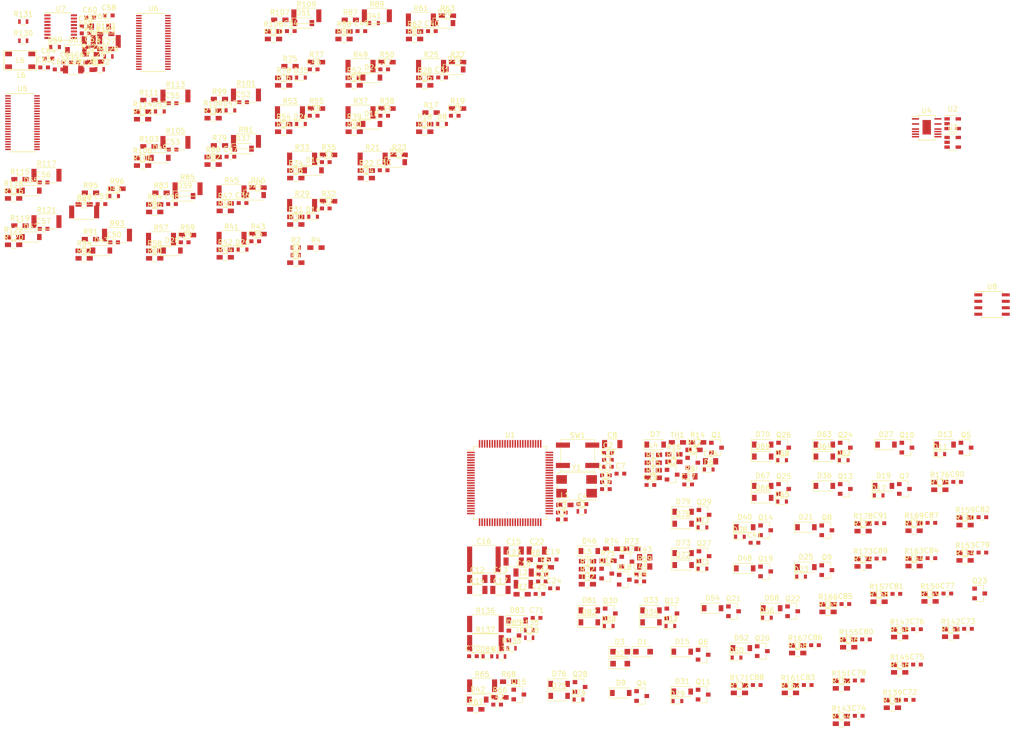
<source format=kicad_pcb>
(kicad_pcb (version 20171130) (host pcbnew "(5.0.0-rc2-198-gb8bbb15aa)")
  (layers (0 F.Cu signal) (31 B.Cu signal) (34 B.Paste user) (35 F.Paste user hide) (36 B.SilkS user) (37 F.SilkS user) (38 B.Mask user) (39 F.Mask user hide) (44 Edge.Cuts user))
  (net 0 "")
  (net 1 /Stack_01/Cell_GND)
  (net 2 /Stack_01/Bank_12/C)
  (net 3 /Stack_01/Bank_10/C)
  (net 4 /Stack_01/Bank_11/C)
  (net 5 /Stack_01/Bank_9/C)
  (net 6 /Stack_01/Bank_8/C)
  (net 7 /Stack_01/Bank_6/C)
  (net 8 /Stack_01/Bank_7/C)
  (net 9 /Stack_01/Bank_5/C)
  (net 10 /Stack_01/Bank_4/C)
  (net 11 /Stack_01/Bank_3/C)
  (net 12 /Stack_01/Bank_1/C)
  (net 13 /Stack_01/Bank_2/C)
  (net 14 /Stack_02/Bank_12/C)
  (net 15 /Stack_02/Cell_GND)
  (net 16 /Stack_02/Bank_10/C)
  (net 17 /Stack_02/Bank_11/C)
  (net 18 /Stack_02/Bank_9/C)
  (net 19 /Stack_02/Bank_8/C)
  (net 20 /Stack_02/Bank_6/C)
  (net 21 /Stack_02/Bank_7/C)
  (net 22 /Stack_02/Bank_5/C)
  (net 23 /Stack_02/Bank_4/C)
  (net 24 /Stack_02/Bank_3/C)
  (net 25 /Stack_02/Bank_1/C)
  (net 26 /Stack_02/Bank_2/C)
  (net 27 GND)
  (net 28 USB_5V)
  (net 29 +3V3)
  (net 30 +5V)
  (net 31 /Communication/CAN_FILT_P)
  (net 32 /Communication/CAN_FILT_N)
  (net 33 CAN_P)
  (net 34 CAN_N)
  (net 35 /Stack_01/Cell_11)
  (net 36 "Net-(D8-Pad2)")
  (net 37 /Stack_01/Cell_09)
  (net 38 /Stack_01/Cell_10)
  (net 39 "Net-(D12-Pad2)")
  (net 40 "Net-(D14-Pad2)")
  (net 41 /Stack_01/Cell_08)
  (net 42 /Stack_01/Cell_07)
  (net 43 /Stack_01/Cell_05)
  (net 44 "Net-(D18-Pad2)")
  (net 45 "Net-(D20-Pad2)")
  (net 46 /Stack_01/Cell_06)
  (net 47 /Stack_01/Cell_04)
  (net 48 /Stack_01/Cell_03)
  (net 49 "Net-(D24-Pad2)")
  (net 50 "Net-(D26-Pad2)")
  (net 51 /Stack_01/Cell_02)
  (net 52 "Net-(D30-Pad2)")
  (net 53 /Stack_01/Cell_01)
  (net 54 "Net-(D35-Pad2)")
  (net 55 /Stack_02/Cell_11)
  (net 56 /Stack_02/Cell_09)
  (net 57 "Net-(D39-Pad2)")
  (net 58 /Stack_02/Cell_10)
  (net 59 /Stack_02/Cell_08)
  (net 60 "Net-(D41-Pad2)")
  (net 61 /Stack_02/Cell_07)
  (net 62 /Stack_02/Cell_05)
  (net 63 "Net-(D45-Pad2)")
  (net 64 "Net-(D47-Pad2)")
  (net 65 /Stack_02/Cell_06)
  (net 66 /Stack_02/Cell_04)
  (net 67 "Net-(D51-Pad2)")
  (net 68 /Stack_02/Cell_03)
  (net 69 /Stack_02/Cell_02)
  (net 70 "Net-(D53-Pad2)")
  (net 71 /Stack_02/Cell_01)
  (net 72 "Net-(D57-Pad2)")
  (net 73 DEBUG_LED)
  (net 74 "Net-(C13-Pad1)")
  (net 75 /Stack_01/Cell_12)
  (net 76 /Stack_01/Bank_12/S)
  (net 77 "Net-(D9-Pad2)")
  (net 78 /Stack_01/Bank_10/S)
  (net 79 "Net-(D11-Pad2)")
  (net 80 /Stack_01/Bank_11/S)
  (net 81 "Net-(D15-Pad2)")
  (net 82 /Stack_01/Bank_9/S)
  (net 83 /Stack_01/Bank_8/S)
  (net 84 "Net-(D17-Pad2)")
  (net 85 /Stack_01/Bank_6/S)
  (net 86 /Stack_01/Bank_7/S)
  (net 87 "Net-(D21-Pad2)")
  (net 88 /Stack_01/Bank_5/S)
  (net 89 "Net-(D23-Pad2)")
  (net 90 /Stack_01/Bank_4/S)
  (net 91 "Net-(D27-Pad2)")
  (net 92 /Stack_01/Bank_3/S)
  (net 93 /Stack_01/Bank_1/S)
  (net 94 "Net-(D29-Pad2)")
  (net 95 /Stack_01/Bank_2/S)
  (net 96 "Net-(Q17-Pad1)")
  (net 97 /Stack_02/Cell_12)
  (net 98 "Net-(D36-Pad2)")
  (net 99 /Stack_02/Bank_12/S)
  (net 100 "Net-(D38-Pad2)")
  (net 101 /Stack_02/Bank_10/S)
  (net 102 /Stack_02/Bank_11/S)
  (net 103 "Net-(D42-Pad2)")
  (net 104 /Stack_02/Bank_9/S)
  (net 105 /Stack_02/Bank_8/S)
  (net 106 "Net-(D46-Pad2)")
  (net 107 /Stack_02/Bank_6/S)
  (net 108 /Stack_02/Bank_7/S)
  (net 109 "Net-(D48-Pad2)")
  (net 110 "Net-(D50-Pad2)")
  (net 111 /Stack_02/Bank_5/S)
  (net 112 /Stack_02/Bank_4/S)
  (net 113 "Net-(D54-Pad2)")
  (net 114 /Stack_02/Bank_3/S)
  (net 115 /Stack_02/Bank_1/S)
  (net 116 "Net-(D56-Pad2)")
  (net 117 /Stack_02/Bank_2/S)
  (net 118 USB_D+)
  (net 119 USB_D-)
  (net 120 UART_TX)
  (net 121 UART_RX)
  (net 122 CAN_RX)
  (net 123 CAN_SLEEP)
  (net 124 CAN_TX)
  (net 125 "Net-(R130-Pad2)")
  (net 126 /Stack_01/CSBI)
  (net 127 /Stack_01/SDO)
  (net 128 /Stack_01/SDI)
  (net 129 /Stack_01/SCKL)
  (net 130 /Stack_01/Mode)
  (net 131 /Stack_01/Vref)
  (net 132 "Net-(U5-Pad30)")
  (net 133 /Stack_01/SCKO)
  (net 134 /Stack_01/SDIO)
  (net 135 /Stack_01/CSBO)
  (net 136 /Stack_02/CSBO)
  (net 137 /Stack_02/SDIO)
  (net 138 /Stack_02/SCKO)
  (net 139 "Net-(U6-Pad30)")
  (net 140 /Stack_02/Vref)
  (net 141 /Stack_02/TOS)
  (net 142 /Stack_02/SCKL)
  (net 143 /Stack_02/SDI)
  (net 144 /Stack_02/SDO)
  (net 145 /Stack_02/CSBI)
  (net 146 "Net-(U7-Pad16)")
  (net 147 "Net-(U7-Pad15)")
  (net 148 "Net-(U7-Pad14)")
  (net 149 "Net-(U7-Pad7)")
  (net 150 "Net-(U7-Pad6)")
  (net 151 "Net-(U7-Pad2)")
  (net 152 +3.3VA)
  (net 153 "Net-(C8-Pad1)")
  (net 154 "Net-(C10-Pad1)")
  (net 155 "Net-(C11-Pad1)")
  (net 156 "Net-(C15-Pad1)")
  (net 157 +3.3VP)
  (net 158 "Net-(C19-Pad1)")
  (net 159 "Net-(C20-Pad1)")
  (net 160 "Net-(C21-Pad2)")
  (net 161 "Net-(C21-Pad1)")
  (net 162 "Net-(C26-Pad2)")
  (net 163 "Net-(C27-Pad1)")
  (net 164 "Net-(C30-Pad1)")
  (net 165 "Net-(C43-Pad2)")
  (net 166 "Net-(C44-Pad1)")
  (net 167 "Net-(C47-Pad1)")
  (net 168 "Net-(C60-Pad1)")
  (net 169 "Net-(C66-Pad1)")
  (net 170 "Net-(C71-Pad1)")
  (net 171 /TempSensors/NTC_1/TEMP_SENSOR_AI)
  (net 172 /TempSensors/NTC_2/TEMP_SENSOR_AI)
  (net 173 /TempSensors/NTC_3/TEMP_SENSOR_AI)
  (net 174 /TempSensors/NTC_4/TEMP_SENSOR_AI)
  (net 175 /TempSensors/NTC_5/TEMP_SENSOR_AI)
  (net 176 /TempSensors/NTC_6/TEMP_SENSOR_AI)
  (net 177 /TempSensors/NTC_7/TEMP_SENSOR_AI)
  (net 178 /TempSensors/NTC_8/TEMP_SENSOR_AI)
  (net 179 /TempSensors/NTC_9/TEMP_SENSOR_AI)
  (net 180 /TempSensors/NTC_10/TEMP_SENSOR_AI)
  (net 181 /TempSensors/NTC_11/TEMP_SENSOR_AI)
  (net 182 /TempSensors/NTC_12/TEMP_SENSOR_AI)
  (net 183 /TempSensors/NTC_13/TEMP_SENSOR_AI)
  (net 184 /TempSensors/NTC_14/TEMP_SENSOR_AI)
  (net 185 /TempSensors/NTC_15/TEMP_SENSOR_AI)
  (net 186 /TempSensors/NTC_16/TEMP_SENSOR_AI)
  (net 187 /TempSensors/NTC_17/TEMP_SENSOR_AI)
  (net 188 /TempSensors/NTC_18/TEMP_SENSOR_AI)
  (net 189 /TempSensors/NTC_19/TEMP_SENSOR_AI)
  (net 190 /TempSensors/NTC_20/TEMP_SENSOR_AI)
  (net 191 "Net-(D6-Pad2)")
  (net 192 "Net-(D6-Pad1)")
  (net 193 "Net-(D7-Pad2)")
  (net 194 "Net-(D32-Pad2)")
  (net 195 "Net-(D33-Pad2)")
  (net 196 "Net-(D45-Pad1)")
  (net 197 "Net-(D59-Pad2)")
  (net 198 "Net-(D60-Pad2)")
  (net 199 "Net-(D62-Pad2)")
  (net 200 "Net-(D63-Pad2)")
  (net 201 "Net-(D65-Pad2)")
  (net 202 "Net-(D66-Pad2)")
  (net 203 "Net-(D68-Pad2)")
  (net 204 "Net-(D69-Pad2)")
  (net 205 "Net-(D71-Pad2)")
  (net 206 "Net-(D72-Pad2)")
  (net 207 "Net-(D74-Pad2)")
  (net 208 "Net-(D75-Pad2)")
  (net 209 "Net-(D77-Pad2)")
  (net 210 "Net-(D78-Pad2)")
  (net 211 "Net-(D80-Pad2)")
  (net 212 "Net-(D81-Pad2)")
  (net 213 "Net-(D84-Pad1)")
  (net 214 "Net-(L4-Pad1)")
  (net 215 "Net-(L5-Pad1)")
  (net 216 "Net-(Q1-Pad1)")
  (net 217 "Net-(Q2-Pad3)")
  (net 218 "Net-(Q2-Pad1)")
  (net 219 "Net-(Q3-Pad3)")
  (net 220 "Net-(Q4-Pad3)")
  (net 221 "Net-(Q5-Pad3)")
  (net 222 "Net-(Q6-Pad3)")
  (net 223 "Net-(Q7-Pad3)")
  (net 224 "Net-(Q8-Pad3)")
  (net 225 "Net-(Q9-Pad3)")
  (net 226 "Net-(Q10-Pad3)")
  (net 227 "Net-(Q11-Pad3)")
  (net 228 "Net-(Q12-Pad3)")
  (net 229 "Net-(Q13-Pad3)")
  (net 230 "Net-(Q14-Pad3)")
  (net 231 "Net-(Q15-Pad3)")
  (net 232 "Net-(Q16-Pad1)")
  (net 233 "Net-(Q17-Pad3)")
  (net 234 "Net-(Q18-Pad3)")
  (net 235 "Net-(Q19-Pad3)")
  (net 236 "Net-(Q20-Pad3)")
  (net 237 "Net-(Q21-Pad3)")
  (net 238 "Net-(Q22-Pad3)")
  (net 239 "Net-(Q23-Pad3)")
  (net 240 "Net-(Q24-Pad3)")
  (net 241 "Net-(Q25-Pad3)")
  (net 242 "Net-(Q26-Pad3)")
  (net 243 "Net-(Q27-Pad3)")
  (net 244 "Net-(Q28-Pad3)")
  (net 245 "Net-(Q29-Pad3)")
  (net 246 "Net-(Q30-Pad3)")
  (net 247 nRESET)
  (net 248 "Net-(R2-Pad1)")
  (net 249 "Net-(R4-Pad2)")
  (net 250 "Net-(R5-Pad2)")
  (net 251 /Stack_01/GPO_LED)
  (net 252 "Net-(R12-Pad2)")
  (net 253 "Net-(R13-Pad2)")
  (net 254 "Net-(R14-Pad1)")
  (net 255 "Net-(R18-Pad2)")
  (net 256 /Stack_02/GPO_LED)
  (net 257 "Net-(R72-Pad2)")
  (net 258 "Net-(R73-Pad2)")
  (net 259 "Net-(R74-Pad1)")
  (net 260 "Net-(R78-Pad2)")
  (net 261 "Net-(R129-Pad2)")
  (net 262 "Net-(R131-Pad2)")
  (net 263 "Net-(R132-Pad2)")
  (net 264 "Net-(R133-Pad1)")
  (net 265 "Net-(R134-Pad1)")
  (net 266 "Net-(R135-Pad1)")
  (net 267 "Net-(R136-Pad2)")
  (net 268 "Net-(R137-Pad1)")
  (net 269 /TempSensors/NTC_1/TEMP_SENSOR_OUT)
  (net 270 /TempSensors/NTC_2/TEMP_SENSOR_OUT)
  (net 271 /TempSensors/NTC_3/TEMP_SENSOR_OUT)
  (net 272 /TempSensors/NTC_4/TEMP_SENSOR_OUT)
  (net 273 /TempSensors/NTC_5/TEMP_SENSOR_OUT)
  (net 274 /TempSensors/NTC_6/TEMP_SENSOR_OUT)
  (net 275 /TempSensors/NTC_7/TEMP_SENSOR_OUT)
  (net 276 /TempSensors/NTC_8/TEMP_SENSOR_OUT)
  (net 277 /TempSensors/NTC_9/TEMP_SENSOR_OUT)
  (net 278 /TempSensors/NTC_10/TEMP_SENSOR_OUT)
  (net 279 /TempSensors/NTC_11/TEMP_SENSOR_OUT)
  (net 280 /TempSensors/NTC_12/TEMP_SENSOR_OUT)
  (net 281 /TempSensors/NTC_13/TEMP_SENSOR_OUT)
  (net 282 /TempSensors/NTC_14/TEMP_SENSOR_OUT)
  (net 283 /TempSensors/NTC_15/TEMP_SENSOR_OUT)
  (net 284 /TempSensors/NTC_16/TEMP_SENSOR_OUT)
  (net 285 /TempSensors/NTC_17/TEMP_SENSOR_OUT)
  (net 286 /TempSensors/NTC_18/TEMP_SENSOR_OUT)
  (net 287 /TempSensors/NTC_19/TEMP_SENSOR_OUT)
  (net 288 /TempSensors/NTC_20/TEMP_SENSOR_OUT)
  (net 289 "Net-(U1-Pad100)")
  (net 290 "Net-(U1-Pad99)")
  (net 291 RUN_LTC)
  (net 292 "Net-(U1-Pad97)")
  (net 293 "Net-(U1-Pad96)")
  (net 294 "Net-(U1-Pad95)")
  (net 295 "Net-(U1-Pad94)")
  (net 296 SW_EN)
  (net 297 "Net-(U1-Pad92)")
  (net 298 "Net-(U1-Pad91)")
  (net 299 "Net-(U1-Pad90)")
  (net 300 "Net-(U1-Pad89)")
  (net 301 "Net-(U1-Pad88)")
  (net 302 "Net-(U1-Pad87)")
  (net 303 "Net-(U1-Pad84)")
  (net 304 "Net-(U1-Pad83)")
  (net 305 "Net-(U1-Pad82)")
  (net 306 "Net-(U1-Pad81)")
  (net 307 "Net-(U1-Pad80)")
  (net 308 "Net-(U1-Pad79)")
  (net 309 "Net-(U1-Pad78)")
  (net 310 "Net-(U1-Pad77)")
  (net 311 "Net-(U1-Pad76)")
  (net 312 PGEC)
  (net 313 PGED)
  (net 314 "Net-(U1-Pad72)")
  (net 315 "Net-(U1-Pad71)")
  (net 316 "Net-(U1-Pad70)")
  (net 317 "Net-(U1-Pad69)")
  (net 318 "Net-(U1-Pad68)")
  (net 319 "Net-(U1-Pad67)")
  (net 320 "Net-(U1-Pad66)")
  (net 321 "Net-(U1-Pad61)")
  (net 322 "Net-(U1-Pad60)")
  (net 323 "Net-(U1-Pad59)")
  (net 324 "Net-(U1-Pad58)")
  (net 325 "Net-(U1-Pad57)")
  (net 326 "Net-(U1-Pad56)")
  (net 327 "Net-(U1-Pad54)")
  (net 328 "Net-(U1-Pad53)")
  (net 329 "Net-(U1-Pad52)")
  (net 330 "Net-(U1-Pad51)")
  (net 331 I2C_SCL)
  (net 332 I2C_SDA)
  (net 333 "Net-(U1-Pad48)")
  (net 334 "Net-(U1-Pad47)")
  (net 335 "Net-(U1-Pad44)")
  (net 336 "Net-(U1-Pad43)")
  (net 337 "Net-(U1-Pad42)")
  (net 338 5V_MONITOR_AI)
  (net 339 "Net-(U1-Pad40)")
  (net 340 "Net-(U1-Pad39)")
  (net 341 DEBUG_PIN)
  (net 342 VBATT_MONITOR_AI)
  (net 343 12V_MONITOR_AI)
  (net 344 Phase2_Isense_AI)
  (net 345 Phase1_Isense_AI)
  (net 346 "Net-(U1-Pad29)")
  (net 347 "Net-(U1-Pad28)")
  (net 348 "Net-(U1-Pad27)")
  (net 349 "Net-(U1-Pad26)")
  (net 350 "Net-(U1-Pad25)")
  (net 351 "Net-(U1-Pad24)")
  (net 352 "Net-(U1-Pad23)")
  (net 353 "Net-(U1-Pad22)")
  (net 354 "Net-(U1-Pad21)")
  (net 355 "Net-(U1-Pad20)")
  (net 356 "Net-(U1-Pad19)")
  (net 357 "Net-(U1-Pad18)")
  (net 358 "Net-(U1-Pad9)")
  (net 359 "Net-(U1-Pad8)")
  (net 360 "Net-(U1-Pad7)")
  (net 361 "Net-(U1-Pad6)")
  (net 362 "Net-(U1-Pad5)")
  (net 363 "Net-(U1-Pad4)")
  (net 364 "Net-(U1-Pad1)")
  (net 365 "Net-(U2-Pad4)")
  (net 366 "Net-(U3-Pad4)")
  (net 367 "Net-(U4-Pad5)")
  (module Capacitors_SMD:C_0603 (layer F.Cu) (at 96.075001 25.505001)
    (fp_text reference C29 (at 0 -1.5) (layer F.SilkS))
    (fp_text value C)
    (pad 2 smd rect (at 0.75 0) (size 0.8 0.75) (layers F.Cu F.Paste F.Mask) (net 1 /Stack_01/Cell_GND))
    (pad 1 smd rect (at -0.75 0) (size 0.8 0.75) (layers F.Cu F.Paste F.Mask) (net 130 /Stack_01/Mode))
  )
  (module Capacitors_SMD:C_0603 (layer F.Cu) (at 82.115001 36.215001)
    (fp_text reference C30 (at 0 -1.5) (layer F.SilkS))
    (fp_text value C)
    (pad 2 smd rect (at 0.75 0) (size 0.8 0.75) (layers F.Cu F.Paste F.Mask) (net 1 /Stack_01/Cell_GND))
    (pad 1 smd rect (at -0.75 0) (size 0.8 0.75) (layers F.Cu F.Paste F.Mask) (net 164 "Net-(C30-Pad1)"))
  )
  (module Capacitors_SMD:C_0603 (layer F.Cu) (at 93.585001 17.995001)
    (fp_text reference C31 (at 0 -1.5) (layer F.SilkS))
    (fp_text value 100nF)
    (pad 2 smd rect (at 0.75 0) (size 0.8 0.75) (layers F.Cu F.Paste F.Mask) (net 1 /Stack_01/Cell_GND))
    (pad 1 smd rect (at -0.75 0) (size 0.8 0.75) (layers F.Cu F.Paste F.Mask) (net 10 /Stack_01/Bank_4/C))
  )
  (module Capacitors_SMD:C_0603 (layer F.Cu) (at 70.755001 43.725001)
    (fp_text reference C32 (at 0 -1.5) (layer F.SilkS))
    (fp_text value 100nF)
    (pad 2 smd rect (at 0.75 0) (size 0.8 0.75) (layers F.Cu F.Paste F.Mask) (net 1 /Stack_01/Cell_GND))
    (pad 1 smd rect (at -0.75 0) (size 0.8 0.75) (layers F.Cu F.Paste F.Mask) (net 11 /Stack_01/Bank_3/C))
  )
  (module Capacitors_SMD:C_0603 (layer F.Cu) (at 70.755001 34.615001)
    (fp_text reference C33 (at 0 -1.5) (layer F.SilkS))
    (fp_text value 100nF)
    (pad 1 smd rect (at -0.75 0) (size 0.8 0.75) (layers F.Cu F.Paste F.Mask) (net 13 /Stack_01/Bank_2/C))
    (pad 2 smd rect (at 0.75 0) (size 0.8 0.75) (layers F.Cu F.Paste F.Mask) (net 1 /Stack_01/Cell_GND))
  )
  (module Capacitors_SMD:C_0603 (layer F.Cu) (at 82.225001 25.505001)
    (fp_text reference C34 (at 0 -1.5) (layer F.SilkS))
    (fp_text value 100nF)
    (pad 1 smd rect (at -0.75 0) (size 0.8 0.75) (layers F.Cu F.Paste F.Mask) (net 12 /Stack_01/Bank_1/C))
    (pad 2 smd rect (at 0.75 0) (size 0.8 0.75) (layers F.Cu F.Paste F.Mask) (net 1 /Stack_01/Cell_GND))
  )
  (module Capacitors_SMD:C_0603 (layer F.Cu) (at 56.905001 50.175001)
    (fp_text reference C35 (at 0 -1.5) (layer F.SilkS))
    (fp_text value 100nF)
    (pad 1 smd rect (at -0.75 0) (size 0.8 0.75) (layers F.Cu F.Paste F.Mask) (net 9 /Stack_01/Bank_5/C))
    (pad 2 smd rect (at 0.75 0) (size 0.8 0.75) (layers F.Cu F.Paste F.Mask) (net 1 /Stack_01/Cell_GND))
  )
  (module Capacitors_SMD:C_0603 (layer F.Cu) (at 54.415001 42.665001)
    (fp_text reference C36 (at 0 -1.5) (layer F.SilkS))
    (fp_text value 100nF)
    (pad 1 smd rect (at -0.75 0) (size 0.8 0.75) (layers F.Cu F.Paste F.Mask) (net 7 /Stack_01/Bank_6/C))
    (pad 2 smd rect (at 0.75 0) (size 0.8 0.75) (layers F.Cu F.Paste F.Mask) (net 1 /Stack_01/Cell_GND))
  )
  (module Capacitors_SMD:C_0603 (layer F.Cu) (at 82.225001 16.395001)
    (fp_text reference C37 (at 0 -1.5) (layer F.SilkS))
    (fp_text value 100nF)
    (pad 1 smd rect (at -0.75 0) (size 0.8 0.75) (layers F.Cu F.Paste F.Mask) (net 8 /Stack_01/Bank_7/C))
    (pad 2 smd rect (at 0.75 0) (size 0.8 0.75) (layers F.Cu F.Paste F.Mask) (net 1 /Stack_01/Cell_GND))
  )
  (module Capacitors_SMD:C_0603 (layer F.Cu) (at 68.375001 25.505001)
    (fp_text reference C38 (at 0 -1.5) (layer F.SilkS))
    (fp_text value 100nF)
    (pad 2 smd rect (at 0.75 0) (size 0.8 0.75) (layers F.Cu F.Paste F.Mask) (net 1 /Stack_01/Cell_GND))
    (pad 1 smd rect (at -0.75 0) (size 0.8 0.75) (layers F.Cu F.Paste F.Mask) (net 6 /Stack_01/Bank_8/C))
  )
  (module Capacitors_SMD:C_0603 (layer F.Cu) (at 43.055001 50.375001)
    (fp_text reference C39 (at 0 -1.5) (layer F.SilkS))
    (fp_text value 100nF)
    (pad 1 smd rect (at -0.75 0) (size 0.8 0.75) (layers F.Cu F.Paste F.Mask) (net 5 /Stack_01/Bank_9/C))
    (pad 2 smd rect (at 0.75 0) (size 0.8 0.75) (layers F.Cu F.Paste F.Mask) (net 1 /Stack_01/Cell_GND))
  )
  (module Capacitors_SMD:C_0603 (layer F.Cu) (at 91.585001 8.885001)
    (fp_text reference C40 (at 0 -1.5) (layer F.SilkS))
    (fp_text value 100nF)
    (pad 1 smd rect (at -0.75 0) (size 0.8 0.75) (layers F.Cu F.Paste F.Mask) (net 3 /Stack_01/Bank_10/C))
    (pad 2 smd rect (at 0.75 0) (size 0.8 0.75) (layers F.Cu F.Paste F.Mask) (net 1 /Stack_01/Cell_GND))
  )
  (module Capacitors_SMD:C_0603 (layer F.Cu) (at 68.375001 16.395001)
    (fp_text reference C46 (at 0 -1.5) (layer F.SilkS))
    (fp_text value C)
    (pad 1 smd rect (at -0.75 0) (size 0.8 0.75) (layers F.Cu F.Paste F.Mask) (net 141 /Stack_02/TOS))
    (pad 2 smd rect (at 0.75 0) (size 0.8 0.75) (layers F.Cu F.Paste F.Mask) (net 15 /Stack_02/Cell_GND))
  )
  (module Capacitors_SMD:C_0603 (layer F.Cu) (at 52.035001 33.555001)
    (fp_text reference C47 (at 0 -1.5) (layer F.SilkS))
    (fp_text value C)
    (pad 2 smd rect (at 0.75 0) (size 0.8 0.75) (layers F.Cu F.Paste F.Mask) (net 15 /Stack_02/Cell_GND))
    (pad 1 smd rect (at -0.75 0) (size 0.8 0.75) (layers F.Cu F.Paste F.Mask) (net 167 "Net-(C47-Pad1)"))
  )
  (module Capacitors_SMD:C_0603 (layer F.Cu) (at 40.565001 42.865001)
    (fp_text reference C48 (at 0 -1.5) (layer F.SilkS))
    (fp_text value 100nF)
    (pad 1 smd rect (at -0.75 0) (size 0.8 0.75) (layers F.Cu F.Paste F.Mask) (net 23 /Stack_02/Bank_4/C))
    (pad 2 smd rect (at 0.75 0) (size 0.8 0.75) (layers F.Cu F.Paste F.Mask) (net 15 /Stack_02/Cell_GND))
  )
  (module Capacitors_SMD:C_0603 (layer F.Cu) (at 77.735001 8.885001)
    (fp_text reference C49 (at 0 -1.5) (layer F.SilkS))
    (fp_text value 100nF)
    (pad 2 smd rect (at 0.75 0) (size 0.8 0.75) (layers F.Cu F.Paste F.Mask) (net 15 /Stack_02/Cell_GND))
    (pad 1 smd rect (at -0.75 0) (size 0.8 0.75) (layers F.Cu F.Paste F.Mask) (net 24 /Stack_02/Bank_3/C))
  )
  (module Capacitors_SMD:C_0603 (layer F.Cu) (at 29.205001 50.375001)
    (fp_text reference C50 (at 0 -1.5) (layer F.SilkS))
    (fp_text value 100nF)
    (pad 1 smd rect (at -0.75 0) (size 0.8 0.75) (layers F.Cu F.Paste F.Mask) (net 26 /Stack_02/Bank_2/C))
    (pad 2 smd rect (at 0.75 0) (size 0.8 0.75) (layers F.Cu F.Paste F.Mask) (net 15 /Stack_02/Cell_GND))
  )
  (module Capacitors_SMD:C_0603 (layer F.Cu) (at 26.715001 42.865001)
    (fp_text reference C51 (at 0 -1.5) (layer F.SilkS))
    (fp_text value 100nF)
    (pad 2 smd rect (at 0.75 0) (size 0.8 0.75) (layers F.Cu F.Paste F.Mask) (net 15 /Stack_02/Cell_GND))
    (pad 1 smd rect (at -0.75 0) (size 0.8 0.75) (layers F.Cu F.Paste F.Mask) (net 25 /Stack_02/Bank_1/C))
  )
  (module Capacitors_SMD:C_0603 (layer F.Cu) (at 54.525001 22.845001)
    (fp_text reference C52 (at 0 -1.5) (layer F.SilkS))
    (fp_text value 100nF)
    (pad 2 smd rect (at 0.75 0) (size 0.8 0.75) (layers F.Cu F.Paste F.Mask) (net 15 /Stack_02/Cell_GND))
    (pad 1 smd rect (at -0.75 0) (size 0.8 0.75) (layers F.Cu F.Paste F.Mask) (net 22 /Stack_02/Bank_5/C))
  )
  (module Capacitors_SMD:C_0603 (layer F.Cu) (at 40.675001 32.155001)
    (fp_text reference C53 (at 0 -1.5) (layer F.SilkS))
    (fp_text value 100nF)
    (pad 2 smd rect (at 0.75 0) (size 0.8 0.75) (layers F.Cu F.Paste F.Mask) (net 15 /Stack_02/Cell_GND))
    (pad 1 smd rect (at -0.75 0) (size 0.8 0.75) (layers F.Cu F.Paste F.Mask) (net 20 /Stack_02/Bank_6/C))
  )
  (module Capacitors_SMD:C_0603 (layer F.Cu) (at 63.885001 8.885001)
    (fp_text reference C54 (at 0 -1.5) (layer F.SilkS))
    (fp_text value 100nF)
    (pad 2 smd rect (at 0.75 0) (size 0.8 0.75) (layers F.Cu F.Paste F.Mask) (net 15 /Stack_02/Cell_GND))
    (pad 1 smd rect (at -0.75 0) (size 0.8 0.75) (layers F.Cu F.Paste F.Mask) (net 21 /Stack_02/Bank_7/C))
  )
  (module Capacitors_SMD:C_0603 (layer F.Cu) (at 40.675001 23.045001)
    (fp_text reference C55 (at 0 -1.5) (layer F.SilkS))
    (fp_text value 100nF)
    (pad 2 smd rect (at 0.75 0) (size 0.8 0.75) (layers F.Cu F.Paste F.Mask) (net 15 /Stack_02/Cell_GND))
    (pad 1 smd rect (at -0.75 0) (size 0.8 0.75) (layers F.Cu F.Paste F.Mask) (net 19 /Stack_02/Bank_8/C))
  )
  (module Capacitors_SMD:C_0603 (layer F.Cu) (at 15.355001 38.605001)
    (fp_text reference C56 (at 0 -1.5) (layer F.SilkS))
    (fp_text value 100nF)
    (pad 2 smd rect (at 0.75 0) (size 0.8 0.75) (layers F.Cu F.Paste F.Mask) (net 15 /Stack_02/Cell_GND))
    (pad 1 smd rect (at -0.75 0) (size 0.8 0.75) (layers F.Cu F.Paste F.Mask) (net 18 /Stack_02/Bank_9/C))
  )
  (module Capacitors_SMD:C_0603 (layer F.Cu) (at 15.355001 47.715001)
    (fp_text reference C57 (at 0 -1.5) (layer F.SilkS))
    (fp_text value 100nF)
    (pad 1 smd rect (at -0.75 0) (size 0.8 0.75) (layers F.Cu F.Paste F.Mask) (net 16 /Stack_02/Bank_10/C))
    (pad 2 smd rect (at 0.75 0) (size 0.8 0.75) (layers F.Cu F.Paste F.Mask) (net 15 /Stack_02/Cell_GND))
  )
  (module Capacitors_SMD:C_0603 (layer F.Cu) (at 28.155001 5.805001)
    (fp_text reference C58 (at 0 -1.5) (layer F.SilkS))
    (fp_text value 100nF)
    (pad 1 smd rect (at -0.75 0) (size 0.8 0.75) (layers F.Cu F.Paste F.Mask) (net 17 /Stack_02/Bank_11/C))
    (pad 2 smd rect (at 0.75 0) (size 0.8 0.75) (layers F.Cu F.Paste F.Mask) (net 15 /Stack_02/Cell_GND))
  )
  (module Capacitors_SMD:C_0603 (layer F.Cu) (at 23.605001 9.315001)
    (fp_text reference C59 (at 0 -1.5) (layer F.SilkS))
    (fp_text value 100nF)
    (pad 1 smd rect (at -0.75 0) (size 0.8 0.75) (layers F.Cu F.Paste F.Mask) (net 14 /Stack_02/Bank_12/C))
    (pad 2 smd rect (at 0.75 0) (size 0.8 0.75) (layers F.Cu F.Paste F.Mask) (net 15 /Stack_02/Cell_GND))
  )
  (module Capacitors_SMD:C_0603 (layer F.Cu) (at 20.005001 15.055001)
    (fp_text reference C61 (at 0 -1.5) (layer F.SilkS))
    (fp_text value 10nF)
    (pad 2 smd rect (at 0.75 0) (size 0.8 0.75) (layers F.Cu F.Paste F.Mask) (net 27 GND))
    (pad 1 smd rect (at -0.75 0) (size 0.8 0.75) (layers F.Cu F.Paste F.Mask) (net 28 USB_5V))
  )
  (module Capacitors_SMD:C_0603 (layer F.Cu) (at 24.855001 12.015001)
    (fp_text reference C63 (at 0 -1.5) (layer F.SilkS))
    (fp_text value 100nF)
    (pad 2 smd rect (at 0.75 0) (size 0.8 0.75) (layers F.Cu F.Paste F.Mask) (net 27 GND))
    (pad 1 smd rect (at -0.75 0) (size 0.8 0.75) (layers F.Cu F.Paste F.Mask) (net 28 USB_5V))
  )
  (module Capacitors_SMD:C_0603 (layer F.Cu) (at 15.455001 16.015001)
    (fp_text reference C65 (at 0 -1.5) (layer F.SilkS))
    (fp_text value 10nF)
    (pad 1 smd rect (at -0.75 0) (size 0.8 0.75) (layers F.Cu F.Paste F.Mask) (net 30 +5V))
    (pad 2 smd rect (at 0.75 0) (size 0.8 0.75) (layers F.Cu F.Paste F.Mask) (net 27 GND))
  )
  (module Capacitors_SMD:C_0603 (layer F.Cu) (at 22.855001 15.055001)
    (fp_text reference C67 (at 0 -1.5) (layer F.SilkS))
    (fp_text value 18pF)
    (pad 1 smd rect (at -0.75 0) (size 0.8 0.75) (layers F.Cu F.Paste F.Mask) (net 27 GND))
    (pad 2 smd rect (at 0.75 0) (size 0.8 0.75) (layers F.Cu F.Paste F.Mask) (net 31 /Communication/CAN_FILT_P))
  )
  (module Capacitors_SMD:C_0603 (layer F.Cu) (at 18.305001 16.405001)
    (fp_text reference C68 (at 0 -1.5) (layer F.SilkS))
    (fp_text value 18pF)
    (pad 1 smd rect (at -0.75 0) (size 0.8 0.75) (layers F.Cu F.Paste F.Mask) (net 27 GND))
    (pad 2 smd rect (at 0.75 0) (size 0.8 0.75) (layers F.Cu F.Paste F.Mask) (net 32 /Communication/CAN_FILT_N))
  )
  (module Capacitors_SMD:C_0603 (layer F.Cu) (at 23.605001 7.965001)
    (fp_text reference C69 (at 0 -1.5) (layer F.SilkS))
    (fp_text value 18pF)
    (pad 2 smd rect (at 0.75 0) (size 0.8 0.75) (layers F.Cu F.Paste F.Mask) (net 33 CAN_P))
    (pad 1 smd rect (at -0.75 0) (size 0.8 0.75) (layers F.Cu F.Paste F.Mask) (net 27 GND))
  )
  (module Diodes_SMD:D_0603 (layer F.Cu) (at 93.585001 27.125001)
    (fp_text reference D8 (at 0 -1.4) (layer F.SilkS))
    (fp_text value LED)
    (pad 1 smd rect (at -0.85 0) (size 0.6 0.8) (layers F.Cu F.Paste F.Mask) (net 48 /Stack_01/Cell_03))
    (pad 2 smd rect (at 0.85 0) (size 0.6 0.8) (layers F.Cu F.Paste F.Mask) (net 36 "Net-(D8-Pad2)"))
  )
  (module Diodes_SMD:D_0603 (layer F.Cu) (at 68.265001 45.345001)
    (fp_text reference D14 (at 0 -1.4) (layer F.SilkS))
    (fp_text value LED)
    (pad 2 smd rect (at 0.85 0) (size 0.6 0.8) (layers F.Cu F.Paste F.Mask) (net 40 "Net-(D14-Pad2)"))
    (pad 1 smd rect (at -0.85 0) (size 0.6 0.8) (layers F.Cu F.Paste F.Mask) (net 53 /Stack_01/Cell_01))
  )
  (module Diodes_SMD:D_0603 (layer F.Cu) (at 54.415001 51.795001)
    (fp_text reference D20 (at 0 -1.4) (layer F.SilkS))
    (fp_text value LED)
    (pad 2 smd rect (at 0.85 0) (size 0.6 0.8) (layers F.Cu F.Paste F.Mask) (net 45 "Net-(D20-Pad2)"))
    (pad 1 smd rect (at -0.85 0) (size 0.6 0.8) (layers F.Cu F.Paste F.Mask) (net 47 /Stack_01/Cell_04))
  )
  (module Diodes_SMD:D_0603 (layer F.Cu) (at 65.885001 27.125001)
    (fp_text reference D26 (at 0 -1.4) (layer F.SilkS))
    (fp_text value LED)
    (pad 2 smd rect (at 0.85 0) (size 0.6 0.8) (layers F.Cu F.Paste F.Mask) (net 50 "Net-(D26-Pad2)"))
    (pad 1 smd rect (at -0.85 0) (size 0.6 0.8) (layers F.Cu F.Paste F.Mask) (net 46 /Stack_01/Cell_06))
  )
  (module Diodes_SMD:D_0603 (layer F.Cu) (at 65.885001 18.015001)
    (fp_text reference D35 (at 0 -1.4) (layer F.SilkS))
    (fp_text value LED)
    (pad 2 smd rect (at 0.85 0) (size 0.6 0.8) (layers F.Cu F.Paste F.Mask) (net 54 "Net-(D35-Pad2)"))
    (pad 1 smd rect (at -0.85 0) (size 0.6 0.8) (layers F.Cu F.Paste F.Mask) (net 37 /Stack_01/Cell_09))
  )
  (module Diodes_SMD:D_0603 (layer F.Cu) (at 80.225001 7.305001)
    (fp_text reference D41 (at 0 -1.4) (layer F.SilkS))
    (fp_text value LED)
    (pad 1 smd rect (at -0.85 0) (size 0.6 0.8) (layers F.Cu F.Paste F.Mask) (net 35 /Stack_01/Cell_11))
    (pad 2 smd rect (at 0.85 0) (size 0.6 0.8) (layers F.Cu F.Paste F.Mask) (net 60 "Net-(D41-Pad2)"))
  )
  (module Diodes_SMD:D_0603 (layer F.Cu) (at 29.205001 41.285001)
    (fp_text reference D45 (at 0 -1.4) (layer F.SilkS))
    (fp_text value LED)
    (pad 1 smd rect (at -0.85 0) (size 0.6 0.8) (layers F.Cu F.Paste F.Mask) (net 196 "Net-(D45-Pad1)"))
    (pad 2 smd rect (at 0.85 0) (size 0.6 0.8) (layers F.Cu F.Paste F.Mask) (net 63 "Net-(D45-Pad2)"))
  )
  (module Diodes_SMD:D_0603 (layer F.Cu) (at 52.035001 24.465001)
    (fp_text reference D47 (at 0 -1.4) (layer F.SilkS))
    (fp_text value LED)
    (pad 2 smd rect (at 0.85 0) (size 0.6 0.8) (layers F.Cu F.Paste F.Mask) (net 64 "Net-(D47-Pad2)"))
    (pad 1 smd rect (at -0.85 0) (size 0.6 0.8) (layers F.Cu F.Paste F.Mask) (net 68 /Stack_02/Cell_03))
  )
  (module Diodes_SMD:D_0603 (layer F.Cu) (at 38.185001 24.665001)
    (fp_text reference D53 (at 0 -1.4) (layer F.SilkS))
    (fp_text value LED)
    (pad 1 smd rect (at -0.85 0) (size 0.6 0.8) (layers F.Cu F.Paste F.Mask) (net 71 /Stack_02/Cell_01))
    (pad 2 smd rect (at 0.85 0) (size 0.6 0.8) (layers F.Cu F.Paste F.Mask) (net 70 "Net-(D53-Pad2)"))
  )
  (module Footprints:ACT45B (layer F.Cu) (at 10.755001 14.625001)
    (fp_text reference L6 (at 0.2 2.9) (layer F.SilkS))
    (fp_text value EMI_Filter_CommonMode hide)
    (fp_text user %R (at 0 0) (layer F.SilkS))
    (pad 1 smd rect (at -2.275 -1.25) (size 1.35 0.9) (layers F.Cu F.Paste F.Mask) (net 31 /Communication/CAN_FILT_P))
    (pad 2 smd rect (at 2.275 -1.25) (size 1.35 0.9) (layers F.Cu F.Paste F.Mask) (net 33 CAN_P))
    (pad 3 smd rect (at -2.275 1.25) (size 1.35 0.9) (layers F.Cu F.Paste F.Mask) (net 32 /Communication/CAN_FILT_N))
    (pad 4 smd rect (at 2.275 1.25) (size 1.35 0.9) (layers F.Cu F.Paste F.Mask) (net 34 CAN_N))
  )
  (module Resistors_SMD:R_0603_HandSoldering (layer F.Cu) (at 68.825001 51.420001)
    (fp_text reference R4 (at 0 -1.45) (layer F.SilkS))
    (fp_text value 1M49)
    (pad 2 smd rect (at 1.1 0) (size 1.2 0.9) (layers F.Cu F.Paste F.Mask) (net 249 "Net-(R4-Pad2)"))
    (pad 1 smd rect (at -1.1 0) (size 1.2 0.9) (layers F.Cu F.Paste F.Mask) (net 156 "Net-(C15-Pad1)"))
  )
  (module Resistors_SMD:R_0603_HandSoldering (layer F.Cu) (at 64.865001 54.380001)
    (fp_text reference R6 (at 0 -1.45) (layer F.SilkS))
    (fp_text value 13k0)
    (pad 1 smd rect (at -1.1 0) (size 1.2 0.9) (layers F.Cu F.Paste F.Mask) (net 250 "Net-(R5-Pad2)"))
    (pad 2 smd rect (at 1.1 0) (size 1.2 0.9) (layers F.Cu F.Paste F.Mask) (net 27 GND))
  )
  (module Resistors_SMD:R_0603_HandSoldering (layer F.Cu) (at 90.185001 27.170001)
    (fp_text reference R18 (at 0 -1.45) (layer F.SilkS))
    (fp_text value R)
    (pad 1 smd rect (at -1.1 0) (size 1.2 0.9) (layers F.Cu F.Paste F.Mask) (net 219 "Net-(Q3-Pad3)"))
    (pad 2 smd rect (at 1.1 0) (size 1.2 0.9) (layers F.Cu F.Paste F.Mask) (net 255 "Net-(R18-Pad2)"))
  )
  (module Resistors_SMD:R_0603_HandSoldering (layer F.Cu) (at 96.635001 24.090001)
    (fp_text reference R19 (at 0 -1.45) (layer F.SilkS))
    (fp_text value R)
    (pad 2 smd rect (at 1.1 0) (size 1.2 0.9) (layers F.Cu F.Paste F.Mask) (net 1 /Stack_01/Cell_GND))
    (pad 1 smd rect (at -1.1 0) (size 1.2 0.9) (layers F.Cu F.Paste F.Mask) (net 255 "Net-(R18-Pad2)"))
  )
  (module Resistors_SMD:R_0603_HandSoldering (layer F.Cu) (at 90.185001 28.650001)
    (fp_text reference R20 (at 0 -1.45) (layer F.SilkS))
    (fp_text value 10k)
    (pad 1 smd rect (at -1.1 0) (size 1.2 0.9) (layers F.Cu F.Paste F.Mask) (net 164 "Net-(C30-Pad1)"))
    (pad 2 smd rect (at 1.1 0) (size 1.2 0.9) (layers F.Cu F.Paste F.Mask) (net 255 "Net-(R18-Pad2)"))
  )
  (module Resistors_SMD:R_2010 (layer F.Cu) (at 79.955001 34.000001)
    (fp_text reference R21 (at 0 -2.25) (layer F.SilkS))
    (fp_text value R)
    (pad 1 smd rect (at -2.45 0) (size 1 2.5) (layers F.Cu F.Paste F.Mask) (net 220 "Net-(Q4-Pad3)"))
    (pad 2 smd rect (at 2.45 0) (size 1 2.5) (layers F.Cu F.Paste F.Mask) (net 48 /Stack_01/Cell_03))
  )
  (module Resistors_SMD:R_0603_HandSoldering (layer F.Cu) (at 78.715001 36.280001)
    (fp_text reference R22 (at 0 -1.45) (layer F.SilkS))
    (fp_text value R)
    (pad 1 smd rect (at -1.1 0) (size 1.2 0.9) (layers F.Cu F.Paste F.Mask) (net 220 "Net-(Q4-Pad3)"))
    (pad 2 smd rect (at 1.1 0) (size 1.2 0.9) (layers F.Cu F.Paste F.Mask) (net 36 "Net-(D8-Pad2)"))
  )
  (module Resistors_SMD:R_0603_HandSoldering (layer F.Cu) (at 85.165001 33.200001)
    (fp_text reference R23 (at 0 -1.45) (layer F.SilkS))
    (fp_text value 100R)
    (pad 2 smd rect (at 1.1 0) (size 1.2 0.9) (layers F.Cu F.Paste F.Mask) (net 47 /Stack_01/Cell_04))
    (pad 1 smd rect (at -1.1 0) (size 1.2 0.9) (layers F.Cu F.Paste F.Mask) (net 10 /Stack_01/Bank_4/C))
  )
  (module Resistors_SMD:R_0603_HandSoldering (layer F.Cu) (at 78.715001 37.760001)
    (fp_text reference R24 (at 0 -1.45) (layer F.SilkS))
    (fp_text value 3k3)
    (pad 1 smd rect (at -1.1 0) (size 1.2 0.9) (layers F.Cu F.Paste F.Mask) (net 90 /Stack_01/Bank_4/S))
    (pad 2 smd rect (at 1.1 0) (size 1.2 0.9) (layers F.Cu F.Paste F.Mask) (net 77 "Net-(D9-Pad2)"))
  )
  (module Resistors_SMD:R_2010 (layer F.Cu) (at 91.425001 15.780001)
    (fp_text reference R25 (at 0 -2.25) (layer F.SilkS))
    (fp_text value R)
    (pad 2 smd rect (at 2.45 0) (size 1 2.5) (layers F.Cu F.Paste F.Mask) (net 51 /Stack_01/Cell_02))
    (pad 1 smd rect (at -2.45 0) (size 1 2.5) (layers F.Cu F.Paste F.Mask) (net 221 "Net-(Q5-Pad3)"))
  )
  (module Resistors_SMD:R_0603_HandSoldering (layer F.Cu) (at 90.185001 19.540001)
    (fp_text reference R26 (at 0 -1.45) (layer F.SilkS))
    (fp_text value R)
    (pad 1 smd rect (at -1.1 0) (size 1.2 0.9) (layers F.Cu F.Paste F.Mask) (net 221 "Net-(Q5-Pad3)"))
    (pad 2 smd rect (at 1.1 0) (size 1.2 0.9) (layers F.Cu F.Paste F.Mask) (net 79 "Net-(D11-Pad2)"))
  )
  (module Resistors_SMD:R_0603_HandSoldering (layer F.Cu) (at 96.635001 14.980001)
    (fp_text reference R27 (at 0 -1.45) (layer F.SilkS))
    (fp_text value 100R)
    (pad 2 smd rect (at 1.1 0) (size 1.2 0.9) (layers F.Cu F.Paste F.Mask) (net 48 /Stack_01/Cell_03))
    (pad 1 smd rect (at -1.1 0) (size 1.2 0.9) (layers F.Cu F.Paste F.Mask) (net 11 /Stack_01/Bank_3/C))
  )
  (module Resistors_SMD:R_0603_HandSoldering (layer F.Cu) (at 90.185001 18.060001)
    (fp_text reference R28 (at 0 -1.45) (layer F.SilkS))
    (fp_text value 3k3)
    (pad 1 smd rect (at -1.1 0) (size 1.2 0.9) (layers F.Cu F.Paste F.Mask) (net 92 /Stack_01/Bank_3/S))
    (pad 2 smd rect (at 1.1 0) (size 1.2 0.9) (layers F.Cu F.Paste F.Mask) (net 39 "Net-(D12-Pad2)"))
  )
  (module Resistors_SMD:R_2010 (layer F.Cu) (at 66.105001 43.110001)
    (fp_text reference R29 (at 0 -2.25) (layer F.SilkS))
    (fp_text value R)
    (pad 1 smd rect (at -2.45 0) (size 1 2.5) (layers F.Cu F.Paste F.Mask) (net 222 "Net-(Q6-Pad3)"))
    (pad 2 smd rect (at 2.45 0) (size 1 2.5) (layers F.Cu F.Paste F.Mask) (net 53 /Stack_01/Cell_01))
  )
  (module Resistors_SMD:R_0603_HandSoldering (layer F.Cu) (at 64.865001 46.870001)
    (fp_text reference R30 (at 0 -1.45) (layer F.SilkS))
    (fp_text value R)
    (pad 2 smd rect (at 1.1 0) (size 1.2 0.9) (layers F.Cu F.Paste F.Mask) (net 40 "Net-(D14-Pad2)"))
    (pad 1 smd rect (at -1.1 0) (size 1.2 0.9) (layers F.Cu F.Paste F.Mask) (net 222 "Net-(Q6-Pad3)"))
  )
  (module Resistors_SMD:R_0603_HandSoldering (layer F.Cu) (at 64.865001 45.390001)
    (fp_text reference R31 (at 0 -1.45) (layer F.SilkS))
    (fp_text value 100R)
    (pad 1 smd rect (at -1.1 0) (size 1.2 0.9) (layers F.Cu F.Paste F.Mask) (net 13 /Stack_01/Bank_2/C))
    (pad 2 smd rect (at 1.1 0) (size 1.2 0.9) (layers F.Cu F.Paste F.Mask) (net 51 /Stack_01/Cell_02))
  )
  (module Resistors_SMD:R_0603_HandSoldering (layer F.Cu) (at 71.315001 42.310001)
    (fp_text reference R32 (at 0 -1.45) (layer F.SilkS))
    (fp_text value 3k3)
    (pad 2 smd rect (at 1.1 0) (size 1.2 0.9) (layers F.Cu F.Paste F.Mask) (net 81 "Net-(D15-Pad2)"))
    (pad 1 smd rect (at -1.1 0) (size 1.2 0.9) (layers F.Cu F.Paste F.Mask) (net 95 /Stack_01/Bank_2/S))
  )
  (module Resistors_SMD:R_2010 (layer F.Cu) (at 66.105001 34.000001)
    (fp_text reference R33 (at 0 -2.25) (layer F.SilkS))
    (fp_text value R)
    (pad 2 smd rect (at 2.45 0) (size 1 2.5) (layers F.Cu F.Paste F.Mask) (net 1 /Stack_01/Cell_GND))
    (pad 1 smd rect (at -2.45 0) (size 1 2.5) (layers F.Cu F.Paste F.Mask) (net 223 "Net-(Q7-Pad3)"))
  )
  (module Resistors_SMD:R_0603_HandSoldering (layer F.Cu) (at 64.865001 36.280001)
    (fp_text reference R34 (at 0 -1.45) (layer F.SilkS))
    (fp_text value R)
    (pad 2 smd rect (at 1.1 0) (size 1.2 0.9) (layers F.Cu F.Paste F.Mask) (net 84 "Net-(D17-Pad2)"))
    (pad 1 smd rect (at -1.1 0) (size 1.2 0.9) (layers F.Cu F.Paste F.Mask) (net 223 "Net-(Q7-Pad3)"))
  )
  (module Resistors_SMD:R_0603_HandSoldering (layer F.Cu) (at 71.315001 33.200001)
    (fp_text reference R35 (at 0 -1.45) (layer F.SilkS))
    (fp_text value 100R)
    (pad 2 smd rect (at 1.1 0) (size 1.2 0.9) (layers F.Cu F.Paste F.Mask) (net 53 /Stack_01/Cell_01))
    (pad 1 smd rect (at -1.1 0) (size 1.2 0.9) (layers F.Cu F.Paste F.Mask) (net 12 /Stack_01/Bank_1/C))
  )
  (module Resistors_SMD:R_0603_HandSoldering (layer F.Cu) (at 64.865001 37.760001)
    (fp_text reference R36 (at 0 -1.45) (layer F.SilkS))
    (fp_text value 3k3)
    (pad 1 smd rect (at -1.1 0) (size 1.2 0.9) (layers F.Cu F.Paste F.Mask) (net 93 /Stack_01/Bank_1/S))
    (pad 2 smd rect (at 1.1 0) (size 1.2 0.9) (layers F.Cu F.Paste F.Mask) (net 44 "Net-(D18-Pad2)"))
  )
  (module Resistors_SMD:R_2010 (layer F.Cu) (at 77.575001 24.890001)
    (fp_text reference R37 (at 0 -2.25) (layer F.SilkS))
    (fp_text value R)
    (pad 1 smd rect (at -2.45 0) (size 1 2.5) (layers F.Cu F.Paste F.Mask) (net 224 "Net-(Q8-Pad3)"))
    (pad 2 smd rect (at 2.45 0) (size 1 2.5) (layers F.Cu F.Paste F.Mask) (net 47 /Stack_01/Cell_04))
  )
  (module Resistors_SMD:R_0603_HandSoldering (layer F.Cu) (at 82.785001 24.090001)
    (fp_text reference R38 (at 0 -1.45) (layer F.SilkS))
    (fp_text value R)
    (pad 1 smd rect (at -1.1 0) (size 1.2 0.9) (layers F.Cu F.Paste F.Mask) (net 224 "Net-(Q8-Pad3)"))
    (pad 2 smd rect (at 1.1 0) (size 1.2 0.9) (layers F.Cu F.Paste F.Mask) (net 45 "Net-(D20-Pad2)"))
  )
  (module Resistors_SMD:R_0603_HandSoldering (layer F.Cu) (at 76.335001 27.170001)
    (fp_text reference R39 (at 0 -1.45) (layer F.SilkS))
    (fp_text value 100R)
    (pad 1 smd rect (at -1.1 0) (size 1.2 0.9) (layers F.Cu F.Paste F.Mask) (net 9 /Stack_01/Bank_5/C))
    (pad 2 smd rect (at 1.1 0) (size 1.2 0.9) (layers F.Cu F.Paste F.Mask) (net 43 /Stack_01/Cell_05))
  )
  (module Resistors_SMD:R_0603_HandSoldering (layer F.Cu) (at 76.335001 28.650001)
    (fp_text reference R40 (at 0 -1.45) (layer F.SilkS))
    (fp_text value 3k3)
    (pad 2 smd rect (at 1.1 0) (size 1.2 0.9) (layers F.Cu F.Paste F.Mask) (net 87 "Net-(D21-Pad2)"))
    (pad 1 smd rect (at -1.1 0) (size 1.2 0.9) (layers F.Cu F.Paste F.Mask) (net 88 /Stack_01/Bank_5/S))
  )
  (module Resistors_SMD:R_2010 (layer F.Cu) (at 52.255001 49.560001)
    (fp_text reference R41 (at 0 -2.25) (layer F.SilkS))
    (fp_text value R)
    (pad 2 smd rect (at 2.45 0) (size 1 2.5) (layers F.Cu F.Paste F.Mask) (net 43 /Stack_01/Cell_05))
    (pad 1 smd rect (at -2.45 0) (size 1 2.5) (layers F.Cu F.Paste F.Mask) (net 225 "Net-(Q9-Pad3)"))
  )
  (module Resistors_SMD:R_0603_HandSoldering (layer F.Cu) (at 51.015001 51.840001)
    (fp_text reference R42 (at 0 -1.45) (layer F.SilkS))
    (fp_text value R)
    (pad 1 smd rect (at -1.1 0) (size 1.2 0.9) (layers F.Cu F.Paste F.Mask) (net 225 "Net-(Q9-Pad3)"))
    (pad 2 smd rect (at 1.1 0) (size 1.2 0.9) (layers F.Cu F.Paste F.Mask) (net 89 "Net-(D23-Pad2)"))
  )
  (module Resistors_SMD:R_0603_HandSoldering (layer F.Cu) (at 57.465001 48.760001)
    (fp_text reference R43 (at 0 -1.45) (layer F.SilkS))
    (fp_text value 100R)
    (pad 2 smd rect (at 1.1 0) (size 1.2 0.9) (layers F.Cu F.Paste F.Mask) (net 46 /Stack_01/Cell_06))
    (pad 1 smd rect (at -1.1 0) (size 1.2 0.9) (layers F.Cu F.Paste F.Mask) (net 7 /Stack_01/Bank_6/C))
  )
  (module Resistors_SMD:R_0603_HandSoldering (layer F.Cu) (at 51.015001 53.320001)
    (fp_text reference R44 (at 0 -1.45) (layer F.SilkS))
    (fp_text value 3k3)
    (pad 1 smd rect (at -1.1 0) (size 1.2 0.9) (layers F.Cu F.Paste F.Mask) (net 85 /Stack_01/Bank_6/S))
    (pad 2 smd rect (at 1.1 0) (size 1.2 0.9) (layers F.Cu F.Paste F.Mask) (net 49 "Net-(D24-Pad2)"))
  )
  (module Resistors_SMD:R_2010 (layer F.Cu) (at 52.255001 40.450001)
    (fp_text reference R45 (at 0 -2.25) (layer F.SilkS))
    (fp_text value R)
    (pad 2 smd rect (at 2.45 0) (size 1 2.5) (layers F.Cu F.Paste F.Mask) (net 46 /Stack_01/Cell_06))
    (pad 1 smd rect (at -2.45 0) (size 1 2.5) (layers F.Cu F.Paste F.Mask) (net 226 "Net-(Q10-Pad3)"))
  )
  (module Resistors_SMD:R_0603_HandSoldering (layer F.Cu) (at 57.465001 39.650001)
    (fp_text reference R46 (at 0 -1.45) (layer F.SilkS))
    (fp_text value R)
    (pad 1 smd rect (at -1.1 0) (size 1.2 0.9) (layers F.Cu F.Paste F.Mask) (net 226 "Net-(Q10-Pad3)"))
    (pad 2 smd rect (at 1.1 0) (size 1.2 0.9) (layers F.Cu F.Paste F.Mask) (net 50 "Net-(D26-Pad2)"))
  )
  (module Resistors_SMD:R_0603_HandSoldering (layer F.Cu) (at 51.015001 42.730001)
    (fp_text reference R47 (at 0 -1.45) (layer F.SilkS))
    (fp_text value 100R)
    (pad 2 smd rect (at 1.1 0) (size 1.2 0.9) (layers F.Cu F.Paste F.Mask) (net 42 /Stack_01/Cell_07))
    (pad 1 smd rect (at -1.1 0) (size 1.2 0.9) (layers F.Cu F.Paste F.Mask) (net 8 /Stack_01/Bank_7/C))
  )
  (module Resistors_SMD:R_0603_HandSoldering (layer F.Cu) (at 51.015001 44.210001)
    (fp_text reference R48 (at 0 -1.45) (layer F.SilkS))
    (fp_text value 3k3)
    (pad 1 smd rect (at -1.1 0) (size 1.2 0.9) (layers F.Cu F.Paste F.Mask) (net 86 /Stack_01/Bank_7/S))
    (pad 2 smd rect (at 1.1 0) (size 1.2 0.9) (layers F.Cu F.Paste F.Mask) (net 91 "Net-(D27-Pad2)"))
  )
  (module Resistors_SMD:R_2010 (layer F.Cu) (at 77.575001 15.780001)
    (fp_text reference R49 (at 0 -2.25) (layer F.SilkS))
    (fp_text value R)
    (pad 2 smd rect (at 2.45 0) (size 1 2.5) (layers F.Cu F.Paste F.Mask) (net 42 /Stack_01/Cell_07))
    (pad 1 smd rect (at -2.45 0) (size 1 2.5) (layers F.Cu F.Paste F.Mask) (net 227 "Net-(Q11-Pad3)"))
  )
  (module Resistors_SMD:R_0603_HandSoldering (layer F.Cu) (at 82.785001 14.980001)
    (fp_text reference R50 (at 0 -1.45) (layer F.SilkS))
    (fp_text value R)
    (pad 1 smd rect (at -1.1 0) (size 1.2 0.9) (layers F.Cu F.Paste F.Mask) (net 227 "Net-(Q11-Pad3)"))
    (pad 2 smd rect (at 1.1 0) (size 1.2 0.9) (layers F.Cu F.Paste F.Mask) (net 94 "Net-(D29-Pad2)"))
  )
  (module Resistors_SMD:R_0603_HandSoldering (layer F.Cu) (at 76.335001 19.540001)
    (fp_text reference R51 (at 0 -1.45) (layer F.SilkS))
    (fp_text value 100R)
    (pad 2 smd rect (at 1.1 0) (size 1.2 0.9) (layers F.Cu F.Paste F.Mask) (net 41 /Stack_01/Cell_08))
    (pad 1 smd rect (at -1.1 0) (size 1.2 0.9) (layers F.Cu F.Paste F.Mask) (net 6 /Stack_01/Bank_8/C))
  )
  (module Resistors_SMD:R_0603_HandSoldering (layer F.Cu) (at 76.335001 18.060001)
    (fp_text reference R52 (at 0 -1.45) (layer F.SilkS))
    (fp_text value 3k3)
    (pad 1 smd rect (at -1.1 0) (size 1.2 0.9) (layers F.Cu F.Paste F.Mask) (net 83 /Stack_01/Bank_8/S))
    (pad 2 smd rect (at 1.1 0) (size 1.2 0.9) (layers F.Cu F.Paste F.Mask) (net 52 "Net-(D30-Pad2)"))
  )
  (module Resistors_SMD:R_2010 (layer F.Cu) (at 63.725001 24.890001)
    (fp_text reference R53 (at 0 -2.25) (layer F.SilkS))
    (fp_text value R)
    (pad 1 smd rect (at -2.45 0) (size 1 2.5) (layers F.Cu F.Paste F.Mask) (net 228 "Net-(Q12-Pad3)"))
    (pad 2 smd rect (at 2.45 0) (size 1 2.5) (layers F.Cu F.Paste F.Mask) (net 41 /Stack_01/Cell_08))
  )
  (module Resistors_SMD:R_0603_HandSoldering (layer F.Cu) (at 62.485001 27.170001)
    (fp_text reference R54 (at 0 -1.45) (layer F.SilkS))
    (fp_text value R)
    (pad 2 smd rect (at 1.1 0) (size 1.2 0.9) (layers F.Cu F.Paste F.Mask) (net 194 "Net-(D32-Pad2)"))
    (pad 1 smd rect (at -1.1 0) (size 1.2 0.9) (layers F.Cu F.Paste F.Mask) (net 228 "Net-(Q12-Pad3)"))
  )
  (module Resistors_SMD:R_0603_HandSoldering (layer F.Cu) (at 68.935001 24.090001)
    (fp_text reference R55 (at 0 -1.45) (layer F.SilkS))
    (fp_text value 100R)
    (pad 1 smd rect (at -1.1 0) (size 1.2 0.9) (layers F.Cu F.Paste F.Mask) (net 5 /Stack_01/Bank_9/C))
    (pad 2 smd rect (at 1.1 0) (size 1.2 0.9) (layers F.Cu F.Paste F.Mask) (net 37 /Stack_01/Cell_09))
  )
  (module Resistors_SMD:R_0603_HandSoldering (layer F.Cu) (at 62.485001 28.650001)
    (fp_text reference R56 (at 0 -1.45) (layer F.SilkS))
    (fp_text value 3k3)
    (pad 2 smd rect (at 1.1 0) (size 1.2 0.9) (layers F.Cu F.Paste F.Mask) (net 195 "Net-(D33-Pad2)"))
    (pad 1 smd rect (at -1.1 0) (size 1.2 0.9) (layers F.Cu F.Paste F.Mask) (net 82 /Stack_01/Bank_9/S))
  )
  (module Resistors_SMD:R_2010 (layer F.Cu) (at 38.405001 49.760001)
    (fp_text reference R57 (at 0 -2.25) (layer F.SilkS))
    (fp_text value R)
    (pad 2 smd rect (at 2.45 0) (size 1 2.5) (layers F.Cu F.Paste F.Mask) (net 37 /Stack_01/Cell_09))
    (pad 1 smd rect (at -2.45 0) (size 1 2.5) (layers F.Cu F.Paste F.Mask) (net 229 "Net-(Q13-Pad3)"))
  )
  (module Resistors_SMD:R_0603_HandSoldering (layer F.Cu) (at 37.165001 52.040001)
    (fp_text reference R58 (at 0 -1.45) (layer F.SilkS))
    (fp_text value R)
    (pad 1 smd rect (at -1.1 0) (size 1.2 0.9) (layers F.Cu F.Paste F.Mask) (net 229 "Net-(Q13-Pad3)"))
    (pad 2 smd rect (at 1.1 0) (size 1.2 0.9) (layers F.Cu F.Paste F.Mask) (net 54 "Net-(D35-Pad2)"))
  )
  (module Resistors_SMD:R_0603_HandSoldering (layer F.Cu) (at 43.615001 48.960001)
    (fp_text reference R59 (at 0 -1.45) (layer F.SilkS))
    (fp_text value 100R)
    (pad 2 smd rect (at 1.1 0) (size 1.2 0.9) (layers F.Cu F.Paste F.Mask) (net 38 /Stack_01/Cell_10))
    (pad 1 smd rect (at -1.1 0) (size 1.2 0.9) (layers F.Cu F.Paste F.Mask) (net 3 /Stack_01/Bank_10/C))
  )
  (module Resistors_SMD:R_0603_HandSoldering (layer F.Cu) (at 37.165001 53.520001)
    (fp_text reference R60 (at 0 -1.45) (layer F.SilkS))
    (fp_text value 3k3)
    (pad 1 smd rect (at -1.1 0) (size 1.2 0.9) (layers F.Cu F.Paste F.Mask) (net 78 /Stack_01/Bank_10/S))
    (pad 2 smd rect (at 1.1 0) (size 1.2 0.9) (layers F.Cu F.Paste F.Mask) (net 98 "Net-(D36-Pad2)"))
  )
  (module Resistors_SMD:R_2010 (layer F.Cu) (at 89.425001 6.670001)
    (fp_text reference R61 (at 0 -2.25) (layer F.SilkS))
    (fp_text value R)
    (pad 1 smd rect (at -2.45 0) (size 1 2.5) (layers F.Cu F.Paste F.Mask) (net 230 "Net-(Q14-Pad3)"))
    (pad 2 smd rect (at 2.45 0) (size 1 2.5) (layers F.Cu F.Paste F.Mask) (net 38 /Stack_01/Cell_10))
  )
  (module Resistors_SMD:R_0603_HandSoldering (layer F.Cu) (at 88.185001 8.950001)
    (fp_text reference R62 (at 0 -1.45) (layer F.SilkS))
    (fp_text value R)
    (pad 1 smd rect (at -1.1 0) (size 1.2 0.9) (layers F.Cu F.Paste F.Mask) (net 230 "Net-(Q14-Pad3)"))
    (pad 2 smd rect (at 1.1 0) (size 1.2 0.9) (layers F.Cu F.Paste F.Mask) (net 100 "Net-(D38-Pad2)"))
  )
  (module Resistors_SMD:R_0603_HandSoldering (layer F.Cu) (at 94.635001 5.870001)
    (fp_text reference R63 (at 0 -1.45) (layer F.SilkS))
    (fp_text value 100R)
    (pad 2 smd rect (at 1.1 0) (size 1.2 0.9) (layers F.Cu F.Paste F.Mask) (net 35 /Stack_01/Cell_11))
    (pad 1 smd rect (at -1.1 0) (size 1.2 0.9) (layers F.Cu F.Paste F.Mask) (net 4 /Stack_01/Bank_11/C))
  )
  (module Resistors_SMD:R_0603_HandSoldering (layer F.Cu) (at 88.185001 10.430001)
    (fp_text reference R64 (at 0 -1.45) (layer F.SilkS))
    (fp_text value 3k3)
    (pad 1 smd rect (at -1.1 0) (size 1.2 0.9) (layers F.Cu F.Paste F.Mask) (net 80 /Stack_01/Bank_11/S))
    (pad 2 smd rect (at 1.1 0) (size 1.2 0.9) (layers F.Cu F.Paste F.Mask) (net 57 "Net-(D39-Pad2)"))
  )
  (module Resistors_SMD:R_0603_HandSoldering (layer F.Cu) (at 62.485001 19.540001)
    (fp_text reference R76 (at 0 -1.45) (layer F.SilkS))
    (fp_text value R)
    (pad 1 smd rect (at -1.1 0) (size 1.2 0.9) (layers F.Cu F.Paste F.Mask) (net 106 "Net-(D46-Pad2)"))
    (pad 2 smd rect (at 1.1 0) (size 1.2 0.9) (layers F.Cu F.Paste F.Mask) (net 233 "Net-(Q17-Pad3)"))
  )
  (module Resistors_SMD:R_0603_HandSoldering (layer F.Cu) (at 68.935001 14.980001)
    (fp_text reference R77 (at 0 -1.45) (layer F.SilkS))
    (fp_text value R)
    (pad 2 smd rect (at 1.1 0) (size 1.2 0.9) (layers F.Cu F.Paste F.Mask) (net 140 /Stack_02/Vref))
    (pad 1 smd rect (at -1.1 0) (size 1.2 0.9) (layers F.Cu F.Paste F.Mask) (net 259 "Net-(R74-Pad1)"))
  )
  (module Resistors_SMD:R_0603_HandSoldering (layer F.Cu) (at 62.485001 18.060001)
    (fp_text reference R78 (at 0 -1.45) (layer F.SilkS))
    (fp_text value R)
    (pad 2 smd rect (at 1.1 0) (size 1.2 0.9) (layers F.Cu F.Paste F.Mask) (net 260 "Net-(R78-Pad2)"))
    (pad 1 smd rect (at -1.1 0) (size 1.2 0.9) (layers F.Cu F.Paste F.Mask) (net 234 "Net-(Q18-Pad3)"))
  )
  (module Resistors_SMD:R_0603_HandSoldering (layer F.Cu) (at 48.635001 33.620001)
    (fp_text reference R80 (at 0 -1.45) (layer F.SilkS))
    (fp_text value 10k)
    (pad 1 smd rect (at -1.1 0) (size 1.2 0.9) (layers F.Cu F.Paste F.Mask) (net 167 "Net-(C47-Pad1)"))
    (pad 2 smd rect (at 1.1 0) (size 1.2 0.9) (layers F.Cu F.Paste F.Mask) (net 260 "Net-(R78-Pad2)"))
  )
  (module Resistors_SMD:R_0603_HandSoldering (layer F.Cu) (at 48.635001 35.100001)
    (fp_text reference R82 (at 0 -1.45) (layer F.SilkS))
    (fp_text value R)
    (pad 2 smd rect (at 1.1 0) (size 1.2 0.9) (layers F.Cu F.Paste F.Mask) (net 64 "Net-(D47-Pad2)"))
    (pad 1 smd rect (at -1.1 0) (size 1.2 0.9) (layers F.Cu F.Paste F.Mask) (net 235 "Net-(Q19-Pad3)"))
  )
  (module Resistors_SMD:R_0603_HandSoldering (layer F.Cu) (at 37.165001 42.930001)
    (fp_text reference R84 (at 0 -1.45) (layer F.SilkS))
    (fp_text value 3k3)
    (pad 1 smd rect (at -1.1 0) (size 1.2 0.9) (layers F.Cu F.Paste F.Mask) (net 112 /Stack_02/Bank_4/S))
    (pad 2 smd rect (at 1.1 0) (size 1.2 0.9) (layers F.Cu F.Paste F.Mask) (net 109 "Net-(D48-Pad2)"))
  )
  (module Resistors_SMD:R_0603_HandSoldering (layer F.Cu) (at 37.165001 44.410001)
    (fp_text reference R86 (at 0 -1.45) (layer F.SilkS))
    (fp_text value R)
    (pad 2 smd rect (at 1.1 0) (size 1.2 0.9) (layers F.Cu F.Paste F.Mask) (net 110 "Net-(D50-Pad2)"))
    (pad 1 smd rect (at -1.1 0) (size 1.2 0.9) (layers F.Cu F.Paste F.Mask) (net 236 "Net-(Q20-Pad3)"))
  )
  (module Resistors_SMD:R_0603_HandSoldering (layer F.Cu) (at 74.335001 8.950001)
    (fp_text reference R88 (at 0 -1.45) (layer F.SilkS))
    (fp_text value 3k3)
    (pad 1 smd rect (at -1.1 0) (size 1.2 0.9) (layers F.Cu F.Paste F.Mask) (net 114 /Stack_02/Bank_3/S))
    (pad 2 smd rect (at 1.1 0) (size 1.2 0.9) (layers F.Cu F.Paste F.Mask) (net 67 "Net-(D51-Pad2)"))
  )
  (module Resistors_SMD:R_0603_HandSoldering (layer F.Cu) (at 74.335001 10.430001)
    (fp_text reference R90 (at 0 -1.45) (layer F.SilkS))
    (fp_text value R)
    (pad 2 smd rect (at 1.1 0) (size 1.2 0.9) (layers F.Cu F.Paste F.Mask) (net 70 "Net-(D53-Pad2)"))
    (pad 1 smd rect (at -1.1 0) (size 1.2 0.9) (layers F.Cu F.Paste F.Mask) (net 237 "Net-(Q21-Pad3)"))
  )
  (module Resistors_SMD:R_0603_HandSoldering (layer F.Cu) (at 23.315001 53.520001)
    (fp_text reference R92 (at 0 -1.45) (layer F.SilkS))
    (fp_text value 3k3)
    (pad 1 smd rect (at -1.1 0) (size 1.2 0.9) (layers F.Cu F.Paste F.Mask) (net 117 /Stack_02/Bank_2/S))
    (pad 2 smd rect (at 1.1 0) (size 1.2 0.9) (layers F.Cu F.Paste F.Mask) (net 113 "Net-(D54-Pad2)"))
  )
  (module Resistors_SMD:R_0603_HandSoldering (layer F.Cu) (at 23.315001 52.040001)
    (fp_text reference R94 (at 0 -1.45) (layer F.SilkS))
    (fp_text value R)
    (pad 1 smd rect (at -1.1 0) (size 1.2 0.9) (layers F.Cu F.Paste F.Mask) (net 238 "Net-(Q22-Pad3)"))
    (pad 2 smd rect (at 1.1 0) (size 1.2 0.9) (layers F.Cu F.Paste F.Mask) (net 116 "Net-(D56-Pad2)"))
  )
  (module Resistors_SMD:R_0603_HandSoldering (layer F.Cu) (at 29.765001 39.850001)
    (fp_text reference R96 (at 0 -1.45) (layer F.SilkS))
    (fp_text value 3k3)
    (pad 2 smd rect (at 1.1 0) (size 1.2 0.9) (layers F.Cu F.Paste F.Mask) (net 72 "Net-(D57-Pad2)"))
    (pad 1 smd rect (at -1.1 0) (size 1.2 0.9) (layers F.Cu F.Paste F.Mask) (net 115 /Stack_02/Bank_1/S))
  )
  (module Resistors_SMD:R_0603_HandSoldering (layer F.Cu) (at 23.315001 42.930001)
    (fp_text reference R98 (at 0 -1.45) (layer F.SilkS))
    (fp_text value R)
    (pad 2 smd rect (at 1.1 0) (size 1.2 0.9) (layers F.Cu F.Paste F.Mask) (net 197 "Net-(D59-Pad2)"))
    (pad 1 smd rect (at -1.1 0) (size 1.2 0.9) (layers F.Cu F.Paste F.Mask) (net 239 "Net-(Q23-Pad3)"))
  )
  (module Resistors_SMD:R_0603_HandSoldering (layer F.Cu) (at 48.635001 24.510001)
    (fp_text reference R100 (at 0 -1.45) (layer F.SilkS))
    (fp_text value 3k3)
    (pad 1 smd rect (at -1.1 0) (size 1.2 0.9) (layers F.Cu F.Paste F.Mask) (net 111 /Stack_02/Bank_5/S))
    (pad 2 smd rect (at 1.1 0) (size 1.2 0.9) (layers F.Cu F.Paste F.Mask) (net 198 "Net-(D60-Pad2)"))
  )
  (module Resistors_SMD:R_0603_HandSoldering (layer F.Cu) (at 48.635001 25.990001)
    (fp_text reference R102 (at 0 -1.45) (layer F.SilkS))
    (fp_text value R)
    (pad 1 smd rect (at -1.1 0) (size 1.2 0.9) (layers F.Cu F.Paste F.Mask) (net 240 "Net-(Q24-Pad3)"))
    (pad 2 smd rect (at 1.1 0) (size 1.2 0.9) (layers F.Cu F.Paste F.Mask) (net 199 "Net-(D62-Pad2)"))
  )
  (module Resistors_SMD:R_0603_HandSoldering (layer F.Cu) (at 34.785001 35.300001)
    (fp_text reference R104 (at 0 -1.45) (layer F.SilkS))
    (fp_text value 3k3)
    (pad 2 smd rect (at 1.1 0) (size 1.2 0.9) (layers F.Cu F.Paste F.Mask) (net 200 "Net-(D63-Pad2)"))
    (pad 1 smd rect (at -1.1 0) (size 1.2 0.9) (layers F.Cu F.Paste F.Mask) (net 107 /Stack_02/Bank_6/S))
  )
  (module Resistors_SMD:R_0603_HandSoldering (layer F.Cu) (at 34.785001 33.820001)
    (fp_text reference R106 (at 0 -1.45) (layer F.SilkS))
    (fp_text value R)
    (pad 2 smd rect (at 1.1 0) (size 1.2 0.9) (layers F.Cu F.Paste F.Mask) (net 201 "Net-(D65-Pad2)"))
    (pad 1 smd rect (at -1.1 0) (size 1.2 0.9) (layers F.Cu F.Paste F.Mask) (net 241 "Net-(Q25-Pad3)"))
  )
  (module Resistors_SMD:R_0603_HandSoldering (layer F.Cu) (at 60.485001 8.950001)
    (fp_text reference R108 (at 0 -1.45) (layer F.SilkS))
    (fp_text value 3k3)
    (pad 1 smd rect (at -1.1 0) (size 1.2 0.9) (layers F.Cu F.Paste F.Mask) (net 108 /Stack_02/Bank_7/S))
    (pad 2 smd rect (at 1.1 0) (size 1.2 0.9) (layers F.Cu F.Paste F.Mask) (net 202 "Net-(D66-Pad2)"))
  )
  (module Resistors_SMD:R_0603_HandSoldering (layer F.Cu) (at 60.485001 10.430001)
    (fp_text reference R110 (at 0 -1.45) (layer F.SilkS))
    (fp_text value R)
    (pad 1 smd rect (at -1.1 0) (size 1.2 0.9) (layers F.Cu F.Paste F.Mask) (net 242 "Net-(Q26-Pad3)"))
    (pad 2 smd rect (at 1.1 0) (size 1.2 0.9) (layers F.Cu F.Paste F.Mask) (net 203 "Net-(D68-Pad2)"))
  )
  (module Resistors_SMD:R_0603_HandSoldering (layer F.Cu) (at 34.785001 26.190001)
    (fp_text reference R112 (at 0 -1.45) (layer F.SilkS))
    (fp_text value 3k3)
    (pad 2 smd rect (at 1.1 0) (size 1.2 0.9) (layers F.Cu F.Paste F.Mask) (net 204 "Net-(D69-Pad2)"))
    (pad 1 smd rect (at -1.1 0) (size 1.2 0.9) (layers F.Cu F.Paste F.Mask) (net 105 /Stack_02/Bank_8/S))
  )
  (module Resistors_SMD:R_0603_HandSoldering (layer F.Cu) (at 34.785001 24.710001)
    (fp_text reference R114 (at 0 -1.45) (layer F.SilkS))
    (fp_text value R)
    (pad 2 smd rect (at 1.1 0) (size 1.2 0.9) (layers F.Cu F.Paste F.Mask) (net 205 "Net-(D71-Pad2)"))
    (pad 1 smd rect (at -1.1 0) (size 1.2 0.9) (layers F.Cu F.Paste F.Mask) (net 243 "Net-(Q27-Pad3)"))
  )
  (module Resistors_SMD:R_0603_HandSoldering (layer F.Cu) (at 9.465001 41.750001)
    (fp_text reference R116 (at 0 -1.45) (layer F.SilkS))
    (fp_text value 3k3)
    (pad 2 smd rect (at 1.1 0) (size 1.2 0.9) (layers F.Cu F.Paste F.Mask) (net 206 "Net-(D72-Pad2)"))
    (pad 1 smd rect (at -1.1 0) (size 1.2 0.9) (layers F.Cu F.Paste F.Mask) (net 104 /Stack_02/Bank_9/S))
  )
  (module Resistors_SMD:R_0603_HandSoldering (layer F.Cu) (at 9.465001 40.270001)
    (fp_text reference R118 (at 0 -1.45) (layer F.SilkS))
    (fp_text value R)
    (pad 1 smd rect (at -1.1 0) (size 1.2 0.9) (layers F.Cu F.Paste F.Mask) (net 244 "Net-(Q28-Pad3)"))
    (pad 2 smd rect (at 1.1 0) (size 1.2 0.9) (layers F.Cu F.Paste F.Mask) (net 207 "Net-(D74-Pad2)"))
  )
  (module Resistors_SMD:R_0603_HandSoldering (layer F.Cu) (at 9.465001 50.860001)
    (fp_text reference R120 (at 0 -1.45) (layer F.SilkS))
    (fp_text value 3k3)
    (pad 1 smd rect (at -1.1 0) (size 1.2 0.9) (layers F.Cu F.Paste F.Mask) (net 101 /Stack_02/Bank_10/S))
    (pad 2 smd rect (at 1.1 0) (size 1.2 0.9) (layers F.Cu F.Paste F.Mask) (net 208 "Net-(D75-Pad2)"))
  )
  (module Resistors_SMD:R_0603_HandSoldering (layer F.Cu) (at 9.465001 49.380001)
    (fp_text reference R122 (at 0 -1.45) (layer F.SilkS))
    (fp_text value R)
    (pad 2 smd rect (at 1.1 0) (size 1.2 0.9) (layers F.Cu F.Paste F.Mask) (net 209 "Net-(D77-Pad2)"))
    (pad 1 smd rect (at -1.1 0) (size 1.2 0.9) (layers F.Cu F.Paste F.Mask) (net 245 "Net-(Q29-Pad3)"))
  )
  (module Resistors_SMD:R_0603 (layer F.Cu) (at 28.105001 13.860001)
    (fp_text reference R129 (at 0 -1.45) (layer F.SilkS))
    (fp_text value 22R)
    (pad 2 smd rect (at 0.75 0) (size 0.5 0.9) (layers F.Cu F.Paste F.Mask) (net 261 "Net-(R129-Pad2)"))
    (pad 1 smd rect (at -0.75 0) (size 0.5 0.9) (layers F.Cu F.Paste F.Mask) (net 118 USB_D+))
  )
  (module Resistors_SMD:R_0603 (layer F.Cu) (at 26.405001 16.390001)
    (fp_text reference R132 (at 0 -1.45) (layer F.SilkS))
    (fp_text value 100R)
    (pad 1 smd rect (at -0.75 0) (size 0.5 0.9) (layers F.Cu F.Paste F.Mask) (net 121 UART_RX))
    (pad 2 smd rect (at 0.75 0) (size 0.5 0.9) (layers F.Cu F.Paste F.Mask) (net 263 "Net-(R132-Pad2)"))
  )
  (module Housings_SSOP:TSSOP-44_4.4x11.2mm_Pitch0.5mm (layer F.Cu) (at 11.205001 26.865001)
    (fp_text reference U5 (at 0 -6.65) (layer F.SilkS))
    (fp_text value LTC6802-1)
    (pad 44 smd rect (at 2.85 -5.25) (size 1.1 0.285) (layers F.Cu F.Paste F.Mask) (net 126 /Stack_01/CSBI))
    (pad 43 smd rect (at 2.85 -4.75) (size 1.1 0.285) (layers F.Cu F.Paste F.Mask) (net 127 /Stack_01/SDO))
    (pad 42 smd rect (at 2.85 -4.25) (size 1.1 0.285) (layers F.Cu F.Paste F.Mask) (net 128 /Stack_01/SDI))
    (pad 41 smd rect (at 2.85 -3.75) (size 1.1 0.285) (layers F.Cu F.Paste F.Mask) (net 129 /Stack_01/SCKL))
    (pad 40 smd rect (at 2.85 -3.25) (size 1.1 0.285) (layers F.Cu F.Paste F.Mask) (net 130 /Stack_01/Mode))
    (pad 39 smd rect (at 2.85 -2.75) (size 1.1 0.285) (layers F.Cu F.Paste F.Mask) (net 251 /Stack_01/GPO_LED))
    (pad 22 smd rect (at -2.85 5.25) (size 1.1 0.285) (layers F.Cu F.Paste F.Mask) (net 90 /Stack_01/Bank_4/S))
    (pad 21 smd rect (at -2.85 4.75) (size 1.1 0.285) (layers F.Cu F.Paste F.Mask) (net 10 /Stack_01/Bank_4/C))
    (pad 20 smd rect (at -2.85 4.25) (size 1.1 0.285) (layers F.Cu F.Paste F.Mask) (net 88 /Stack_01/Bank_5/S))
    (pad 38 smd rect (at 2.85 -2.25) (size 1.1 0.285) (layers F.Cu F.Paste F.Mask) (net 253 "Net-(R13-Pad2)"))
    (pad 37 smd rect (at 2.85 -1.75) (size 1.1 0.285) (layers F.Cu F.Paste F.Mask) (net 252 "Net-(R12-Pad2)"))
    (pad 36 smd rect (at 2.85 -1.25) (size 1.1 0.285) (layers F.Cu F.Paste F.Mask) (net 130 /Stack_01/Mode))
    (pad 35 smd rect (at 2.85 -0.75) (size 1.1 0.285) (layers F.Cu F.Paste F.Mask) (net 1 /Stack_01/Cell_GND))
    (pad 34 smd rect (at 2.85 -0.25) (size 1.1 0.285) (layers F.Cu F.Paste F.Mask) (net 130 /Stack_01/Mode))
    (pad 33 smd rect (at 2.85 0.25) (size 1.1 0.285) (layers F.Cu F.Paste F.Mask) (net 131 /Stack_01/Vref))
    (pad 32 smd rect (at 2.85 0.75) (size 1.1 0.285) (layers F.Cu F.Paste F.Mask) (net 163 "Net-(C27-Pad1)"))
    (pad 31 smd rect (at 2.85 1.25) (size 1.1 0.285) (layers F.Cu F.Paste F.Mask) (net 164 "Net-(C30-Pad1)"))
    (pad 30 smd rect (at 2.85 1.75) (size 1.1 0.285) (layers F.Cu F.Paste F.Mask) (net 132 "Net-(U5-Pad30)"))
    (pad 29 smd rect (at 2.85 2.25) (size 1.1 0.285) (layers F.Cu F.Paste F.Mask) (net 1 /Stack_01/Cell_GND))
    (pad 28 smd rect (at 2.85 2.75) (size 1.1 0.285) (layers F.Cu F.Paste F.Mask) (net 93 /Stack_01/Bank_1/S))
    (pad 27 smd rect (at 2.85 3.25) (size 1.1 0.285) (layers F.Cu F.Paste F.Mask) (net 12 /Stack_01/Bank_1/C))
    (pad 26 smd rect (at 2.85 3.75) (size 1.1 0.285) (layers F.Cu F.Paste F.Mask) (net 95 /Stack_01/Bank_2/S))
    (pad 25 smd rect (at 2.85 4.25) (size 1.1 0.285) (layers F.Cu F.Paste F.Mask) (net 13 /Stack_01/Bank_2/C))
    (pad 24 smd rect (at 2.85 4.75) (size 1.1 0.285) (layers F.Cu F.Paste F.Mask) (net 92 /Stack_01/Bank_3/S))
    (pad 23 smd rect (at 2.85 5.25) (size 1.1 0.285) (layers F.Cu F.Paste F.Mask) (net 11 /Stack_01/Bank_3/C))
    (pad 19 smd rect (at -2.85 3.75) (size 1.1 0.285) (layers F.Cu F.Paste F.Mask) (net 9 /Stack_01/Bank_5/C))
    (pad 18 smd rect (at -2.85 3.25) (size 1.1 0.285) (layers F.Cu F.Paste F.Mask) (net 85 /Stack_01/Bank_6/S))
    (pad 17 smd rect (at -2.85 2.75) (size 1.1 0.285) (layers F.Cu F.Paste F.Mask) (net 7 /Stack_01/Bank_6/C))
    (pad 16 smd rect (at -2.85 2.25) (size 1.1 0.285) (layers F.Cu F.Paste F.Mask) (net 86 /Stack_01/Bank_7/S))
    (pad 15 smd rect (at -2.85 1.75) (size 1.1 0.285) (layers F.Cu F.Paste F.Mask) (net 8 /Stack_01/Bank_7/C))
    (pad 14 smd rect (at -2.85 1.25) (size 1.1 0.285) (layers F.Cu F.Paste F.Mask) (net 83 /Stack_01/Bank_8/S))
    (pad 13 smd rect (at -2.85 0.75) (size 1.1 0.285) (layers F.Cu F.Paste F.Mask) (net 6 /Stack_01/Bank_8/C))
    (pad 12 smd rect (at -2.85 0.25) (size 1.1 0.285) (layers F.Cu F.Paste F.Mask) (net 82 /Stack_01/Bank_9/S))
    (pad 11 smd rect (at -2.85 -0.25) (size 1.1 0.285) (layers F.Cu F.Paste F.Mask) (net 5 /Stack_01/Bank_9/C))
    (pad 10 smd rect (at -2.85 -0.75) (size 1.1 0.285) (layers F.Cu F.Paste F.Mask) (net 78 /Stack_01/Bank_10/S))
    (pad 9 smd rect (at -2.85 -1.25) (size 1.1 0.285) (layers F.Cu F.Paste F.Mask) (net 3 /Stack_01/Bank_10/C))
    (pad 8 smd rect (at -2.85 -1.75) (size 1.1 0.285) (layers F.Cu F.Paste F.Mask) (net 80 /Stack_01/Bank_11/S))
    (pad 7 smd rect (at -2.85 -2.25) (size 1.1 0.285) (layers F.Cu F.Paste F.Mask) (net 4 /Stack_01/Bank_11/C))
    (pad 6 smd rect (at -2.85 -2.75) (size 1.1 0.285) (layers F.Cu F.Paste F.Mask) (net 76 /Stack_01/Bank_12/S))
    (pad 5 smd rect (at -2.85 -3.25) (size 1.1 0.285) (layers F.Cu F.Paste F.Mask) (net 2 /Stack_01/Bank_12/C))
    (pad 4 smd rect (at -2.85 -3.75) (size 1.1 0.285) (layers F.Cu F.Paste F.Mask) (net 162 "Net-(C26-Pad2)"))
    (pad 3 smd rect (at -2.85 -4.25) (size 1.1 0.285) (layers F.Cu F.Paste F.Mask) (net 133 /Stack_01/SCKO))
    (pad 2 smd rect (at -2.85 -4.75) (size 1.1 0.285) (layers F.Cu F.Paste F.Mask) (net 134 /Stack_01/SDIO))
    (pad 1 smd rect (at -2.85 -5.25) (size 1.1 0.285) (layers F.Cu F.Paste F.Mask) (net 135 /Stack_01/CSBO))
  )
  (module Housings_SSOP:TSSOP-44_4.4x11.2mm_Pitch0.5mm (layer F.Cu) (at 36.905001 11.105001)
    (fp_text reference U6 (at 0 -6.65) (layer F.SilkS))
    (fp_text value LTC6802-1)
    (pad 1 smd rect (at -2.85 -5.25) (size 1.1 0.285) (layers F.Cu F.Paste F.Mask) (net 136 /Stack_02/CSBO))
    (pad 2 smd rect (at -2.85 -4.75) (size 1.1 0.285) (layers F.Cu F.Paste F.Mask) (net 137 /Stack_02/SDIO))
    (pad 3 smd rect (at -2.85 -4.25) (size 1.1 0.285) (layers F.Cu F.Paste F.Mask) (net 138 /Stack_02/SCKO))
    (pad 4 smd rect (at -2.85 -3.75) (size 1.1 0.285) (layers F.Cu F.Paste F.Mask) (net 165 "Net-(C43-Pad2)"))
    (pad 5 smd rect (at -2.85 -3.25) (size 1.1 0.285) (layers F.Cu F.Paste F.Mask) (net 14 /Stack_02/Bank_12/C))
    (pad 6 smd rect (at -2.85 -2.75) (size 1.1 0.285) (layers F.Cu F.Paste F.Mask) (net 99 /Stack_02/Bank_12/S))
    (pad 7 smd rect (at -2.85 -2.25) (size 1.1 0.285) (layers F.Cu F.Paste F.Mask) (net 17 /Stack_02/Bank_11/C))
    (pad 8 smd rect (at -2.85 -1.75) (size 1.1 0.285) (layers F.Cu F.Paste F.Mask) (net 102 /Stack_02/Bank_11/S))
    (pad 9 smd rect (at -2.85 -1.25) (size 1.1 0.285) (layers F.Cu F.Paste F.Mask) (net 16 /Stack_02/Bank_10/C))
    (pad 10 smd rect (at -2.85 -0.75) (size 1.1 0.285) (layers F.Cu F.Paste F.Mask) (net 101 /Stack_02/Bank_10/S))
    (pad 11 smd rect (at -2.85 -0.25) (size 1.1 0.285) (layers F.Cu F.Paste F.Mask) (net 18 /Stack_02/Bank_9/C))
    (pad 12 smd rect (at -2.85 0.25) (size 1.1 0.285) (layers F.Cu F.Paste F.Mask) (net 104 /Stack_02/Bank_9/S))
    (pad 13 smd rect (at -2.85 0.75) (size 1.1 0.285) (layers F.Cu F.Paste F.Mask) (net 19 /Stack_02/Bank_8/C))
    (pad 14 smd rect (at -2.85 1.25) (size 1.1 0.285) (layers F.Cu F.Paste F.Mask) (net 105 /Stack_02/Bank_8/S))
    (pad 15 smd rect (at -2.85 1.75) (size 1.1 0.285) (layers F.Cu F.Paste F.Mask) (net 21 /Stack_02/Bank_7/C))
    (pad 16 smd rect (at -2.85 2.25) (size 1.1 0.285) (layers F.Cu F.Paste F.Mask) (net 108 /Stack_02/Bank_7/S))
    (pad 17 smd rect (at -2.85 2.75) (size 1.1 0.285) (layers F.Cu F.Paste F.Mask) (net 20 /Stack_02/Bank_6/C))
    (pad 18 smd rect (at -2.85 3.25) (size 1.1 0.285) (layers F.Cu F.Paste F.Mask) (net 107 /Stack_02/Bank_6/S))
    (pad 19 smd rect (at -2.85 3.75) (size 1.1 0.285) (layers F.Cu F.Paste F.Mask) (net 22 /Stack_02/Bank_5/C))
    (pad 23 smd rect (at 2.85 5.25) (size 1.1 0.285) (layers F.Cu F.Paste F.Mask) (net 24 /Stack_02/Bank_3/C))
    (pad 24 smd rect (at 2.85 4.75) (size 1.1 0.285) (layers F.Cu F.Paste F.Mask) (net 114 /Stack_02/Bank_3/S))
    (pad 25 smd rect (at 2.85 4.25) (size 1.1 0.285) (layers F.Cu F.Paste F.Mask) (net 26 /Stack_02/Bank_2/C))
    (pad 26 smd rect (at 2.85 3.75) (size 1.1 0.285) (layers F.Cu F.Paste F.Mask) (net 117 /Stack_02/Bank_2/S))
    (pad 27 smd rect (at 2.85 3.25) (size 1.1 0.285) (layers F.Cu F.Paste F.Mask) (net 25 /Stack_02/Bank_1/C))
    (pad 28 smd rect (at 2.85 2.75) (size 1.1 0.285) (layers F.Cu F.Paste F.Mask) (net 115 /Stack_02/Bank_1/S))
    (pad 29 smd rect (at 2.85 2.25) (size 1.1 0.285) (layers F.Cu F.Paste F.Mask) (net 15 /Stack_02/Cell_GND))
    (pad 30 smd rect (at 2.85 1.75) (size 1.1 0.285) (layers F.Cu F.Paste F.Mask) (net 139 "Net-(U6-Pad30)"))
    (pad 31 smd rect (at 2.85 1.25) (size 1.1 0.285) (layers F.Cu F.Paste F.Mask) (net 167 "Net-(C47-Pad1)"))
    (pad 32 smd rect (at 2.85 0.75) (size 1.1 0.285) (layers F.Cu F.Paste F.Mask) (net 166 "Net-(C44-Pad1)"))
    (pad 33 smd rect (at 2.85 0.25) (size 1.1 0.285) (layers F.Cu F.Paste F.Mask) (net 140 /Stack_02/Vref))
    (pad 34 smd rect (at 2.85 -0.25) (size 1.1 0.285) (layers F.Cu F.Paste F.Mask) (net 141 /Stack_02/TOS))
    (pad 35 smd rect (at 2.85 -0.75) (size 1.1 0.285) (layers F.Cu F.Paste F.Mask) (net 141 /Stack_02/TOS))
    (pad 36 smd rect (at 2.85 -1.25) (size 1.1 0.285) (layers F.Cu F.Paste F.Mask) (net 141 /Stack_02/TOS))
    (pad 37 smd rect (at 2.85 -1.75) (size 1.1 0.285) (layers F.Cu F.Paste F.Mask) (net 257 "Net-(R72-Pad2)"))
    (pad 38 smd rect (at 2.85 -2.25) (size 1.1 0.285) (layers F.Cu F.Paste F.Mask) (net 258 "Net-(R73-Pad2)"))
    (pad 20 smd rect (at -2.85 4.25) (size 1.1 0.285) (layers F.Cu F.Paste F.Mask) (net 111 /Stack_02/Bank_5/S))
    (pad 21 smd rect (at -2.85 4.75) (size 1.1 0.285) (layers F.Cu F.Paste F.Mask) (net 23 /Stack_02/Bank_4/C))
    (pad 22 smd rect (at -2.85 5.25) (size 1.1 0.285) (layers F.Cu F.Paste F.Mask) (net 112 /Stack_02/Bank_4/S))
    (pad 39 smd rect (at 2.85 -2.75) (size 1.1 0.285) (layers F.Cu F.Paste F.Mask) (net 256 /Stack_02/GPO_LED))
    (pad 40 smd rect (at 2.85 -3.25) (size 1.1 0.285) (layers F.Cu F.Paste F.Mask) (net 15 /Stack_02/Cell_GND))
    (pad 41 smd rect (at 2.85 -3.75) (size 1.1 0.285) (layers F.Cu F.Paste F.Mask) (net 142 /Stack_02/SCKL))
    (pad 42 smd rect (at 2.85 -4.25) (size 1.1 0.285) (layers F.Cu F.Paste F.Mask) (net 143 /Stack_02/SDI))
    (pad 43 smd rect (at 2.85 -4.75) (size 1.1 0.285) (layers F.Cu F.Paste F.Mask) (net 144 /Stack_02/SDO))
    (pad 44 smd rect (at 2.85 -5.25) (size 1.1 0.285) (layers F.Cu F.Paste F.Mask) (net 145 /Stack_02/CSBI))
  )
  (module Housings_SSOP:SSOP-16_3.9x4.9mm_Pitch0.635mm (layer F.Cu) (at 18.705001 8.005001)
    (fp_text reference U7 (at 0 -3.5) (layer F.SilkS))
    (fp_text value FT230X)
    (pad 16 smd rect (at 2.6 -2.2225) (size 1.2 0.4) (layers F.Cu F.Paste F.Mask) (net 146 "Net-(U7-Pad16)"))
    (pad 15 smd rect (at 2.6 -1.5875) (size 1.2 0.4) (layers F.Cu F.Paste F.Mask) (net 147 "Net-(U7-Pad15)"))
    (pad 14 smd rect (at 2.6 -0.9525) (size 1.2 0.4) (layers F.Cu F.Paste F.Mask) (net 148 "Net-(U7-Pad14)"))
    (pad 13 smd rect (at 2.6 -0.3175) (size 1.2 0.4) (layers F.Cu F.Paste F.Mask) (net 27 GND))
    (pad 12 smd rect (at 2.6 0.3175) (size 1.2 0.4) (layers F.Cu F.Paste F.Mask) (net 28 USB_5V))
    (pad 11 smd rect (at 2.6 0.9525) (size 1.2 0.4) (layers F.Cu F.Paste F.Mask) (net 168 "Net-(C60-Pad1)"))
    (pad 10 smd rect (at 2.6 1.5875) (size 1.2 0.4) (layers F.Cu F.Paste F.Mask) (net 168 "Net-(C60-Pad1)"))
    (pad 9 smd rect (at 2.6 2.2225) (size 1.2 0.4) (layers F.Cu F.Paste F.Mask) (net 125 "Net-(R130-Pad2)"))
    (pad 8 smd rect (at -2.6 2.2225) (size 1.2 0.4) (layers F.Cu F.Paste F.Mask) (net 261 "Net-(R129-Pad2)"))
    (pad 7 smd rect (at -2.6 1.5875) (size 1.2 0.4) (layers F.Cu F.Paste F.Mask) (net 149 "Net-(U7-Pad7)"))
    (pad 6 smd rect (at -2.6 0.9525) (size 1.2 0.4) (layers F.Cu F.Paste F.Mask) (net 150 "Net-(U7-Pad6)"))
    (pad 5 smd rect (at -2.6 0.3175) (size 1.2 0.4) (layers F.Cu F.Paste F.Mask) (net 27 GND))
    (pad 4 smd rect (at -2.6 -0.3175) (size 1.2 0.4) (layers F.Cu F.Paste F.Mask) (net 262 "Net-(R131-Pad2)"))
    (pad 3 smd rect (at -2.6 -0.9525) (size 1.2 0.4) (layers F.Cu F.Paste F.Mask) (net 168 "Net-(C60-Pad1)"))
    (pad 2 smd rect (at -2.6 -1.5875) (size 1.2 0.4) (layers F.Cu F.Paste F.Mask) (net 151 "Net-(U7-Pad2)"))
    (pad 1 smd rect (at -2.6 -2.2225) (size 1.2 0.4) (layers F.Cu F.Paste F.Mask) (net 263 "Net-(R132-Pad2)"))
  )
  (module Capacitors_SMD:C_0603 (layer F.Cu) (at 126.145001 94.475001)
    (fp_text reference C1 (at 0 -1.5) (layer F.SilkS))
    (fp_text value 100nF)
    (pad 1 smd rect (at -0.75 0) (size 0.8 0.75) (layers F.Cu F.Paste F.Mask) (net 29 +3V3))
    (pad 2 smd rect (at 0.75 0) (size 0.8 0.75) (layers F.Cu F.Paste F.Mask) (net 27 GND))
  )
  (module Capacitors_SMD:C_0603 (layer F.Cu) (at 126.145001 91.775001)
    (fp_text reference C2 (at 0 -1.5) (layer F.SilkS))
    (fp_text value 100nF)
    (pad 2 smd rect (at 0.75 0) (size 0.8 0.75) (layers F.Cu F.Paste F.Mask) (net 27 GND))
    (pad 1 smd rect (at -0.75 0) (size 0.8 0.75) (layers F.Cu F.Paste F.Mask) (net 29 +3V3))
  )
  (module Capacitors_SMD:C_0603 (layer F.Cu) (at 117.095001 103.465001)
    (fp_text reference C3 (at 0 -1.5) (layer F.SilkS))
    (fp_text value 100nF)
    (pad 2 smd rect (at 0.75 0) (size 0.8 0.75) (layers F.Cu F.Paste F.Mask) (net 27 GND))
    (pad 1 smd rect (at -0.75 0) (size 0.8 0.75) (layers F.Cu F.Paste F.Mask) (net 29 +3V3))
  )
  (module Capacitors_SMD:C_0603 (layer F.Cu) (at 121.145001 101.815001)
    (fp_text reference C4 (at 0 -1.5) (layer F.SilkS))
    (fp_text value 100nF)
    (pad 1 smd rect (at -0.75 0) (size 0.8 0.75) (layers F.Cu F.Paste F.Mask) (net 29 +3V3))
    (pad 2 smd rect (at 0.75 0) (size 0.8 0.75) (layers F.Cu F.Paste F.Mask) (net 27 GND))
  )
  (module Capacitors_SMD:C_0603 (layer F.Cu) (at 117.095001 104.815001)
    (fp_text reference C5 (at 0 -1.5) (layer F.SilkS))
    (fp_text value 100nF)
    (pad 2 smd rect (at 0.75 0) (size 0.8 0.75) (layers F.Cu F.Paste F.Mask) (net 27 GND))
    (pad 1 smd rect (at -0.75 0) (size 0.8 0.75) (layers F.Cu F.Paste F.Mask) (net 29 +3V3))
  )
  (module Capacitors_SMD:C_0603 (layer F.Cu) (at 125.745001 97.515001)
    (fp_text reference C6 (at 0 -1.5) (layer F.SilkS))
    (fp_text value 100nF)
    (pad 2 smd rect (at 0.75 0) (size 0.8 0.75) (layers F.Cu F.Paste F.Mask) (net 27 GND))
    (pad 1 smd rect (at -0.75 0) (size 0.8 0.75) (layers F.Cu F.Paste F.Mask) (net 29 +3V3))
  )
  (module Capacitors_SMD:C_0603 (layer F.Cu) (at 128.595001 95.825001)
    (fp_text reference C7 (at 0 -1.5) (layer F.SilkS))
    (fp_text value 100nF)
    (pad 1 smd rect (at -0.75 0) (size 0.8 0.75) (layers F.Cu F.Paste F.Mask) (net 152 +3.3VA))
    (pad 2 smd rect (at 0.75 0) (size 0.8 0.75) (layers F.Cu F.Paste F.Mask) (net 27 GND))
  )
  (module Capacitors_SMD:C_1206 (layer F.Cu) (at 126.995001 90.020001)
    (fp_text reference C8 (at 0 -1.75) (layer F.SilkS))
    (fp_text value 10uF)
    (pad 1 smd rect (at -1.5 0) (size 1 1.6) (layers F.Cu F.Paste F.Mask) (net 153 "Net-(C8-Pad1)"))
    (pad 2 smd rect (at 1.5 0) (size 1 1.6) (layers F.Cu F.Paste F.Mask) (net 27 GND))
  )
  (module Capacitors_SMD:C_0603 (layer F.Cu) (at 125.745001 98.865001)
    (fp_text reference C9 (at 0 -1.5) (layer F.SilkS))
    (fp_text value 100nF)
    (pad 1 smd rect (at -0.75 0) (size 0.8 0.75) (layers F.Cu F.Paste F.Mask) (net 29 +3V3))
    (pad 2 smd rect (at 0.75 0) (size 0.8 0.75) (layers F.Cu F.Paste F.Mask) (net 27 GND))
  )
  (module Capacitors_SMD:C_0603 (layer F.Cu) (at 126.145001 93.125001)
    (fp_text reference C10 (at 0 -1.5) (layer F.SilkS))
    (fp_text value 18pF)
    (pad 2 smd rect (at 0.75 0) (size 0.8 0.75) (layers F.Cu F.Paste F.Mask) (net 27 GND))
    (pad 1 smd rect (at -0.75 0) (size 0.8 0.75) (layers F.Cu F.Paste F.Mask) (net 154 "Net-(C10-Pad1)"))
  )
  (module Capacitors_SMD:C_0603 (layer F.Cu) (at 125.745001 96.165001)
    (fp_text reference C11 (at 0 -1.5) (layer F.SilkS))
    (fp_text value 18pF)
    (pad 1 smd rect (at -0.75 0) (size 0.8 0.75) (layers F.Cu F.Paste F.Mask) (net 155 "Net-(C11-Pad1)"))
    (pad 2 smd rect (at 0.75 0) (size 0.8 0.75) (layers F.Cu F.Paste F.Mask) (net 27 GND))
  )
  (module Capacitors_SMD:C_1206 (layer F.Cu) (at 100.495001 116.510001)
    (fp_text reference C12 (at 0 -1.75) (layer F.SilkS))
    (fp_text value 10uF)
    (pad 2 smd rect (at 1.5 0) (size 1 1.6) (layers F.Cu F.Paste F.Mask) (net 27 GND))
    (pad 1 smd rect (at -1.5 0) (size 1 1.6) (layers F.Cu F.Paste F.Mask) (net 30 +5V))
  )
  (module Capacitors_SMD:C_1206 (layer F.Cu) (at 105.045001 116.510001)
    (fp_text reference C13 (at 0 -1.75) (layer F.SilkS))
    (fp_text value 100nF)
    (pad 2 smd rect (at 1.5 0) (size 1 1.6) (layers F.Cu F.Paste F.Mask) (net 27 GND))
    (pad 1 smd rect (at -1.5 0) (size 1 1.6) (layers F.Cu F.Paste F.Mask) (net 74 "Net-(C13-Pad1)"))
  )
  (module Capacitors_SMD:C_1206 (layer F.Cu) (at 100.495001 118.670001)
    (fp_text reference C14 (at 0 -1.75) (layer F.SilkS))
    (fp_text value 10uF)
    (pad 1 smd rect (at -1.5 0) (size 1 1.6) (layers F.Cu F.Paste F.Mask) (net 30 +5V))
    (pad 2 smd rect (at 1.5 0) (size 1 1.6) (layers F.Cu F.Paste F.Mask) (net 27 GND))
  )
  (module Capacitors_SMD:C_1206 (layer F.Cu) (at 107.645001 110.930001)
    (fp_text reference C15 (at 0 -1.75) (layer F.SilkS))
    (fp_text value 100nF)
    (pad 1 smd rect (at -1.5 0) (size 1 1.6) (layers F.Cu F.Paste F.Mask) (net 156 "Net-(C15-Pad1)"))
    (pad 2 smd rect (at 1.5 0) (size 1 1.6) (layers F.Cu F.Paste F.Mask) (net 27 GND))
  )
  (module Capacitors_SMD:C_2220 (layer F.Cu) (at 101.795001 112.640001)
    (fp_text reference C16 (at 0 -3.5) (layer F.SilkS))
    (fp_text value 1uF)
    (pad 2 smd rect (at 2.8 0) (size 1 5) (layers F.Cu F.Paste F.Mask) (net 27 GND))
    (pad 1 smd rect (at -2.8 0) (size 1 5) (layers F.Cu F.Paste F.Mask) (net 156 "Net-(C15-Pad1)"))
  )
  (module Capacitors_SMD:C_1206 (layer F.Cu) (at 105.045001 118.670001)
    (fp_text reference C17 (at 0 -1.75) (layer F.SilkS))
    (fp_text value 10uF)
    (pad 1 smd rect (at -1.5 0) (size 1 1.6) (layers F.Cu F.Paste F.Mask) (net 157 +3.3VP))
    (pad 2 smd rect (at 1.5 0) (size 1 1.6) (layers F.Cu F.Paste F.Mask) (net 27 GND))
  )
  (module Capacitors_SMD:C_1206 (layer F.Cu) (at 109.595001 115.250001)
    (fp_text reference C18 (at 0 -1.75) (layer F.SilkS))
    (fp_text value 10uF)
    (pad 1 smd rect (at -1.5 0) (size 1 1.6) (layers F.Cu F.Paste F.Mask) (net 29 +3V3))
    (pad 2 smd rect (at 1.5 0) (size 1 1.6) (layers F.Cu F.Paste F.Mask) (net 27 GND))
  )
  (module Capacitors_SMD:C_0603 (layer F.Cu) (at 115.305001 112.685001)
    (fp_text reference C19 (at 0 -1.5) (layer F.SilkS))
    (fp_text value 500nF)
    (pad 2 smd rect (at 0.75 0) (size 0.8 0.75) (layers F.Cu F.Paste F.Mask) (net 27 GND))
    (pad 1 smd rect (at -0.75 0) (size 0.8 0.75) (layers F.Cu F.Paste F.Mask) (net 158 "Net-(C19-Pad1)"))
  )
  (module Capacitors_SMD:C_0603 (layer F.Cu) (at 113.195001 117.005001)
    (fp_text reference C20 (at 0 -1.5) (layer F.SilkS))
    (fp_text value 280pF)
    (pad 1 smd rect (at -0.75 0) (size 0.8 0.75) (layers F.Cu F.Paste F.Mask) (net 159 "Net-(C20-Pad1)"))
    (pad 2 smd rect (at 0.75 0) (size 0.8 0.75) (layers F.Cu F.Paste F.Mask) (net 27 GND))
  )
  (module Capacitors_SMD:C_0603 (layer F.Cu) (at 113.295001 115.645001)
    (fp_text reference C21 (at 0 -1.5) (layer F.SilkS))
    (fp_text value C)
    (pad 2 smd rect (at 0.75 0) (size 0.8 0.75) (layers F.Cu F.Paste F.Mask) (net 160 "Net-(C21-Pad2)"))
    (pad 1 smd rect (at -0.75 0) (size 0.8 0.75) (layers F.Cu F.Paste F.Mask) (net 161 "Net-(C21-Pad1)"))
  )
  (module Capacitors_SMD:C_1206 (layer F.Cu) (at 112.195001 110.930001)
    (fp_text reference C22 (at 0 -1.75) (layer F.SilkS))
    (fp_text value 10uF)
    (pad 2 smd rect (at 1.5 0) (size 1 1.6) (layers F.Cu F.Paste F.Mask) (net 27 GND))
    (pad 1 smd rect (at -1.5 0) (size 1 1.6) (layers F.Cu F.Paste F.Mask) (net 30 +5V))
  )
  (module Capacitors_SMD:C_1206 (layer F.Cu) (at 107.645001 113.090001)
    (fp_text reference C23 (at 0 -1.75) (layer F.SilkS))
    (fp_text value 10uF)
    (pad 2 smd rect (at 1.5 0) (size 1 1.6) (layers F.Cu F.Paste F.Mask) (net 27 GND))
    (pad 1 smd rect (at -1.5 0) (size 1 1.6) (layers F.Cu F.Paste F.Mask) (net 30 +5V))
  )
  (module Capacitors_SMD:C_0603 (layer F.Cu) (at 115.555001 118.355001)
    (fp_text reference C24 (at 0 -1.5) (layer F.SilkS))
    (fp_text value 100nF)
    (pad 2 smd rect (at 0.75 0) (size 0.8 0.75) (layers F.Cu F.Paste F.Mask) (net 27 GND))
    (pad 1 smd rect (at -0.75 0) (size 0.8 0.75) (layers F.Cu F.Paste F.Mask) (net 30 +5V))
  )
  (module Capacitors_SMD:C_0603 (layer F.Cu) (at 112.705001 119.455001)
    (fp_text reference C25 (at 0 -1.5) (layer F.SilkS))
    (fp_text value 10nF)
    (pad 1 smd rect (at -0.75 0) (size 0.8 0.75) (layers F.Cu F.Paste F.Mask) (net 30 +5V))
    (pad 2 smd rect (at 0.75 0) (size 0.8 0.75) (layers F.Cu F.Paste F.Mask) (net 27 GND))
  )
  (module Capacitors_SMD:C_0805 (layer F.Cu) (at 146.295001 93.400001)
    (fp_text reference C26 (at 0 -1.5) (layer F.SilkS))
    (fp_text value 100nF)
    (pad 2 smd rect (at 1 0) (size 1 1.25) (layers F.Cu F.Paste F.Mask) (net 162 "Net-(C26-Pad2)"))
    (pad 1 smd rect (at -1 0) (size 1 1.25) (layers F.Cu F.Paste F.Mask) (net 1 /Stack_01/Cell_GND))
  )
  (module Capacitors_SMD:C_0603 (layer F.Cu) (at 141.895001 97.945001)
    (fp_text reference C27 (at 0 -1.5) (layer F.SilkS))
    (fp_text value C)
    (pad 2 smd rect (at 0.75 0) (size 0.8 0.75) (layers F.Cu F.Paste F.Mask) (net 1 /Stack_01/Cell_GND))
    (pad 1 smd rect (at -0.75 0) (size 0.8 0.75) (layers F.Cu F.Paste F.Mask) (net 163 "Net-(C27-Pad1)"))
  )
  (module Capacitors_SMD:C_0603 (layer F.Cu) (at 134.485001 98.055001)
    (fp_text reference C28 (at 0 -1.5) (layer F.SilkS))
    (fp_text value C)
    (pad 1 smd rect (at -0.75 0) (size 0.8 0.75) (layers F.Cu F.Paste F.Mask) (net 131 /Stack_01/Vref))
    (pad 2 smd rect (at 0.75 0) (size 0.8 0.75) (layers F.Cu F.Paste F.Mask) (net 1 /Stack_01/Cell_GND))
  )
  (module Capacitors_SMD:C_0603 (layer F.Cu) (at 154.915001 109.405001)
    (fp_text reference C41 (at 0 -1.5) (layer F.SilkS))
    (fp_text value 100nF)
    (pad 2 smd rect (at 0.75 0) (size 0.8 0.75) (layers F.Cu F.Paste F.Mask) (net 1 /Stack_01/Cell_GND))
    (pad 1 smd rect (at -0.75 0) (size 0.8 0.75) (layers F.Cu F.Paste F.Mask) (net 4 /Stack_01/Bank_11/C))
  )
  (module Capacitors_SMD:C_0603 (layer F.Cu) (at 104.395001 141.195001)
    (fp_text reference C42 (at 0 -1.5) (layer F.SilkS))
    (fp_text value 100nF)
    (pad 1 smd rect (at -0.75 0) (size 0.8 0.75) (layers F.Cu F.Paste F.Mask) (net 2 /Stack_01/Bank_12/C))
    (pad 2 smd rect (at 0.75 0) (size 0.8 0.75) (layers F.Cu F.Paste F.Mask) (net 1 /Stack_01/Cell_GND))
  )
  (module Capacitors_SMD:C_0805 (layer F.Cu) (at 133.365001 112.240001)
    (fp_text reference C43 (at 0 -1.5) (layer F.SilkS))
    (fp_text value 100nF)
    (pad 1 smd rect (at -1 0) (size 1 1.25) (layers F.Cu F.Paste F.Mask) (net 15 /Stack_02/Cell_GND))
    (pad 2 smd rect (at 1 0) (size 1 1.25) (layers F.Cu F.Paste F.Mask) (net 165 "Net-(C43-Pad2)"))
  )
  (module Capacitors_SMD:C_0603 (layer F.Cu) (at 132.505001 116.995001)
    (fp_text reference C44 (at 0 -1.5) (layer F.SilkS))
    (fp_text value C)
    (pad 1 smd rect (at -0.75 0) (size 0.8 0.75) (layers F.Cu F.Paste F.Mask) (net 166 "Net-(C44-Pad1)"))
    (pad 2 smd rect (at 0.75 0) (size 0.8 0.75) (layers F.Cu F.Paste F.Mask) (net 15 /Stack_02/Cell_GND))
  )
  (module Capacitors_SMD:C_0603 (layer F.Cu) (at 132.505001 115.645001)
    (fp_text reference C45 (at 0 -1.5) (layer F.SilkS))
    (fp_text value C)
    (pad 2 smd rect (at 0.75 0) (size 0.8 0.75) (layers F.Cu F.Paste F.Mask) (net 15 /Stack_02/Cell_GND))
    (pad 1 smd rect (at -0.75 0) (size 0.8 0.75) (layers F.Cu F.Paste F.Mask) (net 140 /Stack_02/Vref))
  )
  (module Capacitors_SMD:C_0603 (layer F.Cu) (at 24.455001 6.210001)
    (fp_text reference C60 (at 0 -1.5) (layer F.SilkS))
    (fp_text value 100nF)
    (pad 2 smd rect (at 0.75 0) (size 0.8 0.75) (layers F.Cu F.Paste F.Mask) (net 27 GND))
    (pad 1 smd rect (at -0.75 0) (size 0.8 0.75) (layers F.Cu F.Paste F.Mask) (net 168 "Net-(C60-Pad1)"))
  )
  (module Capacitors_SMD:C_1206 (layer F.Cu) (at 24.855001 10.665001)
    (fp_text reference C62 (at 0 -1.75) (layer F.SilkS))
    (fp_text value 4u7)
    (pad 2 smd rect (at 1.5 0) (size 1 1.6) (layers F.Cu F.Paste F.Mask) (net 27 GND))
    (pad 1 smd rect (at -1.5 0) (size 1 1.6) (layers F.Cu F.Paste F.Mask) (net 28 USB_5V))
  )
  (module Capacitors_SMD:C_0603 (layer F.Cu) (at 16.305001 14.260001)
    (fp_text reference C64 (at 0 -1.5) (layer F.SilkS))
    (fp_text value 10nF)
    (pad 1 smd rect (at -0.75 0) (size 0.8 0.75) (layers F.Cu F.Paste F.Mask) (net 29 +3V3))
    (pad 2 smd rect (at 0.75 0) (size 0.8 0.75) (layers F.Cu F.Paste F.Mask) (net 27 GND))
  )
  (module Capacitors_SMD:C_1206 (layer F.Cu) (at 21.155001 16.405001)
    (fp_text reference C66 (at 0 -1.75) (layer F.SilkS))
    (fp_text value 10uF)
    (pad 2 smd rect (at 1.5 0) (size 1 1.6) (layers F.Cu F.Paste F.Mask) (net 27 GND))
    (pad 1 smd rect (at -1.5 0) (size 1 1.6) (layers F.Cu F.Paste F.Mask) (net 169 "Net-(C66-Pad1)"))
  )
  (module Capacitors_SMD:C_0603 (layer F.Cu) (at 99.645001 131.685001)
    (fp_text reference C70 (at 0 -1.5) (layer F.SilkS))
    (fp_text value 18pF)
    (pad 2 smd rect (at 0.75 0) (size 0.8 0.75) (layers F.Cu F.Paste F.Mask) (net 34 CAN_N))
    (pad 1 smd rect (at -0.75 0) (size 0.8 0.75) (layers F.Cu F.Paste F.Mask) (net 27 GND))
  )
  (module Capacitors_SMD:C_0603 (layer F.Cu) (at 112.145001 124.165001)
    (fp_text reference C71 (at 0 -1.5) (layer F.SilkS))
    (fp_text value 10nF)
    (pad 1 smd rect (at -0.75 0) (size 0.8 0.75) (layers F.Cu F.Paste F.Mask) (net 170 "Net-(C71-Pad1)"))
    (pad 2 smd rect (at 0.75 0) (size 0.8 0.75) (layers F.Cu F.Paste F.Mask) (net 27 GND))
  )
  (module Capacitors_SMD:C_0603 (layer F.Cu) (at 185.395001 140.265001)
    (fp_text reference C72 (at 0 -1.5) (layer F.SilkS))
    (fp_text value C)
    (pad 1 smd rect (at -0.75 0) (size 0.8 0.75) (layers F.Cu F.Paste F.Mask) (net 171 /TempSensors/NTC_1/TEMP_SENSOR_AI))
    (pad 2 smd rect (at 0.75 0) (size 0.8 0.75) (layers F.Cu F.Paste F.Mask) (net 27 GND))
  )
  (module Capacitors_SMD:C_0603 (layer F.Cu) (at 196.835001 126.315001)
    (fp_text reference C73 (at 0 -1.5) (layer F.SilkS))
    (fp_text value C)
    (pad 2 smd rect (at 0.75 0) (size 0.8 0.75) (layers F.Cu F.Paste F.Mask) (net 27 GND))
    (pad 1 smd rect (at -0.75 0) (size 0.8 0.75) (layers F.Cu F.Paste F.Mask) (net 172 /TempSensors/NTC_2/TEMP_SENSOR_AI))
  )
  (module Capacitors_SMD:C_0603 (layer F.Cu) (at 175.385001 143.405001)
    (fp_text reference C74 (at 0 -1.5) (layer F.SilkS))
    (fp_text value C)
    (pad 1 smd rect (at -0.75 0) (size 0.8 0.75) (layers F.Cu F.Paste F.Mask) (net 173 /TempSensors/NTC_3/TEMP_SENSOR_AI))
    (pad 2 smd rect (at 0.75 0) (size 0.8 0.75) (layers F.Cu F.Paste F.Mask) (net 27 GND))
  )
  (module Capacitors_SMD:C_0603 (layer F.Cu) (at 186.825001 133.325001)
    (fp_text reference C75 (at 0 -1.5) (layer F.SilkS))
    (fp_text value C)
    (pad 2 smd rect (at 0.75 0) (size 0.8 0.75) (layers F.Cu F.Paste F.Mask) (net 27 GND))
    (pad 1 smd rect (at -0.75 0) (size 0.8 0.75) (layers F.Cu F.Paste F.Mask) (net 174 /TempSensors/NTC_4/TEMP_SENSOR_AI))
  )
  (module Capacitors_SMD:C_0603 (layer F.Cu) (at 186.825001 126.385001)
    (fp_text reference C76 (at 0 -1.5) (layer F.SilkS))
    (fp_text value C)
    (pad 1 smd rect (at -0.75 0) (size 0.8 0.75) (layers F.Cu F.Paste F.Mask) (net 175 /TempSensors/NTC_5/TEMP_SENSOR_AI))
    (pad 2 smd rect (at 0.75 0) (size 0.8 0.75) (layers F.Cu F.Paste F.Mask) (net 27 GND))
  )
  (module Capacitors_SMD:C_0603 (layer F.Cu) (at 192.785001 119.375001)
    (fp_text reference C77 (at 0 -1.5) (layer F.SilkS))
    (fp_text value C)
    (pad 1 smd rect (at -0.75 0) (size 0.8 0.75) (layers F.Cu F.Paste F.Mask) (net 176 /TempSensors/NTC_6/TEMP_SENSOR_AI))
    (pad 2 smd rect (at 0.75 0) (size 0.8 0.75) (layers F.Cu F.Paste F.Mask) (net 27 GND))
  )
  (module Capacitors_SMD:C_0603 (layer F.Cu) (at 175.385001 136.465001)
    (fp_text reference C78 (at 0 -1.5) (layer F.SilkS))
    (fp_text value C)
    (pad 2 smd rect (at 0.75 0) (size 0.8 0.75) (layers F.Cu F.Paste F.Mask) (net 27 GND))
    (pad 1 smd rect (at -0.75 0) (size 0.8 0.75) (layers F.Cu F.Paste F.Mask) (net 177 /TempSensors/NTC_7/TEMP_SENSOR_AI))
  )
  (module Capacitors_SMD:C_0603 (layer F.Cu) (at 199.665001 111.325001)
    (fp_text reference C79 (at 0 -1.5) (layer F.SilkS))
    (fp_text value C)
    (pad 2 smd rect (at 0.75 0) (size 0.8 0.75) (layers F.Cu F.Paste F.Mask) (net 27 GND))
    (pad 1 smd rect (at -0.75 0) (size 0.8 0.75) (layers F.Cu F.Paste F.Mask) (net 178 /TempSensors/NTC_8/TEMP_SENSOR_AI))
  )
  (module Capacitors_SMD:C_0603 (layer F.Cu) (at 176.815001 128.385001)
    (fp_text reference C80 (at 0 -1.5) (layer F.SilkS))
    (fp_text value C)
    (pad 2 smd rect (at 0.75 0) (size 0.8 0.75) (layers F.Cu F.Paste F.Mask) (net 27 GND))
    (pad 1 smd rect (at -0.75 0) (size 0.8 0.75) (layers F.Cu F.Paste F.Mask) (net 179 /TempSensors/NTC_9/TEMP_SENSOR_AI))
  )
  (module Capacitors_SMD:C_0603 (layer F.Cu) (at 182.775001 119.445001)
    (fp_text reference C81 (at 0 -1.5) (layer F.SilkS))
    (fp_text value C)
    (pad 2 smd rect (at 0.75 0) (size 0.8 0.75) (layers F.Cu F.Paste F.Mask) (net 27 GND))
    (pad 1 smd rect (at -0.75 0) (size 0.8 0.75) (layers F.Cu F.Paste F.Mask) (net 180 /TempSensors/NTC_10/TEMP_SENSOR_AI))
  )
  (module Capacitors_SMD:C_0603 (layer F.Cu) (at 199.665001 104.385001)
    (fp_text reference C82 (at 0 -1.5) (layer F.SilkS))
    (fp_text value C)
    (pad 1 smd rect (at -0.75 0) (size 0.8 0.75) (layers F.Cu F.Paste F.Mask) (net 181 /TempSensors/NTC_11/TEMP_SENSOR_AI))
    (pad 2 smd rect (at 0.75 0) (size 0.8 0.75) (layers F.Cu F.Paste F.Mask) (net 27 GND))
  )
  (module Capacitors_SMD:C_0603 (layer F.Cu) (at 165.375001 137.355001)
    (fp_text reference C83 (at 0 -1.5) (layer F.SilkS))
    (fp_text value C)
    (pad 1 smd rect (at -0.75 0) (size 0.8 0.75) (layers F.Cu F.Paste F.Mask) (net 182 /TempSensors/NTC_12/TEMP_SENSOR_AI))
    (pad 2 smd rect (at 0.75 0) (size 0.8 0.75) (layers F.Cu F.Paste F.Mask) (net 27 GND))
  )
  (module Capacitors_SMD:C_0603 (layer F.Cu) (at 189.655001 112.435001)
    (fp_text reference C84 (at 0 -1.5) (layer F.SilkS))
    (fp_text value C)
    (pad 1 smd rect (at -0.75 0) (size 0.8 0.75) (layers F.Cu F.Paste F.Mask) (net 183 /TempSensors/NTC_13/TEMP_SENSOR_AI))
    (pad 2 smd rect (at 0.75 0) (size 0.8 0.75) (layers F.Cu F.Paste F.Mask) (net 27 GND))
  )
  (module Capacitors_SMD:C_0603 (layer F.Cu) (at 172.765001 121.445001)
    (fp_text reference C85 (at 0 -1.5) (layer F.SilkS))
    (fp_text value C)
    (pad 2 smd rect (at 0.75 0) (size 0.8 0.75) (layers F.Cu F.Paste F.Mask) (net 27 GND))
    (pad 1 smd rect (at -0.75 0) (size 0.8 0.75) (layers F.Cu F.Paste F.Mask) (net 184 /TempSensors/NTC_14/TEMP_SENSOR_AI))
  )
  (module Capacitors_SMD:C_0603 (layer F.Cu) (at 166.805001 129.525001)
    (fp_text reference C86 (at 0 -1.5) (layer F.SilkS))
    (fp_text value C)
    (pad 1 smd rect (at -0.75 0) (size 0.8 0.75) (layers F.Cu F.Paste F.Mask) (net 185 /TempSensors/NTC_15/TEMP_SENSOR_AI))
    (pad 2 smd rect (at 0.75 0) (size 0.8 0.75) (layers F.Cu F.Paste F.Mask) (net 27 GND))
  )
  (module Capacitors_SMD:C_0603 (layer F.Cu) (at 189.655001 105.495001)
    (fp_text reference C87 (at 0 -1.5) (layer F.SilkS))
    (fp_text value C)
    (pad 1 smd rect (at -0.75 0) (size 0.8 0.75) (layers F.Cu F.Paste F.Mask) (net 186 /TempSensors/NTC_16/TEMP_SENSOR_AI))
    (pad 2 smd rect (at 0.75 0) (size 0.8 0.75) (layers F.Cu F.Paste F.Mask) (net 27 GND))
  )
  (module Capacitors_SMD:C_0603 (layer F.Cu) (at 155.365001 137.355001)
    (fp_text reference C88 (at 0 -1.5) (layer F.SilkS))
    (fp_text value C)
    (pad 2 smd rect (at 0.75 0) (size 0.8 0.75) (layers F.Cu F.Paste F.Mask) (net 27 GND))
    (pad 1 smd rect (at -0.75 0) (size 0.8 0.75) (layers F.Cu F.Paste F.Mask) (net 187 /TempSensors/NTC_17/TEMP_SENSOR_AI))
  )
  (module Capacitors_SMD:C_0603 (layer F.Cu) (at 179.645001 112.505001)
    (fp_text reference C89 (at 0 -1.5) (layer F.SilkS))
    (fp_text value C)
    (pad 2 smd rect (at 0.75 0) (size 0.8 0.75) (layers F.Cu F.Paste F.Mask) (net 27 GND))
    (pad 1 smd rect (at -0.75 0) (size 0.8 0.75) (layers F.Cu F.Paste F.Mask) (net 188 /TempSensors/NTC_18/TEMP_SENSOR_AI))
  )
  (module Capacitors_SMD:C_0603 (layer F.Cu) (at 194.705001 97.445001)
    (fp_text reference C90 (at 0 -1.5) (layer F.SilkS))
    (fp_text value C)
    (pad 1 smd rect (at -0.75 0) (size 0.8 0.75) (layers F.Cu F.Paste F.Mask) (net 189 /TempSensors/NTC_19/TEMP_SENSOR_AI))
    (pad 2 smd rect (at 0.75 0) (size 0.8 0.75) (layers F.Cu F.Paste F.Mask) (net 27 GND))
  )
  (module Capacitors_SMD:C_0603 (layer F.Cu) (at 179.645001 105.565001)
    (fp_text reference C91 (at 0 -1.5) (layer F.SilkS))
    (fp_text value C)
    (pad 1 smd rect (at -0.75 0) (size 0.8 0.75) (layers F.Cu F.Paste F.Mask) (net 190 /TempSensors/NTC_20/TEMP_SENSOR_AI))
    (pad 2 smd rect (at 0.75 0) (size 0.8 0.75) (layers F.Cu F.Paste F.Mask) (net 27 GND))
  )
  (module Diodes_SMD:D_SOD-123F (layer F.Cu) (at 133.040001 130.805001)
    (fp_text reference D1 (at -0.127 -1.905) (layer F.SilkS))
    (fp_text value D)
    (pad 2 smd rect (at 1.4 0) (size 1.1 1.1) (layers F.Cu F.Paste F.Mask) (net 142 /Stack_02/SCKL))
    (pad 1 smd rect (at -1.4 0) (size 1.1 1.1) (layers F.Cu F.Paste F.Mask) (net 133 /Stack_01/SCKO))
  )
  (module Diodes_SMD:D_SOD-123F (layer F.Cu) (at 128.560001 133.155001)
    (fp_text reference D2 (at -0.127 -1.905) (layer F.SilkS))
    (fp_text value D)
    (pad 2 smd rect (at 1.4 0) (size 1.1 1.1) (layers F.Cu F.Paste F.Mask) (net 143 /Stack_02/SDI))
    (pad 1 smd rect (at -1.4 0) (size 1.1 1.1) (layers F.Cu F.Paste F.Mask) (net 134 /Stack_01/SDIO))
  )
  (module Diodes_SMD:D_SOD-123F (layer F.Cu) (at 128.560001 130.805001)
    (fp_text reference D3 (at -0.127 -1.905) (layer F.SilkS))
    (fp_text value D)
    (pad 1 smd rect (at -1.4 0) (size 1.1 1.1) (layers F.Cu F.Paste F.Mask) (net 135 /Stack_01/CSBO))
    (pad 2 smd rect (at 1.4 0) (size 1.1 1.1) (layers F.Cu F.Paste F.Mask) (net 145 /Stack_02/CSBI))
  )
  (module Diodes_SMD:D_0603 (layer F.Cu) (at 145.945001 95.005001)
    (fp_text reference D6 (at 0 -1.4) (layer F.SilkS))
    (fp_text value LED)
    (pad 2 smd rect (at 0.85 0) (size 0.6 0.8) (layers F.Cu F.Paste F.Mask) (net 191 "Net-(D6-Pad2)"))
    (pad 1 smd rect (at -0.85 0) (size 0.6 0.8) (layers F.Cu F.Paste F.Mask) (net 192 "Net-(D6-Pad1)"))
  )
  (module Diodes_SMD:D_SOD-123 (layer F.Cu) (at 135.435001 90.115001)
    (fp_text reference D7 (at 0 -2) (layer F.SilkS))
    (fp_text value 15V)
    (pad 1 smd rect (at -1.65 0) (size 0.9 1.2) (layers F.Cu F.Paste F.Mask) (net 75 /Stack_01/Cell_12))
    (pad 2 smd rect (at 1.65 0) (size 0.9 1.2) (layers F.Cu F.Paste F.Mask) (net 193 "Net-(D7-Pad2)"))
  )
  (module Diodes_SMD:D_SOD-123 (layer F.Cu) (at 128.675001 138.915001)
    (fp_text reference D9 (at 0 -2) (layer F.SilkS))
    (fp_text value 7.5V)
    (pad 1 smd rect (at -1.65 0) (size 0.9 1.2) (layers F.Cu F.Paste F.Mask) (net 47 /Stack_01/Cell_04))
    (pad 2 smd rect (at 1.65 0) (size 0.9 1.2) (layers F.Cu F.Paste F.Mask) (net 77 "Net-(D9-Pad2)"))
  )
  (module Diodes_SMD:D_SOD-123 (layer F.Cu) (at 84.605001 34.635001)
    (fp_text reference D10 (at 0 -2) (layer F.SilkS))
    (fp_text value 7.5V)
    (pad 1 smd rect (at -1.65 0) (size 0.9 1.2) (layers F.Cu F.Paste F.Mask) (net 10 /Stack_01/Bank_4/C))
    (pad 2 smd rect (at 1.65 0) (size 0.9 1.2) (layers F.Cu F.Paste F.Mask) (net 11 /Stack_01/Bank_3/C))
  )
  (module Diodes_SMD:D_0603 (layer F.Cu) (at 191.405001 91.985001)
    (fp_text reference D11 (at 0 -1.4) (layer F.SilkS))
    (fp_text value LED)
    (pad 1 smd rect (at -0.85 0) (size 0.6 0.8) (layers F.Cu F.Paste F.Mask) (net 51 /Stack_01/Cell_02))
    (pad 2 smd rect (at 0.85 0) (size 0.6 0.8) (layers F.Cu F.Paste F.Mask) (net 79 "Net-(D11-Pad2)"))
  )
  (module Diodes_SMD:D_SOD-123 (layer F.Cu) (at 96.075001 16.415001)
    (fp_text reference D12 (at 0 -2) (layer F.SilkS))
    (fp_text value 7.5V)
    (pad 2 smd rect (at 1.65 0) (size 0.9 1.2) (layers F.Cu F.Paste F.Mask) (net 39 "Net-(D12-Pad2)"))
    (pad 1 smd rect (at -1.65 0) (size 0.9 1.2) (layers F.Cu F.Paste F.Mask) (net 48 /Stack_01/Cell_03))
  )
  (module Diodes_SMD:D_SOD-123 (layer F.Cu) (at 192.355001 90.115001)
    (fp_text reference D13 (at 0 -2) (layer F.SilkS))
    (fp_text value 7.5V)
    (pad 1 smd rect (at -1.65 0) (size 0.9 1.2) (layers F.Cu F.Paste F.Mask) (net 11 /Stack_01/Bank_3/C))
    (pad 2 smd rect (at 1.65 0) (size 0.9 1.2) (layers F.Cu F.Paste F.Mask) (net 13 /Stack_01/Bank_2/C))
  )
  (module Diodes_SMD:D_SOD-123 (layer F.Cu) (at 140.745001 130.805001)
    (fp_text reference D15 (at 0 -2) (layer F.SilkS))
    (fp_text value 7.5V)
    (pad 2 smd rect (at 1.65 0) (size 0.9 1.2) (layers F.Cu F.Paste F.Mask) (net 81 "Net-(D15-Pad2)"))
    (pad 1 smd rect (at -1.65 0) (size 0.9 1.2) (layers F.Cu F.Paste F.Mask) (net 51 /Stack_01/Cell_02))
  )
  (module Diodes_SMD:D_SOD-123 (layer F.Cu) (at 68.265001 36.235001)
    (fp_text reference D16 (at 0 -2) (layer F.SilkS))
    (fp_text value 7.5V)
    (pad 1 smd rect (at -1.65 0) (size 0.9 1.2) (layers F.Cu F.Paste F.Mask) (net 13 /Stack_01/Bank_2/C))
    (pad 2 smd rect (at 1.65 0) (size 0.9 1.2) (layers F.Cu F.Paste F.Mask) (net 12 /Stack_01/Bank_1/C))
  )
  (module Diodes_SMD:D_0603 (layer F.Cu) (at 179.305001 100.105001)
    (fp_text reference D17 (at 0 -1.4) (layer F.SilkS))
    (fp_text value LED)
    (pad 1 smd rect (at -0.85 0) (size 0.6 0.8) (layers F.Cu F.Paste F.Mask) (net 1 /Stack_01/Cell_GND))
    (pad 2 smd rect (at 0.85 0) (size 0.6 0.8) (layers F.Cu F.Paste F.Mask) (net 84 "Net-(D17-Pad2)"))
  )
  (module Diodes_SMD:D_SOD-123 (layer F.Cu) (at 79.735001 27.125001)
    (fp_text reference D18 (at 0 -2) (layer F.SilkS))
    (fp_text value 7.5V)
    (pad 2 smd rect (at 1.65 0) (size 0.9 1.2) (layers F.Cu F.Paste F.Mask) (net 44 "Net-(D18-Pad2)"))
    (pad 1 smd rect (at -1.65 0) (size 0.9 1.2) (layers F.Cu F.Paste F.Mask) (net 53 /Stack_01/Cell_01))
  )
  (module Diodes_SMD:D_SOD-123 (layer F.Cu) (at 180.255001 98.235001)
    (fp_text reference D19 (at 0 -2) (layer F.SilkS))
    (fp_text value 7.5V)
    (pad 1 smd rect (at -1.65 0) (size 0.9 1.2) (layers F.Cu F.Paste F.Mask) (net 12 /Stack_01/Bank_1/C))
    (pad 2 smd rect (at 1.65 0) (size 0.9 1.2) (layers F.Cu F.Paste F.Mask) (net 1 /Stack_01/Cell_GND))
  )
  (module Diodes_SMD:D_SOD-123 (layer F.Cu) (at 165.025001 106.355001)
    (fp_text reference D21 (at 0 -2) (layer F.SilkS))
    (fp_text value 7.5V)
    (pad 2 smd rect (at 1.65 0) (size 0.9 1.2) (layers F.Cu F.Paste F.Mask) (net 87 "Net-(D21-Pad2)"))
    (pad 1 smd rect (at -1.65 0) (size 0.9 1.2) (layers F.Cu F.Paste F.Mask) (net 43 /Stack_01/Cell_05))
  )
  (module Diodes_SMD:D_SOD-123 (layer F.Cu) (at 56.905001 41.085001)
    (fp_text reference D22 (at 0 -2) (layer F.SilkS))
    (fp_text value 7.5V)
    (pad 2 smd rect (at 1.65 0) (size 0.9 1.2) (layers F.Cu F.Paste F.Mask) (net 10 /Stack_01/Bank_4/C))
    (pad 1 smd rect (at -1.65 0) (size 0.9 1.2) (layers F.Cu F.Paste F.Mask) (net 9 /Stack_01/Bank_5/C))
  )
  (module Diodes_SMD:D_0603 (layer F.Cu) (at 164.075001 116.055001)
    (fp_text reference D23 (at 0 -1.4) (layer F.SilkS))
    (fp_text value LED)
    (pad 2 smd rect (at 0.85 0) (size 0.6 0.8) (layers F.Cu F.Paste F.Mask) (net 89 "Net-(D23-Pad2)"))
    (pad 1 smd rect (at -0.85 0) (size 0.6 0.8) (layers F.Cu F.Paste F.Mask) (net 43 /Stack_01/Cell_05))
  )
  (module Diodes_SMD:D_SOD-123 (layer F.Cu) (at 79.735001 18.015001)
    (fp_text reference D24 (at 0 -2) (layer F.SilkS))
    (fp_text value 7.5V)
    (pad 1 smd rect (at -1.65 0) (size 0.9 1.2) (layers F.Cu F.Paste F.Mask) (net 46 /Stack_01/Cell_06))
    (pad 2 smd rect (at 1.65 0) (size 0.9 1.2) (layers F.Cu F.Paste F.Mask) (net 49 "Net-(D24-Pad2)"))
  )
  (module Diodes_SMD:D_SOD-123 (layer F.Cu) (at 165.025001 114.185001)
    (fp_text reference D25 (at 0 -2) (layer F.SilkS))
    (fp_text value 7.5V)
    (pad 2 smd rect (at 1.65 0) (size 0.9 1.2) (layers F.Cu F.Paste F.Mask) (net 9 /Stack_01/Bank_5/C))
    (pad 1 smd rect (at -1.65 0) (size 0.9 1.2) (layers F.Cu F.Paste F.Mask) (net 7 /Stack_01/Bank_6/C))
  )
  (module Diodes_SMD:D_SOD-123 (layer F.Cu) (at 180.745001 90.115001)
    (fp_text reference D27 (at 0 -2) (layer F.SilkS))
    (fp_text value 7.5V)
    (pad 1 smd rect (at -1.65 0) (size 0.9 1.2) (layers F.Cu F.Paste F.Mask) (net 42 /Stack_01/Cell_07))
    (pad 2 smd rect (at 1.65 0) (size 0.9 1.2) (layers F.Cu F.Paste F.Mask) (net 91 "Net-(D27-Pad2)"))
  )
  (module Diodes_SMD:D_SOD-123 (layer F.Cu) (at 40.565001 51.995001)
    (fp_text reference D28 (at 0 -2) (layer F.SilkS))
    (fp_text value 7.5V)
    (pad 1 smd rect (at -1.65 0) (size 0.9 1.2) (layers F.Cu F.Paste F.Mask) (net 8 /Stack_01/Bank_7/C))
    (pad 2 smd rect (at 1.65 0) (size 0.9 1.2) (layers F.Cu F.Paste F.Mask) (net 7 /Stack_01/Bank_6/C))
  )
  (module Diodes_SMD:D_0603 (layer F.Cu) (at 139.795001 140.505001)
    (fp_text reference D29 (at 0 -1.4) (layer F.SilkS))
    (fp_text value LED)
    (pad 1 smd rect (at -0.85 0) (size 0.6 0.8) (layers F.Cu F.Paste F.Mask) (net 42 /Stack_01/Cell_07))
    (pad 2 smd rect (at 0.85 0) (size 0.6 0.8) (layers F.Cu F.Paste F.Mask) (net 94 "Net-(D29-Pad2)"))
  )
  (module Diodes_SMD:D_SOD-123 (layer F.Cu) (at 94.075001 7.305001)
    (fp_text reference D30 (at 0 -2) (layer F.SilkS))
    (fp_text value 7.5V)
    (pad 2 smd rect (at 1.65 0) (size 0.9 1.2) (layers F.Cu F.Paste F.Mask) (net 52 "Net-(D30-Pad2)"))
    (pad 1 smd rect (at -1.65 0) (size 0.9 1.2) (layers F.Cu F.Paste F.Mask) (net 41 /Stack_01/Cell_08))
  )
  (module Diodes_SMD:D_SOD-123 (layer F.Cu) (at 140.745001 138.635001)
    (fp_text reference D31 (at 0 -2) (layer F.SilkS))
    (fp_text value 7.5V)
    (pad 2 smd rect (at 1.65 0) (size 0.9 1.2) (layers F.Cu F.Paste F.Mask) (net 8 /Stack_01/Bank_7/C))
    (pad 1 smd rect (at -1.65 0) (size 0.9 1.2) (layers F.Cu F.Paste F.Mask) (net 6 /Stack_01/Bank_8/C))
  )
  (module Diodes_SMD:D_0603 (layer F.Cu) (at 138.405001 125.755001)
    (fp_text reference D32 (at 0 -1.4) (layer F.SilkS))
    (fp_text value LED)
    (pad 1 smd rect (at -0.85 0) (size 0.6 0.8) (layers F.Cu F.Paste F.Mask) (net 41 /Stack_01/Cell_08))
    (pad 2 smd rect (at 0.85 0) (size 0.6 0.8) (layers F.Cu F.Paste F.Mask) (net 194 "Net-(D32-Pad2)"))
  )
  (module Diodes_SMD:D_SOD-123 (layer F.Cu) (at 134.605001 122.685001)
    (fp_text reference D33 (at 0 -2) (layer F.SilkS))
    (fp_text value 7.5V)
    (pad 1 smd rect (at -1.65 0) (size 0.9 1.2) (layers F.Cu F.Paste F.Mask) (net 37 /Stack_01/Cell_09))
    (pad 2 smd rect (at 1.65 0) (size 0.9 1.2) (layers F.Cu F.Paste F.Mask) (net 195 "Net-(D33-Pad2)"))
  )
  (module Diodes_SMD:D_SOD-123 (layer F.Cu) (at 134.605001 125.035001)
    (fp_text reference D34 (at 0 -2) (layer F.SilkS))
    (fp_text value 7.5V)
    (pad 2 smd rect (at 1.65 0) (size 0.9 1.2) (layers F.Cu F.Paste F.Mask) (net 6 /Stack_01/Bank_8/C))
    (pad 1 smd rect (at -1.65 0) (size 0.9 1.2) (layers F.Cu F.Paste F.Mask) (net 5 /Stack_01/Bank_9/C))
  )
  (module Diodes_SMD:D_SOD-123 (layer F.Cu) (at 168.645001 98.235001)
    (fp_text reference D36 (at 0 -2) (layer F.SilkS))
    (fp_text value 7.5V)
    (pad 2 smd rect (at 1.65 0) (size 0.9 1.2) (layers F.Cu F.Paste F.Mask) (net 98 "Net-(D36-Pad2)"))
    (pad 1 smd rect (at -1.65 0) (size 0.9 1.2) (layers F.Cu F.Paste F.Mask) (net 38 /Stack_01/Cell_10))
  )
  (module Diodes_SMD:D_SOD-123 (layer F.Cu) (at 54.525001 31.975001)
    (fp_text reference D37 (at 0 -2) (layer F.SilkS))
    (fp_text value 7.5V)
    (pad 2 smd rect (at 1.65 0) (size 0.9 1.2) (layers F.Cu F.Paste F.Mask) (net 5 /Stack_01/Bank_9/C))
    (pad 1 smd rect (at -1.65 0) (size 0.9 1.2) (layers F.Cu F.Paste F.Mask) (net 3 /Stack_01/Bank_10/C))
  )
  (module Diodes_SMD:D_0603 (layer F.Cu) (at 152.065001 108.225001)
    (fp_text reference D38 (at 0 -1.4) (layer F.SilkS))
    (fp_text value LED)
    (pad 1 smd rect (at -0.85 0) (size 0.6 0.8) (layers F.Cu F.Paste F.Mask) (net 38 /Stack_01/Cell_10))
    (pad 2 smd rect (at 0.85 0) (size 0.6 0.8) (layers F.Cu F.Paste F.Mask) (net 100 "Net-(D38-Pad2)"))
  )
  (module Diodes_SMD:D_SOD-123 (layer F.Cu) (at 43.055001 41.285001)
    (fp_text reference D39 (at 0 -2) (layer F.SilkS))
    (fp_text value 7.5V)
    (pad 1 smd rect (at -1.65 0) (size 0.9 1.2) (layers F.Cu F.Paste F.Mask) (net 35 /Stack_01/Cell_11))
    (pad 2 smd rect (at 1.65 0) (size 0.9 1.2) (layers F.Cu F.Paste F.Mask) (net 57 "Net-(D39-Pad2)"))
  )
  (module Diodes_SMD:D_SOD-123 (layer F.Cu) (at 153.015001 106.355001)
    (fp_text reference D40 (at 0 -2) (layer F.SilkS))
    (fp_text value 7.5V)
    (pad 2 smd rect (at 1.65 0) (size 0.9 1.2) (layers F.Cu F.Paste F.Mask) (net 3 /Stack_01/Bank_10/C))
    (pad 1 smd rect (at -1.65 0) (size 0.9 1.2) (layers F.Cu F.Paste F.Mask) (net 4 /Stack_01/Bank_11/C))
  )
  (module Diodes_SMD:D_SOD-123 (layer F.Cu) (at 100.595001 140.215001)
    (fp_text reference D42 (at 0 -2) (layer F.SilkS))
    (fp_text value 7.5V)
    (pad 1 smd rect (at -1.65 0) (size 0.9 1.2) (layers F.Cu F.Paste F.Mask) (net 75 /Stack_01/Cell_12))
    (pad 2 smd rect (at 1.65 0) (size 0.9 1.2) (layers F.Cu F.Paste F.Mask) (net 103 "Net-(D42-Pad2)"))
  )
  (module Diodes_SMD:D_SOD-123 (layer F.Cu) (at 26.715001 51.995001)
    (fp_text reference D43 (at 0 -2) (layer F.SilkS))
    (fp_text value 7.5V)
    (pad 1 smd rect (at -1.65 0) (size 0.9 1.2) (layers F.Cu F.Paste F.Mask) (net 2 /Stack_01/Bank_12/C))
    (pad 2 smd rect (at 1.65 0) (size 0.9 1.2) (layers F.Cu F.Paste F.Mask) (net 4 /Stack_01/Bank_11/C))
  )
  (module Diodes_SMD:D_SOD-123 (layer F.Cu) (at 122.505001 111.025001)
    (fp_text reference D46 (at 0 -2) (layer F.SilkS))
    (fp_text value 15V)
    (pad 2 smd rect (at 1.65 0) (size 0.9 1.2) (layers F.Cu F.Paste F.Mask) (net 106 "Net-(D46-Pad2)"))
    (pad 1 smd rect (at -1.65 0) (size 0.9 1.2) (layers F.Cu F.Paste F.Mask) (net 97 /Stack_02/Cell_12))
  )
  (module Diodes_SMD:D_SOD-123 (layer F.Cu) (at 153.015001 114.435001)
    (fp_text reference D48 (at 0 -2) (layer F.SilkS))
    (fp_text value 7.5V)
    (pad 2 smd rect (at 1.65 0) (size 0.9 1.2) (layers F.Cu F.Paste F.Mask) (net 109 "Net-(D48-Pad2)"))
    (pad 1 smd rect (at -1.65 0) (size 0.9 1.2) (layers F.Cu F.Paste F.Mask) (net 66 /Stack_02/Cell_04))
  )
  (module Diodes_SMD:D_SOD-123 (layer F.Cu) (at 38.185001 33.775001)
    (fp_text reference D49 (at 0 -2) (layer F.SilkS))
    (fp_text value 7.5V)
    (pad 2 smd rect (at 1.65 0) (size 0.9 1.2) (layers F.Cu F.Paste F.Mask) (net 24 /Stack_02/Bank_3/C))
    (pad 1 smd rect (at -1.65 0) (size 0.9 1.2) (layers F.Cu F.Paste F.Mask) (net 23 /Stack_02/Bank_4/C))
  )
  (module Diodes_SMD:D_0603 (layer F.Cu) (at 151.405001 131.965001)
    (fp_text reference D50 (at 0 -1.4) (layer F.SilkS))
    (fp_text value LED)
    (pad 1 smd rect (at -0.85 0) (size 0.6 0.8) (layers F.Cu F.Paste F.Mask) (net 69 /Stack_02/Cell_02))
    (pad 2 smd rect (at 0.85 0) (size 0.6 0.8) (layers F.Cu F.Paste F.Mask) (net 110 "Net-(D50-Pad2)"))
  )
  (module Diodes_SMD:D_SOD-123 (layer F.Cu) (at 66.375001 7.305001)
    (fp_text reference D51 (at 0 -2) (layer F.SilkS))
    (fp_text value 7.5V)
    (pad 2 smd rect (at 1.65 0) (size 0.9 1.2) (layers F.Cu F.Paste F.Mask) (net 67 "Net-(D51-Pad2)"))
    (pad 1 smd rect (at -1.65 0) (size 0.9 1.2) (layers F.Cu F.Paste F.Mask) (net 68 /Stack_02/Cell_03))
  )
  (module Diodes_SMD:D_SOD-123 (layer F.Cu) (at 152.355001 130.095001)
    (fp_text reference D52 (at 0 -2) (layer F.SilkS))
    (fp_text value 7.5V)
    (pad 2 smd rect (at 1.65 0) (size 0.9 1.2) (layers F.Cu F.Paste F.Mask) (net 26 /Stack_02/Bank_2/C))
    (pad 1 smd rect (at -1.65 0) (size 0.9 1.2) (layers F.Cu F.Paste F.Mask) (net 24 /Stack_02/Bank_3/C))
  )
  (module Diodes_SMD:D_SOD-123 (layer F.Cu) (at 146.705001 122.265001)
    (fp_text reference D54 (at 0 -2) (layer F.SilkS))
    (fp_text value 7.5V)
    (pad 2 smd rect (at 1.65 0) (size 0.9 1.2) (layers F.Cu F.Paste F.Mask) (net 113 "Net-(D54-Pad2)"))
    (pad 1 smd rect (at -1.65 0) (size 0.9 1.2) (layers F.Cu F.Paste F.Mask) (net 69 /Stack_02/Cell_02))
  )
  (module Diodes_SMD:D_SOD-123 (layer F.Cu) (at 12.865001 40.225001)
    (fp_text reference D55 (at 0 -2) (layer F.SilkS))
    (fp_text value 7.5V)
    (pad 2 smd rect (at 1.65 0) (size 0.9 1.2) (layers F.Cu F.Paste F.Mask) (net 25 /Stack_02/Bank_1/C))
    (pad 1 smd rect (at -1.65 0) (size 0.9 1.2) (layers F.Cu F.Paste F.Mask) (net 26 /Stack_02/Bank_2/C))
  )
  (module Diodes_SMD:D_0603 (layer F.Cu) (at 157.365001 124.135001)
    (fp_text reference D56 (at 0 -1.4) (layer F.SilkS))
    (fp_text value LED)
    (pad 2 smd rect (at 0.85 0) (size 0.6 0.8) (layers F.Cu F.Paste F.Mask) (net 116 "Net-(D56-Pad2)"))
    (pad 1 smd rect (at -0.85 0) (size 0.6 0.8) (layers F.Cu F.Paste F.Mask) (net 15 /Stack_02/Cell_GND))
  )
  (module Diodes_SMD:D_SOD-123 (layer F.Cu) (at 12.865001 49.335001)
    (fp_text reference D57 (at 0 -2) (layer F.SilkS))
    (fp_text value 7.5V)
    (pad 1 smd rect (at -1.65 0) (size 0.9 1.2) (layers F.Cu F.Paste F.Mask) (net 71 /Stack_02/Cell_01))
    (pad 2 smd rect (at 1.65 0) (size 0.9 1.2) (layers F.Cu F.Paste F.Mask) (net 72 "Net-(D57-Pad2)"))
  )
  (module Diodes_SMD:D_SOD-123 (layer F.Cu) (at 158.315001 122.265001)
    (fp_text reference D58 (at 0 -2) (layer F.SilkS))
    (fp_text value 7.5V)
    (pad 2 smd rect (at 1.65 0) (size 0.9 1.2) (layers F.Cu F.Paste F.Mask) (net 15 /Stack_02/Cell_GND))
    (pad 1 smd rect (at -1.65 0) (size 0.9 1.2) (layers F.Cu F.Paste F.Mask) (net 25 /Stack_02/Bank_1/C))
  )
  (module Diodes_SMD:D_0603 (layer F.Cu) (at 17.605001 12.005001)
    (fp_text reference D59 (at 0 -1.4) (layer F.SilkS))
    (fp_text value LED)
    (pad 2 smd rect (at 0.85 0) (size 0.6 0.8) (layers F.Cu F.Paste F.Mask) (net 197 "Net-(D59-Pad2)"))
    (pad 1 smd rect (at -0.85 0) (size 0.6 0.8) (layers F.Cu F.Paste F.Mask) (net 66 /Stack_02/Cell_04))
  )
  (module Diodes_SMD:D_SOD-123 (layer F.Cu) (at 26.455001 7.985001)
    (fp_text reference D60 (at 0 -2) (layer F.SilkS))
    (fp_text value 7.5V)
    (pad 1 smd rect (at -1.65 0) (size 0.9 1.2) (layers F.Cu F.Paste F.Mask) (net 62 /Stack_02/Cell_05))
    (pad 2 smd rect (at 1.65 0) (size 0.9 1.2) (layers F.Cu F.Paste F.Mask) (net 198 "Net-(D60-Pad2)"))
  )
  (module Diodes_SMD:D_SOD-123 (layer F.Cu) (at 21.705001 12.605001)
    (fp_text reference D61 (at 0 -2) (layer F.SilkS))
    (fp_text value 7.5V)
    (pad 1 smd rect (at -1.65 0) (size 0.9 1.2) (layers F.Cu F.Paste F.Mask) (net 22 /Stack_02/Bank_5/C))
    (pad 2 smd rect (at 1.65 0) (size 0.9 1.2) (layers F.Cu F.Paste F.Mask) (net 23 /Stack_02/Bank_4/C))
  )
  (module Diodes_SMD:D_0603 (layer F.Cu) (at 172.445001 93.185001)
    (fp_text reference D62 (at 0 -1.4) (layer F.SilkS))
    (fp_text value LED)
    (pad 2 smd rect (at 0.85 0) (size 0.6 0.8) (layers F.Cu F.Paste F.Mask) (net 199 "Net-(D62-Pad2)"))
    (pad 1 smd rect (at -0.85 0) (size 0.6 0.8) (layers F.Cu F.Paste F.Mask) (net 62 /Stack_02/Cell_05))
  )
  (module Diodes_SMD:D_SOD-123 (layer F.Cu) (at 168.645001 90.115001)
    (fp_text reference D63 (at 0 -2) (layer F.SilkS))
    (fp_text value 7.5V)
    (pad 2 smd rect (at 1.65 0) (size 0.9 1.2) (layers F.Cu F.Paste F.Mask) (net 200 "Net-(D63-Pad2)"))
    (pad 1 smd rect (at -1.65 0) (size 0.9 1.2) (layers F.Cu F.Paste F.Mask) (net 65 /Stack_02/Cell_06))
  )
  (module Diodes_SMD:D_SOD-123 (layer F.Cu) (at 168.645001 92.465001)
    (fp_text reference D64 (at 0 -2) (layer F.SilkS))
    (fp_text value 7.5V)
    (pad 1 smd rect (at -1.65 0) (size 0.9 1.2) (layers F.Cu F.Paste F.Mask) (net 20 /Stack_02/Bank_6/C))
    (pad 2 smd rect (at 1.65 0) (size 0.9 1.2) (layers F.Cu F.Paste F.Mask) (net 22 /Stack_02/Bank_5/C))
  )
  (module Diodes_SMD:D_0603 (layer F.Cu) (at 160.345001 101.305001)
    (fp_text reference D65 (at 0 -1.4) (layer F.SilkS))
    (fp_text value LED)
    (pad 2 smd rect (at 0.85 0) (size 0.6 0.8) (layers F.Cu F.Paste F.Mask) (net 201 "Net-(D65-Pad2)"))
    (pad 1 smd rect (at -0.85 0) (size 0.6 0.8) (layers F.Cu F.Paste F.Mask) (net 65 /Stack_02/Cell_06))
  )
  (module Diodes_SMD:D_SOD-123 (layer F.Cu) (at 156.545001 100.585001)
    (fp_text reference D66 (at 0 -2) (layer F.SilkS))
    (fp_text value 7.5V)
    (pad 1 smd rect (at -1.65 0) (size 0.9 1.2) (layers F.Cu F.Paste F.Mask) (net 61 /Stack_02/Cell_07))
    (pad 2 smd rect (at 1.65 0) (size 0.9 1.2) (layers F.Cu F.Paste F.Mask) (net 202 "Net-(D66-Pad2)"))
  )
  (module Diodes_SMD:D_SOD-123 (layer F.Cu) (at 156.545001 98.235001)
    (fp_text reference D67 (at 0 -2) (layer F.SilkS))
    (fp_text value 7.5V)
    (pad 1 smd rect (at -1.65 0) (size 0.9 1.2) (layers F.Cu F.Paste F.Mask) (net 21 /Stack_02/Bank_7/C))
    (pad 2 smd rect (at 1.65 0) (size 0.9 1.2) (layers F.Cu F.Paste F.Mask) (net 20 /Stack_02/Bank_6/C))
  )
  (module Diodes_SMD:D_0603 (layer F.Cu) (at 160.345001 93.185001)
    (fp_text reference D68 (at 0 -1.4) (layer F.SilkS))
    (fp_text value LED)
    (pad 2 smd rect (at 0.85 0) (size 0.6 0.8) (layers F.Cu F.Paste F.Mask) (net 203 "Net-(D68-Pad2)"))
    (pad 1 smd rect (at -0.85 0) (size 0.6 0.8) (layers F.Cu F.Paste F.Mask) (net 61 /Stack_02/Cell_07))
  )
  (module Diodes_SMD:D_SOD-123 (layer F.Cu) (at 156.545001 92.465001)
    (fp_text reference D69 (at 0 -2) (layer F.SilkS))
    (fp_text value 7.5V)
    (pad 1 smd rect (at -1.65 0) (size 0.9 1.2) (layers F.Cu F.Paste F.Mask) (net 59 /Stack_02/Cell_08))
    (pad 2 smd rect (at 1.65 0) (size 0.9 1.2) (layers F.Cu F.Paste F.Mask) (net 204 "Net-(D69-Pad2)"))
  )
  (module Diodes_SMD:D_SOD-123 (layer F.Cu) (at 156.545001 90.115001)
    (fp_text reference D70 (at 0 -2) (layer F.SilkS))
    (fp_text value 7.5V)
    (pad 2 smd rect (at 1.65 0) (size 0.9 1.2) (layers F.Cu F.Paste F.Mask) (net 21 /Stack_02/Bank_7/C))
    (pad 1 smd rect (at -1.65 0) (size 0.9 1.2) (layers F.Cu F.Paste F.Mask) (net 19 /Stack_02/Bank_8/C))
  )
  (module Diodes_SMD:D_0603 (layer F.Cu) (at 144.715001 114.505001)
    (fp_text reference D71 (at 0 -1.4) (layer F.SilkS))
    (fp_text value LED)
    (pad 2 smd rect (at 0.85 0) (size 0.6 0.8) (layers F.Cu F.Paste F.Mask) (net 205 "Net-(D71-Pad2)"))
    (pad 1 smd rect (at -0.85 0) (size 0.6 0.8) (layers F.Cu F.Paste F.Mask) (net 59 /Stack_02/Cell_08))
  )
  (module Diodes_SMD:D_SOD-123 (layer F.Cu) (at 140.915001 113.785001)
    (fp_text reference D72 (at 0 -2) (layer F.SilkS))
    (fp_text value 7.5V)
    (pad 1 smd rect (at -1.65 0) (size 0.9 1.2) (layers F.Cu F.Paste F.Mask) (net 56 /Stack_02/Cell_09))
    (pad 2 smd rect (at 1.65 0) (size 0.9 1.2) (layers F.Cu F.Paste F.Mask) (net 206 "Net-(D72-Pad2)"))
  )
  (module Diodes_SMD:D_SOD-123 (layer F.Cu) (at 140.915001 111.435001)
    (fp_text reference D73 (at 0 -2) (layer F.SilkS))
    (fp_text value 7.5V)
    (pad 2 smd rect (at 1.65 0) (size 0.9 1.2) (layers F.Cu F.Paste F.Mask) (net 19 /Stack_02/Bank_8/C))
    (pad 1 smd rect (at -1.65 0) (size 0.9 1.2) (layers F.Cu F.Paste F.Mask) (net 18 /Stack_02/Bank_9/C))
  )
  (module Diodes_SMD:D_0603 (layer F.Cu) (at 120.375001 140.205001)
    (fp_text reference D74 (at 0 -1.4) (layer F.SilkS))
    (fp_text value LED)
    (pad 1 smd rect (at -0.85 0) (size 0.6 0.8) (layers F.Cu F.Paste F.Mask) (net 56 /Stack_02/Cell_09))
    (pad 2 smd rect (at 0.85 0) (size 0.6 0.8) (layers F.Cu F.Paste F.Mask) (net 207 "Net-(D74-Pad2)"))
  )
  (module Diodes_SMD:D_SOD-123 (layer F.Cu) (at 116.575001 139.485001)
    (fp_text reference D75 (at 0 -2) (layer F.SilkS))
    (fp_text value 7.5V)
    (pad 2 smd rect (at 1.65 0) (size 0.9 1.2) (layers F.Cu F.Paste F.Mask) (net 208 "Net-(D75-Pad2)"))
    (pad 1 smd rect (at -1.65 0) (size 0.9 1.2) (layers F.Cu F.Paste F.Mask) (net 58 /Stack_02/Cell_10))
  )
  (module Diodes_SMD:D_SOD-123 (layer F.Cu) (at 116.575001 137.135001)
    (fp_text reference D76 (at 0 -2) (layer F.SilkS))
    (fp_text value 7.5V)
    (pad 1 smd rect (at -1.65 0) (size 0.9 1.2) (layers F.Cu F.Paste F.Mask) (net 16 /Stack_02/Bank_10/C))
    (pad 2 smd rect (at 1.65 0) (size 0.9 1.2) (layers F.Cu F.Paste F.Mask) (net 18 /Stack_02/Bank_9/C))
  )
  (module Diodes_SMD:D_0603 (layer F.Cu) (at 144.715001 106.385001)
    (fp_text reference D77 (at 0 -1.4) (layer F.SilkS))
    (fp_text value LED)
    (pad 2 smd rect (at 0.85 0) (size 0.6 0.8) (layers F.Cu F.Paste F.Mask) (net 209 "Net-(D77-Pad2)"))
    (pad 1 smd rect (at -0.85 0) (size 0.6 0.8) (layers F.Cu F.Paste F.Mask) (net 58 /Stack_02/Cell_10))
  )
  (module Diodes_SMD:D_SOD-123 (layer F.Cu) (at 140.915001 105.665001)
    (fp_text reference D78 (at 0 -2) (layer F.SilkS))
    (fp_text value 7.5V)
    (pad 2 smd rect (at 1.65 0) (size 0.9 1.2) (layers F.Cu F.Paste F.Mask) (net 210 "Net-(D78-Pad2)"))
    (pad 1 smd rect (at -1.65 0) (size 0.9 1.2) (layers F.Cu F.Paste F.Mask) (net 55 /Stack_02/Cell_11))
  )
  (module Diodes_SMD:D_SOD-123 (layer F.Cu) (at 140.915001 103.315001)
    (fp_text reference D79 (at 0 -2) (layer F.SilkS))
    (fp_text value 7.5V)
    (pad 1 smd rect (at -1.65 0) (size 0.9 1.2) (layers F.Cu F.Paste F.Mask) (net 17 /Stack_02/Bank_11/C))
    (pad 2 smd rect (at 1.65 0) (size 0.9 1.2) (layers F.Cu F.Paste F.Mask) (net 16 /Stack_02/Bank_10/C))
  )
  (module Diodes_SMD:D_0603 (layer F.Cu) (at 126.305001 125.755001)
    (fp_text reference D80 (at 0 -1.4) (layer F.SilkS))
    (fp_text value LED)
    (pad 1 smd rect (at -0.85 0) (size 0.6 0.8) (layers F.Cu F.Paste F.Mask) (net 55 /Stack_02/Cell_11))
    (pad 2 smd rect (at 0.85 0) (size 0.6 0.8) (layers F.Cu F.Paste F.Mask) (net 211 "Net-(D80-Pad2)"))
  )
  (module Diodes_SMD:D_SOD-123 (layer F.Cu) (at 122.505001 122.685001)
    (fp_text reference D81 (at 0 -2) (layer F.SilkS))
    (fp_text value 7.5V)
    (pad 2 smd rect (at 1.65 0) (size 0.9 1.2) (layers F.Cu F.Paste F.Mask) (net 212 "Net-(D81-Pad2)"))
    (pad 1 smd rect (at -1.65 0) (size 0.9 1.2) (layers F.Cu F.Paste F.Mask) (net 97 /Stack_02/Cell_12))
  )
  (module Diodes_SMD:D_SOD-123 (layer F.Cu) (at 122.505001 125.035001)
    (fp_text reference D82 (at 0 -2) (layer F.SilkS))
    (fp_text value 7.5V)
    (pad 1 smd rect (at -1.65 0) (size 0.9 1.2) (layers F.Cu F.Paste F.Mask) (net 14 /Stack_02/Bank_12/C))
    (pad 2 smd rect (at 1.65 0) (size 0.9 1.2) (layers F.Cu F.Paste F.Mask) (net 17 /Stack_02/Bank_11/C))
  )
  (module Diodes_SMD:D_SOD-123 (layer F.Cu) (at 108.345001 124.665001)
    (fp_text reference D83 (at 0 -2) (layer F.SilkS))
    (fp_text value D_Schottky)
    (pad 1 smd rect (at -1.65 0) (size 0.9 1.2) (layers F.Cu F.Paste F.Mask) (net 30 +5V))
    (pad 2 smd rect (at 1.65 0) (size 0.9 1.2) (layers F.Cu F.Paste F.Mask) (net 28 USB_5V))
  )
  (module Diodes_SMD:D_0603 (layer F.Cu) (at 102.495001 131.705001)
    (fp_text reference D84 (at 0 -1.4) (layer F.SilkS))
    (fp_text value D_LED)
    (pad 1 smd rect (at -0.85 0) (size 0.6 0.8) (layers F.Cu F.Paste F.Mask) (net 213 "Net-(D84-Pad1)"))
    (pad 2 smd rect (at 0.85 0) (size 0.6 0.8) (layers F.Cu F.Paste F.Mask) (net 73 DEBUG_LED))
  )
  (module Footprints:D_SOT-23_ANK (layer F.Cu) (at 107.695001 127.615001)
    (fp_text reference D85 (at 0 -2.5) (layer F.SilkS))
    (fp_text value D_Schottky_x2_ACom_AKK)
    (pad 2 smd rect (at -1 -0.95) (size 0.9 0.8) (layers F.Cu F.Paste F.Mask) (net 34 CAN_N))
    (pad 3 smd rect (at -1 0.95) (size 0.9 0.8) (layers F.Cu F.Paste F.Mask) (net 33 CAN_P))
    (pad 1 smd rect (at 1 0) (size 0.9 0.8) (layers F.Cu F.Paste F.Mask) (net 27 GND))
  )
  (module Inductors_SMD:L_0603_HandSoldering (layer F.Cu) (at 117.695001 101.965001)
    (fp_text reference L1 (at 0 -1.9) (layer F.SilkS))
    (fp_text value Ferrite_Bead)
    (pad 1 smd rect (at -1.1 0) (size 1.2 0.9) (layers F.Cu F.Paste F.Mask) (net 152 +3.3VA))
    (pad 2 smd rect (at 1.1 0) (size 1.2 0.9) (layers F.Cu F.Paste F.Mask) (net 29 +3V3))
  )
  (module Inductors_SMD:L_1206 (layer F.Cu) (at 109.545001 117.555001)
    (fp_text reference L2 (at 0 -2.3) (layer F.SilkS))
    (fp_text value Ferrite_Bead)
    (pad 2 smd rect (at 1.45 0) (size 0.9 1.7) (layers F.Cu F.Paste F.Mask) (net 74 "Net-(C13-Pad1)"))
    (pad 1 smd rect (at -1.45 0) (size 0.9 1.7) (layers F.Cu F.Paste F.Mask) (net 156 "Net-(C15-Pad1)"))
  )
  (module Inductors_SMD:L_0603_HandSoldering (layer F.Cu) (at 135.085001 92.115001)
    (fp_text reference L4 (at 0 -1.9) (layer F.SilkS))
    (fp_text value Ferrite_Bead)
    (pad 2 smd rect (at 1.1 0) (size 1.2 0.9) (layers F.Cu F.Paste F.Mask) (net 75 /Stack_01/Cell_12))
    (pad 1 smd rect (at -1.1 0) (size 1.2 0.9) (layers F.Cu F.Paste F.Mask) (net 214 "Net-(L4-Pad1)"))
  )
  (module Inductors_SMD:L_0603_HandSoldering (layer F.Cu) (at 122.155001 113.025001)
    (fp_text reference L5 (at 0 -1.9) (layer F.SilkS))
    (fp_text value Ferrite_Bead)
    (pad 2 smd rect (at 1.1 0) (size 1.2 0.9) (layers F.Cu F.Paste F.Mask) (net 97 /Stack_02/Cell_12))
    (pad 1 smd rect (at -1.1 0) (size 1.2 0.9) (layers F.Cu F.Paste F.Mask) (net 215 "Net-(L5-Pad1)"))
  )
  (module TO_SOT_Packages_SMD:SOT-23 (layer F.Cu) (at 147.455001 90.715001)
    (fp_text reference Q1 (at 0 -2.5) (layer F.SilkS))
    (fp_text value Q_NMOS_GSD)
    (pad 1 smd rect (at -1 -0.95) (size 0.9 0.8) (layers F.Cu F.Paste F.Mask) (net 216 "Net-(Q1-Pad1)"))
    (pad 2 smd rect (at -1 0.95) (size 0.9 0.8) (layers F.Cu F.Paste F.Mask) (net 1 /Stack_01/Cell_GND))
    (pad 3 smd rect (at 1 0) (size 0.9 0.8) (layers F.Cu F.Paste F.Mask) (net 192 "Net-(D6-Pad1)"))
  )
  (module TO_SOT_Packages_SMD:SOT-23 (layer F.Cu) (at 138.745001 96.025001)
    (fp_text reference Q2 (at 0 -2.5) (layer F.SilkS))
    (fp_text value Q_NMOS_GSD)
    (pad 3 smd rect (at 1 0) (size 0.9 0.8) (layers F.Cu F.Paste F.Mask) (net 217 "Net-(Q2-Pad3)"))
    (pad 2 smd rect (at -1 0.95) (size 0.9 0.8) (layers F.Cu F.Paste F.Mask) (net 1 /Stack_01/Cell_GND))
    (pad 1 smd rect (at -1 -0.95) (size 0.9 0.8) (layers F.Cu F.Paste F.Mask) (net 218 "Net-(Q2-Pad1)"))
  )
  (module TO_SOT_Packages_SMD:SOT-23 (layer F.Cu) (at 142.795001 93.675001)
    (fp_text reference Q3 (at 0 -2.5) (layer F.SilkS))
    (fp_text value Q_PMOS_GSD)
    (pad 1 smd rect (at -1 -0.95) (size 0.9 0.8) (layers F.Cu F.Paste F.Mask) (net 193 "Net-(D7-Pad2)"))
    (pad 2 smd rect (at -1 0.95) (size 0.9 0.8) (layers F.Cu F.Paste F.Mask) (net 75 /Stack_01/Cell_12))
    (pad 3 smd rect (at 1 0) (size 0.9 0.8) (layers F.Cu F.Paste F.Mask) (net 219 "Net-(Q3-Pad3)"))
  )
  (module TO_SOT_Packages_SMD:SOT-23 (layer F.Cu) (at 132.775001 139.515001)
    (fp_text reference Q4 (at 0 -2.5) (layer F.SilkS))
    (fp_text value Q_PMOS_GSD)
    (pad 3 smd rect (at 1 0) (size 0.9 0.8) (layers F.Cu F.Paste F.Mask) (net 220 "Net-(Q4-Pad3)"))
    (pad 2 smd rect (at -1 0.95) (size 0.9 0.8) (layers F.Cu F.Paste F.Mask) (net 47 /Stack_01/Cell_04))
    (pad 1 smd rect (at -1 -0.95) (size 0.9 0.8) (layers F.Cu F.Paste F.Mask) (net 77 "Net-(D9-Pad2)"))
  )
  (module TO_SOT_Packages_SMD:SOT-23 (layer F.Cu) (at 196.455001 90.715001)
    (fp_text reference Q5 (at 0 -2.5) (layer F.SilkS))
    (fp_text value Q_PMOS_GSD)
    (pad 3 smd rect (at 1 0) (size 0.9 0.8) (layers F.Cu F.Paste F.Mask) (net 221 "Net-(Q5-Pad3)"))
    (pad 2 smd rect (at -1 0.95) (size 0.9 0.8) (layers F.Cu F.Paste F.Mask) (net 48 /Stack_01/Cell_03))
    (pad 1 smd rect (at -1 -0.95) (size 0.9 0.8) (layers F.Cu F.Paste F.Mask) (net 39 "Net-(D12-Pad2)"))
  )
  (module TO_SOT_Packages_SMD:SOT-23 (layer F.Cu) (at 144.845001 131.405001)
    (fp_text reference Q6 (at 0 -2.5) (layer F.SilkS))
    (fp_text value Q_PMOS_GSD)
    (pad 1 smd rect (at -1 -0.95) (size 0.9 0.8) (layers F.Cu F.Paste F.Mask) (net 81 "Net-(D15-Pad2)"))
    (pad 2 smd rect (at -1 0.95) (size 0.9 0.8) (layers F.Cu F.Paste F.Mask) (net 51 /Stack_01/Cell_02))
    (pad 3 smd rect (at 1 0) (size 0.9 0.8) (layers F.Cu F.Paste F.Mask) (net 222 "Net-(Q6-Pad3)"))
  )
  (module TO_SOT_Packages_SMD:SOT-23 (layer F.Cu) (at 184.355001 98.835001)
    (fp_text reference Q7 (at 0 -2.5) (layer F.SilkS))
    (fp_text value Q_PMOS_GSD)
    (pad 3 smd rect (at 1 0) (size 0.9 0.8) (layers F.Cu F.Paste F.Mask) (net 223 "Net-(Q7-Pad3)"))
    (pad 2 smd rect (at -1 0.95) (size 0.9 0.8) (layers F.Cu F.Paste F.Mask) (net 53 /Stack_01/Cell_01))
    (pad 1 smd rect (at -1 -0.95) (size 0.9 0.8) (layers F.Cu F.Paste F.Mask) (net 44 "Net-(D18-Pad2)"))
  )
  (module TO_SOT_Packages_SMD:SOT-23 (layer F.Cu) (at 169.125001 106.955001)
    (fp_text reference Q8 (at 0 -2.5) (layer F.SilkS))
    (fp_text value Q_PMOS_GSD)
    (pad 3 smd rect (at 1 0) (size 0.9 0.8) (layers F.Cu F.Paste F.Mask) (net 224 "Net-(Q8-Pad3)"))
    (pad 2 smd rect (at -1 0.95) (size 0.9 0.8) (layers F.Cu F.Paste F.Mask) (net 43 /Stack_01/Cell_05))
    (pad 1 smd rect (at -1 -0.95) (size 0.9 0.8) (layers F.Cu F.Paste F.Mask) (net 87 "Net-(D21-Pad2)"))
  )
  (module TO_SOT_Packages_SMD:SOT-23 (layer F.Cu) (at 169.125001 114.785001)
    (fp_text reference Q9 (at 0 -2.5) (layer F.SilkS))
    (fp_text value Q_PMOS_GSD)
    (pad 1 smd rect (at -1 -0.95) (size 0.9 0.8) (layers F.Cu F.Paste F.Mask) (net 49 "Net-(D24-Pad2)"))
    (pad 2 smd rect (at -1 0.95) (size 0.9 0.8) (layers F.Cu F.Paste F.Mask) (net 46 /Stack_01/Cell_06))
    (pad 3 smd rect (at 1 0) (size 0.9 0.8) (layers F.Cu F.Paste F.Mask) (net 225 "Net-(Q9-Pad3)"))
  )
  (module TO_SOT_Packages_SMD:SOT-23 (layer F.Cu) (at 184.845001 90.715001)
    (fp_text reference Q10 (at 0 -2.5) (layer F.SilkS))
    (fp_text value Q_PMOS_GSD)
    (pad 1 smd rect (at -1 -0.95) (size 0.9 0.8) (layers F.Cu F.Paste F.Mask) (net 91 "Net-(D27-Pad2)"))
    (pad 2 smd rect (at -1 0.95) (size 0.9 0.8) (layers F.Cu F.Paste F.Mask) (net 42 /Stack_01/Cell_07))
    (pad 3 smd rect (at 1 0) (size 0.9 0.8) (layers F.Cu F.Paste F.Mask) (net 226 "Net-(Q10-Pad3)"))
  )
  (module TO_SOT_Packages_SMD:SOT-23 (layer F.Cu) (at 144.845001 139.235001)
    (fp_text reference Q11 (at 0 -2.5) (layer F.SilkS))
    (fp_text value Q_PMOS_GSD)
    (pad 3 smd rect (at 1 0) (size 0.9 0.8) (layers F.Cu F.Paste F.Mask) (net 227 "Net-(Q11-Pad3)"))
    (pad 2 smd rect (at -1 0.95) (size 0.9 0.8) (layers F.Cu F.Paste F.Mask) (net 41 /Stack_01/Cell_08))
    (pad 1 smd rect (at -1 -0.95) (size 0.9 0.8) (layers F.Cu F.Paste F.Mask) (net 52 "Net-(D30-Pad2)"))
  )
  (module TO_SOT_Packages_SMD:SOT-23 (layer F.Cu) (at 138.705001 123.285001)
    (fp_text reference Q12 (at 0 -2.5) (layer F.SilkS))
    (fp_text value Q_PMOS_GSD)
    (pad 1 smd rect (at -1 -0.95) (size 0.9 0.8) (layers F.Cu F.Paste F.Mask) (net 195 "Net-(D33-Pad2)"))
    (pad 2 smd rect (at -1 0.95) (size 0.9 0.8) (layers F.Cu F.Paste F.Mask) (net 37 /Stack_01/Cell_09))
    (pad 3 smd rect (at 1 0) (size 0.9 0.8) (layers F.Cu F.Paste F.Mask) (net 228 "Net-(Q12-Pad3)"))
  )
  (module TO_SOT_Packages_SMD:SOT-23 (layer F.Cu) (at 172.745001 98.835001)
    (fp_text reference Q13 (at 0 -2.5) (layer F.SilkS))
    (fp_text value Q_PMOS_GSD)
    (pad 3 smd rect (at 1 0) (size 0.9 0.8) (layers F.Cu F.Paste F.Mask) (net 229 "Net-(Q13-Pad3)"))
    (pad 2 smd rect (at -1 0.95) (size 0.9 0.8) (layers F.Cu F.Paste F.Mask) (net 38 /Stack_01/Cell_10))
    (pad 1 smd rect (at -1 -0.95) (size 0.9 0.8) (layers F.Cu F.Paste F.Mask) (net 98 "Net-(D36-Pad2)"))
  )
  (module TO_SOT_Packages_SMD:SOT-23 (layer F.Cu) (at 157.115001 106.955001)
    (fp_text reference Q14 (at 0 -2.5) (layer F.SilkS))
    (fp_text value Q_PMOS_GSD)
    (pad 1 smd rect (at -1 -0.95) (size 0.9 0.8) (layers F.Cu F.Paste F.Mask) (net 57 "Net-(D39-Pad2)"))
    (pad 2 smd rect (at -1 0.95) (size 0.9 0.8) (layers F.Cu F.Paste F.Mask) (net 35 /Stack_01/Cell_11))
    (pad 3 smd rect (at 1 0) (size 0.9 0.8) (layers F.Cu F.Paste F.Mask) (net 230 "Net-(Q14-Pad3)"))
  )
  (module TO_SOT_Packages_SMD:SOT-23 (layer F.Cu) (at 108.655001 139.215001)
    (fp_text reference Q15 (at 0 -2.5) (layer F.SilkS))
    (fp_text value Q_PMOS_GSD)
    (pad 1 smd rect (at -1 -0.95) (size 0.9 0.8) (layers F.Cu F.Paste F.Mask) (net 103 "Net-(D42-Pad2)"))
    (pad 2 smd rect (at -1 0.95) (size 0.9 0.8) (layers F.Cu F.Paste F.Mask) (net 75 /Stack_01/Cell_12))
    (pad 3 smd rect (at 1 0) (size 0.9 0.8) (layers F.Cu F.Paste F.Mask) (net 231 "Net-(Q15-Pad3)"))
  )
  (module TO_SOT_Packages_SMD:SOT-23 (layer F.Cu) (at 125.905001 115.455001)
    (fp_text reference Q16 (at 0 -2.5) (layer F.SilkS))
    (fp_text value Q_NMOS_GSD)
    (pad 1 smd rect (at -1 -0.95) (size 0.9 0.8) (layers F.Cu F.Paste F.Mask) (net 232 "Net-(Q16-Pad1)"))
    (pad 2 smd rect (at -1 0.95) (size 0.9 0.8) (layers F.Cu F.Paste F.Mask) (net 15 /Stack_02/Cell_GND))
    (pad 3 smd rect (at 1 0) (size 0.9 0.8) (layers F.Cu F.Paste F.Mask) (net 196 "Net-(D45-Pad1)"))
  )
  (module TO_SOT_Packages_SMD:SOT-23 (layer F.Cu) (at 129.865001 113.105001)
    (fp_text reference Q17 (at 0 -2.5) (layer F.SilkS))
    (fp_text value Q_NMOS_GSD)
    (pad 3 smd rect (at 1 0) (size 0.9 0.8) (layers F.Cu F.Paste F.Mask) (net 233 "Net-(Q17-Pad3)"))
    (pad 2 smd rect (at -1 0.95) (size 0.9 0.8) (layers F.Cu F.Paste F.Mask) (net 15 /Stack_02/Cell_GND))
    (pad 1 smd rect (at -1 -0.95) (size 0.9 0.8) (layers F.Cu F.Paste F.Mask) (net 96 "Net-(Q17-Pad1)"))
  )
  (module TO_SOT_Packages_SMD:SOT-23 (layer F.Cu) (at 129.355001 116.655001)
    (fp_text reference Q18 (at 0 -2.5) (layer F.SilkS))
    (fp_text value Q_PMOS_GSD)
    (pad 1 smd rect (at -1 -0.95) (size 0.9 0.8) (layers F.Cu F.Paste F.Mask) (net 106 "Net-(D46-Pad2)"))
    (pad 2 smd rect (at -1 0.95) (size 0.9 0.8) (layers F.Cu F.Paste F.Mask) (net 97 /Stack_02/Cell_12))
    (pad 3 smd rect (at 1 0) (size 0.9 0.8) (layers F.Cu F.Paste F.Mask) (net 234 "Net-(Q18-Pad3)"))
  )
  (module TO_SOT_Packages_SMD:SOT-23 (layer F.Cu) (at 157.115001 115.035001)
    (fp_text reference Q19 (at 0 -2.5) (layer F.SilkS))
    (fp_text value Q_PMOS_GSD)
    (pad 1 smd rect (at -1 -0.95) (size 0.9 0.8) (layers F.Cu F.Paste F.Mask) (net 109 "Net-(D48-Pad2)"))
    (pad 2 smd rect (at -1 0.95) (size 0.9 0.8) (layers F.Cu F.Paste F.Mask) (net 66 /Stack_02/Cell_04))
    (pad 3 smd rect (at 1 0) (size 0.9 0.8) (layers F.Cu F.Paste F.Mask) (net 235 "Net-(Q19-Pad3)"))
  )
  (module TO_SOT_Packages_SMD:SOT-23 (layer F.Cu) (at 156.455001 130.695001)
    (fp_text reference Q20 (at 0 -2.5) (layer F.SilkS))
    (fp_text value Q_PMOS_GSD)
    (pad 3 smd rect (at 1 0) (size 0.9 0.8) (layers F.Cu F.Paste F.Mask) (net 236 "Net-(Q20-Pad3)"))
    (pad 2 smd rect (at -1 0.95) (size 0.9 0.8) (layers F.Cu F.Paste F.Mask) (net 68 /Stack_02/Cell_03))
    (pad 1 smd rect (at -1 -0.95) (size 0.9 0.8) (layers F.Cu F.Paste F.Mask) (net 67 "Net-(D51-Pad2)"))
  )
  (module TO_SOT_Packages_SMD:SOT-23 (layer F.Cu) (at 150.805001 122.865001)
    (fp_text reference Q21 (at 0 -2.5) (layer F.SilkS))
    (fp_text value Q_PMOS_GSD)
    (pad 1 smd rect (at -1 -0.95) (size 0.9 0.8) (layers F.Cu F.Paste F.Mask) (net 113 "Net-(D54-Pad2)"))
    (pad 2 smd rect (at -1 0.95) (size 0.9 0.8) (layers F.Cu F.Paste F.Mask) (net 69 /Stack_02/Cell_02))
    (pad 3 smd rect (at 1 0) (size 0.9 0.8) (layers F.Cu F.Paste F.Mask) (net 237 "Net-(Q21-Pad3)"))
  )
  (module TO_SOT_Packages_SMD:SOT-23 (layer F.Cu) (at 162.415001 122.865001)
    (fp_text reference Q22 (at 0 -2.5) (layer F.SilkS))
    (fp_text value Q_PMOS_GSD)
    (pad 3 smd rect (at 1 0) (size 0.9 0.8) (layers F.Cu F.Paste F.Mask) (net 238 "Net-(Q22-Pad3)"))
    (pad 2 smd rect (at -1 0.95) (size 0.9 0.8) (layers F.Cu F.Paste F.Mask) (net 71 /Stack_02/Cell_01))
    (pad 1 smd rect (at -1 -0.95) (size 0.9 0.8) (layers F.Cu F.Paste F.Mask) (net 72 "Net-(D57-Pad2)"))
  )
  (module TO_SOT_Packages_SMD:SOT-23 (layer F.Cu) (at 199.135001 119.365001)
    (fp_text reference Q23 (at 0 -2.5) (layer F.SilkS))
    (fp_text value Q_PMOS_GSD)
    (pad 1 smd rect (at -1 -0.95) (size 0.9 0.8) (layers F.Cu F.Paste F.Mask) (net 198 "Net-(D60-Pad2)"))
    (pad 2 smd rect (at -1 0.95) (size 0.9 0.8) (layers F.Cu F.Paste F.Mask) (net 62 /Stack_02/Cell_05))
    (pad 3 smd rect (at 1 0) (size 0.9 0.8) (layers F.Cu F.Paste F.Mask) (net 239 "Net-(Q23-Pad3)"))
  )
  (module TO_SOT_Packages_SMD:SOT-23 (layer F.Cu) (at 172.745001 90.715001)
    (fp_text reference Q24 (at 0 -2.5) (layer F.SilkS))
    (fp_text value Q_PMOS_GSD)
    (pad 3 smd rect (at 1 0) (size 0.9 0.8) (layers F.Cu F.Paste F.Mask) (net 240 "Net-(Q24-Pad3)"))
    (pad 2 smd rect (at -1 0.95) (size 0.9 0.8) (layers F.Cu F.Paste F.Mask) (net 65 /Stack_02/Cell_06))
    (pad 1 smd rect (at -1 -0.95) (size 0.9 0.8) (layers F.Cu F.Paste F.Mask) (net 200 "Net-(D63-Pad2)"))
  )
  (module TO_SOT_Packages_SMD:SOT-23 (layer F.Cu) (at 160.645001 98.835001)
    (fp_text reference Q25 (at 0 -2.5) (layer F.SilkS))
    (fp_text value Q_PMOS_GSD)
    (pad 3 smd rect (at 1 0) (size 0.9 0.8) (layers F.Cu F.Paste F.Mask) (net 241 "Net-(Q25-Pad3)"))
    (pad 2 smd rect (at -1 0.95) (size 0.9 0.8) (layers F.Cu F.Paste F.Mask) (net 61 /Stack_02/Cell_07))
    (pad 1 smd rect (at -1 -0.95) (size 0.9 0.8) (layers F.Cu F.Paste F.Mask) (net 202 "Net-(D66-Pad2)"))
  )
  (module TO_SOT_Packages_SMD:SOT-23 (layer F.Cu) (at 160.645001 90.715001)
    (fp_text reference Q26 (at 0 -2.5) (layer F.SilkS))
    (fp_text value Q_PMOS_GSD)
    (pad 3 smd rect (at 1 0) (size 0.9 0.8) (layers F.Cu F.Paste F.Mask) (net 242 "Net-(Q26-Pad3)"))
    (pad 2 smd rect (at -1 0.95) (size 0.9 0.8) (layers F.Cu F.Paste F.Mask) (net 59 /Stack_02/Cell_08))
    (pad 1 smd rect (at -1 -0.95) (size 0.9 0.8) (layers F.Cu F.Paste F.Mask) (net 204 "Net-(D69-Pad2)"))
  )
  (module TO_SOT_Packages_SMD:SOT-23 (layer F.Cu) (at 145.015001 112.035001)
    (fp_text reference Q27 (at 0 -2.5) (layer F.SilkS))
    (fp_text value Q_PMOS_GSD)
    (pad 3 smd rect (at 1 0) (size 0.9 0.8) (layers F.Cu F.Paste F.Mask) (net 243 "Net-(Q27-Pad3)"))
    (pad 2 smd rect (at -1 0.95) (size 0.9 0.8) (layers F.Cu F.Paste F.Mask) (net 56 /Stack_02/Cell_09))
    (pad 1 smd rect (at -1 -0.95) (size 0.9 0.8) (layers F.Cu F.Paste F.Mask) (net 206 "Net-(D72-Pad2)"))
  )
  (module TO_SOT_Packages_SMD:SOT-23 (layer F.Cu) (at 120.675001 137.735001)
    (fp_text reference Q28 (at 0 -2.5) (layer F.SilkS))
    (fp_text value Q_PMOS_GSD)
    (pad 1 smd rect (at -1 -0.95) (size 0.9 0.8) (layers F.Cu F.Paste F.Mask) (net 208 "Net-(D75-Pad2)"))
    (pad 2 smd rect (at -1 0.95) (size 0.9 0.8) (layers F.Cu F.Paste F.Mask) (net 58 /Stack_02/Cell_10))
    (pad 3 smd rect (at 1 0) (size 0.9 0.8) (layers F.Cu F.Paste F.Mask) (net 244 "Net-(Q28-Pad3)"))
  )
  (module TO_SOT_Packages_SMD:SOT-23 (layer F.Cu) (at 145.015001 103.915001)
    (fp_text reference Q29 (at 0 -2.5) (layer F.SilkS))
    (fp_text value Q_PMOS_GSD)
    (pad 1 smd rect (at -1 -0.95) (size 0.9 0.8) (layers F.Cu F.Paste F.Mask) (net 210 "Net-(D78-Pad2)"))
    (pad 2 smd rect (at -1 0.95) (size 0.9 0.8) (layers F.Cu F.Paste F.Mask) (net 55 /Stack_02/Cell_11))
    (pad 3 smd rect (at 1 0) (size 0.9 0.8) (layers F.Cu F.Paste F.Mask) (net 245 "Net-(Q29-Pad3)"))
  )
  (module TO_SOT_Packages_SMD:SOT-23 (layer F.Cu) (at 126.605001 123.285001)
    (fp_text reference Q30 (at 0 -2.5) (layer F.SilkS))
    (fp_text value Q_PMOS_GSD)
    (pad 3 smd rect (at 1 0) (size 0.9 0.8) (layers F.Cu F.Paste F.Mask) (net 246 "Net-(Q30-Pad3)"))
    (pad 2 smd rect (at -1 0.95) (size 0.9 0.8) (layers F.Cu F.Paste F.Mask) (net 97 /Stack_02/Cell_12))
    (pad 1 smd rect (at -1 -0.95) (size 0.9 0.8) (layers F.Cu F.Paste F.Mask) (net 212 "Net-(D81-Pad2)"))
  )
  (module Resistors_SMD:R_0603 (layer F.Cu) (at 120.995001 103.230001)
    (fp_text reference R1 (at 0 -1.45) (layer F.SilkS))
    (fp_text value 10k)
    (pad 2 smd rect (at 0.75 0) (size 0.5 0.9) (layers F.Cu F.Paste F.Mask) (net 247 nRESET))
    (pad 1 smd rect (at -0.75 0) (size 0.5 0.9) (layers F.Cu F.Paste F.Mask) (net 29 +3V3))
  )
  (module Resistors_SMD:R_0603 (layer F.Cu) (at 64.865001 51.420001)
    (fp_text reference R2 (at 0 -1.45) (layer F.SilkS))
    (fp_text value 10k)
    (pad 2 smd rect (at 0.75 0) (size 0.5 0.9) (layers F.Cu F.Paste F.Mask) (net 247 nRESET))
    (pad 1 smd rect (at -0.75 0) (size 0.5 0.9) (layers F.Cu F.Paste F.Mask) (net 248 "Net-(R2-Pad1)"))
  )
  (module Resistors_SMD:R_0603 (layer F.Cu) (at 64.865001 52.900001)
    (fp_text reference R3 (at 0 -1.45) (layer F.SilkS))
    (fp_text value 1M)
    (pad 1 smd rect (at -0.75 0) (size 0.5 0.9) (layers F.Cu F.Paste F.Mask) (net 154 "Net-(C10-Pad1)"))
    (pad 2 smd rect (at 0.75 0) (size 0.5 0.9) (layers F.Cu F.Paste F.Mask) (net 155 "Net-(C11-Pad1)"))
  )
  (module Resistors_SMD:R_0603_HandSoldering (layer F.Cu) (at 113.855001 114.230001)
    (fp_text reference R5 (at 0 -1.45) (layer F.SilkS))
    (fp_text value 32k0)
    (pad 1 smd rect (at -1.1 0) (size 1.2 0.9) (layers F.Cu F.Paste F.Mask) (net 249 "Net-(R4-Pad2)"))
    (pad 2 smd rect (at 1.1 0) (size 1.2 0.9) (layers F.Cu F.Paste F.Mask) (net 250 "Net-(R5-Pad2)"))
  )
  (module Resistors_SMD:R_0603_HandSoldering (layer F.Cu) (at 109.305001 119.520001)
    (fp_text reference R7 (at 0 -1.45) (layer F.SilkS))
    (fp_text value 176k)
    (pad 1 smd rect (at -1.1 0) (size 1.2 0.9) (layers F.Cu F.Paste F.Mask) (net 159 "Net-(C20-Pad1)"))
    (pad 2 smd rect (at 1.1 0) (size 1.2 0.9) (layers F.Cu F.Paste F.Mask) (net 27 GND))
  )
  (module Resistors_SMD:R_0603_HandSoldering (layer F.Cu) (at 111.905001 112.750001)
    (fp_text reference R8 (at 0 -1.45) (layer F.SilkS))
    (fp_text value 3R3)
    (pad 1 smd rect (at -1.1 0) (size 1.2 0.9) (layers F.Cu F.Paste F.Mask) (net 160 "Net-(C21-Pad2)"))
    (pad 2 smd rect (at 1.1 0) (size 1.2 0.9) (layers F.Cu F.Paste F.Mask) (net 27 GND))
  )
  (module Capacitors_SMD:C_0805 (layer F.Cu) (at 142.245001 96.360001)
    (fp_text reference R9 (at 0 -1.5) (layer F.SilkS))
    (fp_text value 20R0)
    (pad 1 smd rect (at -1 0) (size 1 1.25) (layers F.Cu F.Paste F.Mask) (net 162 "Net-(C26-Pad2)"))
    (pad 2 smd rect (at 1 0) (size 1 1.25) (layers F.Cu F.Paste F.Mask) (net 214 "Net-(L4-Pad1)"))
  )
  (module Resistors_SMD:R_0603_HandSoldering (layer F.Cu) (at 135.045001 96.640001)
    (fp_text reference R10 (at 0 -1.45) (layer F.SilkS))
    (fp_text value R)
    (pad 2 smd rect (at 1.1 0) (size 1.2 0.9) (layers F.Cu F.Paste F.Mask) (net 251 /Stack_01/GPO_LED))
    (pad 1 smd rect (at -1.1 0) (size 1.2 0.9) (layers F.Cu F.Paste F.Mask) (net 216 "Net-(Q1-Pad1)"))
  )
  (module Resistors_SMD:R_0603_HandSoldering (layer F.Cu) (at 139.095001 93.510001)
    (fp_text reference R11 (at 0 -1.45) (layer F.SilkS))
    (fp_text value R)
    (pad 1 smd rect (at -1.1 0) (size 1.2 0.9) (layers F.Cu F.Paste F.Mask) (net 75 /Stack_01/Cell_12))
    (pad 2 smd rect (at 1.1 0) (size 1.2 0.9) (layers F.Cu F.Paste F.Mask) (net 191 "Net-(D6-Pad2)"))
  )
  (module Resistors_SMD:R_0603_HandSoldering (layer F.Cu) (at 143.055001 91.160001)
    (fp_text reference R12 (at 0 -1.45) (layer F.SilkS))
    (fp_text value 1M)
    (pad 1 smd rect (at -1.1 0) (size 1.2 0.9) (layers F.Cu F.Paste F.Mask) (net 130 /Stack_01/Mode))
    (pad 2 smd rect (at 1.1 0) (size 1.2 0.9) (layers F.Cu F.Paste F.Mask) (net 252 "Net-(R12-Pad2)"))
  )
  (module Resistors_SMD:R_0603_HandSoldering (layer F.Cu) (at 135.045001 93.680001)
    (fp_text reference R13 (at 0 -1.45) (layer F.SilkS))
    (fp_text value R)
    (pad 1 smd rect (at -1.1 0) (size 1.2 0.9) (layers F.Cu F.Paste F.Mask) (net 218 "Net-(Q2-Pad1)"))
    (pad 2 smd rect (at 1.1 0) (size 1.2 0.9) (layers F.Cu F.Paste F.Mask) (net 253 "Net-(R13-Pad2)"))
  )
  (module Resistors_SMD:R_0603_HandSoldering (layer F.Cu) (at 143.755001 89.680001)
    (fp_text reference R14 (at 0 -1.45) (layer F.SilkS))
    (fp_text value R)
    (pad 1 smd rect (at -1.1 0) (size 1.2 0.9) (layers F.Cu F.Paste F.Mask) (net 254 "Net-(R14-Pad1)"))
    (pad 2 smd rect (at 1.1 0) (size 1.2 0.9) (layers F.Cu F.Paste F.Mask) (net 163 "Net-(C27-Pad1)"))
  )
  (module Resistors_SMD:R_0603_HandSoldering (layer F.Cu) (at 135.045001 95.160001)
    (fp_text reference R15 (at 0 -1.45) (layer F.SilkS))
    (fp_text value R)
    (pad 2 smd rect (at 1.1 0) (size 1.2 0.9) (layers F.Cu F.Paste F.Mask) (net 193 "Net-(D7-Pad2)"))
    (pad 1 smd rect (at -1.1 0) (size 1.2 0.9) (layers F.Cu F.Paste F.Mask) (net 75 /Stack_01/Cell_12))
  )
  (module Resistors_SMD:R_0603_HandSoldering (layer F.Cu) (at 139.095001 92.030001)
    (fp_text reference R16 (at 0 -1.45) (layer F.SilkS))
    (fp_text value R)
    (pad 2 smd rect (at 1.1 0) (size 1.2 0.9) (layers F.Cu F.Paste F.Mask) (net 217 "Net-(Q2-Pad3)"))
    (pad 1 smd rect (at -1.1 0) (size 1.2 0.9) (layers F.Cu F.Paste F.Mask) (net 193 "Net-(D7-Pad2)"))
  )
  (module Resistors_SMD:R_0603_HandSoldering (layer F.Cu) (at 91.425001 24.890001)
    (fp_text reference R17 (at 0 -1.45) (layer F.SilkS))
    (fp_text value R)
    (pad 2 smd rect (at 1.1 0) (size 1.2 0.9) (layers F.Cu F.Paste F.Mask) (net 131 /Stack_01/Vref))
    (pad 1 smd rect (at -1.1 0) (size 1.2 0.9) (layers F.Cu F.Paste F.Mask) (net 254 "Net-(R14-Pad1)"))
  )
  (module Resistors_SMD:R_2010 (layer F.Cu) (at 101.445001 137.500001)
    (fp_text reference R65 (at 0 -2.25) (layer F.SilkS))
    (fp_text value R)
    (pad 2 smd rect (at 2.45 0) (size 1 2.5) (layers F.Cu F.Paste F.Mask) (net 35 /Stack_01/Cell_11))
    (pad 1 smd rect (at -2.45 0) (size 1 2.5) (layers F.Cu F.Paste F.Mask) (net 231 "Net-(Q15-Pad3)"))
  )
  (module Resistors_SMD:R_0603_HandSoldering (layer F.Cu) (at 104.955001 139.780001)
    (fp_text reference R66 (at 0 -1.45) (layer F.SilkS))
    (fp_text value R)
    (pad 2 smd rect (at 1.1 0) (size 1.2 0.9) (layers F.Cu F.Paste F.Mask) (net 60 "Net-(D41-Pad2)"))
    (pad 1 smd rect (at -1.1 0) (size 1.2 0.9) (layers F.Cu F.Paste F.Mask) (net 231 "Net-(Q15-Pad3)"))
  )
  (module Resistors_SMD:R_0603_HandSoldering (layer F.Cu) (at 100.205001 142.130001)
    (fp_text reference R67 (at 0 -1.45) (layer F.SilkS))
    (fp_text value 100R)
    (pad 2 smd rect (at 1.1 0) (size 1.2 0.9) (layers F.Cu F.Paste F.Mask) (net 75 /Stack_01/Cell_12))
    (pad 1 smd rect (at -1.1 0) (size 1.2 0.9) (layers F.Cu F.Paste F.Mask) (net 2 /Stack_01/Bank_12/C))
  )
  (module Resistors_SMD:R_0603_HandSoldering (layer F.Cu) (at 106.655001 136.700001)
    (fp_text reference R68 (at 0 -1.45) (layer F.SilkS))
    (fp_text value 3k3)
    (pad 1 smd rect (at -1.1 0) (size 1.2 0.9) (layers F.Cu F.Paste F.Mask) (net 76 /Stack_01/Bank_12/S))
    (pad 2 smd rect (at 1.1 0) (size 1.2 0.9) (layers F.Cu F.Paste F.Mask) (net 103 "Net-(D42-Pad2)"))
  )
  (module Capacitors_SMD:C_0805 (layer F.Cu) (at 133.365001 114.060001)
    (fp_text reference R69 (at 0 -1.5) (layer F.SilkS))
    (fp_text value 20R0)
    (pad 2 smd rect (at 1 0) (size 1 1.25) (layers F.Cu F.Paste F.Mask) (net 215 "Net-(L5-Pad1)"))
    (pad 1 smd rect (at -1 0) (size 1 1.25) (layers F.Cu F.Paste F.Mask) (net 165 "Net-(C43-Pad2)"))
  )
  (module Resistors_SMD:R_0603_HandSoldering (layer F.Cu) (at 122.115001 114.590001)
    (fp_text reference R70 (at 0 -1.45) (layer F.SilkS))
    (fp_text value R)
    (pad 2 smd rect (at 1.1 0) (size 1.2 0.9) (layers F.Cu F.Paste F.Mask) (net 256 /Stack_02/GPO_LED))
    (pad 1 smd rect (at -1.1 0) (size 1.2 0.9) (layers F.Cu F.Paste F.Mask) (net 232 "Net-(Q16-Pad1)"))
  )
  (module Resistors_SMD:R_0603_HandSoldering (layer F.Cu) (at 126.165001 112.940001)
    (fp_text reference R71 (at 0 -1.45) (layer F.SilkS))
    (fp_text value R)
    (pad 1 smd rect (at -1.1 0) (size 1.2 0.9) (layers F.Cu F.Paste F.Mask) (net 97 /Stack_02/Cell_12))
    (pad 2 smd rect (at 1.1 0) (size 1.2 0.9) (layers F.Cu F.Paste F.Mask) (net 63 "Net-(D45-Pad2)"))
  )
  (module Resistors_SMD:R_0603_HandSoldering (layer F.Cu) (at 122.115001 116.070001)
    (fp_text reference R72 (at 0 -1.45) (layer F.SilkS))
    (fp_text value 1M)
    (pad 2 smd rect (at 1.1 0) (size 1.2 0.9) (layers F.Cu F.Paste F.Mask) (net 257 "Net-(R72-Pad2)"))
    (pad 1 smd rect (at -1.1 0) (size 1.2 0.9) (layers F.Cu F.Paste F.Mask) (net 141 /Stack_02/TOS))
  )
  (module Resistors_SMD:R_0603_HandSoldering (layer F.Cu) (at 130.825001 110.590001)
    (fp_text reference R73 (at 0 -1.45) (layer F.SilkS))
    (fp_text value R)
    (pad 2 smd rect (at 1.1 0) (size 1.2 0.9) (layers F.Cu F.Paste F.Mask) (net 258 "Net-(R73-Pad2)"))
    (pad 1 smd rect (at -1.1 0) (size 1.2 0.9) (layers F.Cu F.Paste F.Mask) (net 96 "Net-(Q17-Pad1)"))
  )
  (module Resistors_SMD:R_0603_HandSoldering (layer F.Cu) (at 126.865001 110.590001)
    (fp_text reference R74 (at 0 -1.45) (layer F.SilkS))
    (fp_text value R)
    (pad 2 smd rect (at 1.1 0) (size 1.2 0.9) (layers F.Cu F.Paste F.Mask) (net 166 "Net-(C44-Pad1)"))
    (pad 1 smd rect (at -1.1 0) (size 1.2 0.9) (layers F.Cu F.Paste F.Mask) (net 259 "Net-(R74-Pad1)"))
  )
  (module Resistors_SMD:R_0603_HandSoldering (layer F.Cu) (at 63.725001 15.780001)
    (fp_text reference R75 (at 0 -1.45) (layer F.SilkS))
    (fp_text value R)
    (pad 1 smd rect (at -1.1 0) (size 1.2 0.9) (layers F.Cu F.Paste F.Mask) (net 97 /Stack_02/Cell_12))
    (pad 2 smd rect (at 1.1 0) (size 1.2 0.9) (layers F.Cu F.Paste F.Mask) (net 106 "Net-(D46-Pad2)"))
  )
  (module Resistors_SMD:R_0603_HandSoldering (layer F.Cu) (at 49.875001 31.340001)
    (fp_text reference R79 (at 0 -1.45) (layer F.SilkS))
    (fp_text value R)
    (pad 1 smd rect (at -1.1 0) (size 1.2 0.9) (layers F.Cu F.Paste F.Mask) (net 260 "Net-(R78-Pad2)"))
    (pad 2 smd rect (at 1.1 0) (size 1.2 0.9) (layers F.Cu F.Paste F.Mask) (net 15 /Stack_02/Cell_GND))
  )
  (module Resistors_SMD:R_2010 (layer F.Cu) (at 55.085001 30.540001)
    (fp_text reference R81 (at 0 -2.25) (layer F.SilkS))
    (fp_text value R)
    (pad 2 smd rect (at 2.45 0) (size 1 2.5) (layers F.Cu F.Paste F.Mask) (net 68 /Stack_02/Cell_03))
    (pad 1 smd rect (at -2.45 0) (size 1 2.5) (layers F.Cu F.Paste F.Mask) (net 235 "Net-(Q19-Pad3)"))
  )
  (module Resistors_SMD:R_0603_HandSoldering (layer F.Cu) (at 38.405001 40.650001)
    (fp_text reference R83 (at 0 -1.45) (layer F.SilkS))
    (fp_text value 100R)
    (pad 2 smd rect (at 1.1 0) (size 1.2 0.9) (layers F.Cu F.Paste F.Mask) (net 66 /Stack_02/Cell_04))
    (pad 1 smd rect (at -1.1 0) (size 1.2 0.9) (layers F.Cu F.Paste F.Mask) (net 23 /Stack_02/Bank_4/C))
  )
  (module Resistors_SMD:R_2010 (layer F.Cu) (at 43.615001 39.850001)
    (fp_text reference R85 (at 0 -2.25) (layer F.SilkS))
    (fp_text value R)
    (pad 1 smd rect (at -2.45 0) (size 1 2.5) (layers F.Cu F.Paste F.Mask) (net 236 "Net-(Q20-Pad3)"))
    (pad 2 smd rect (at 2.45 0) (size 1 2.5) (layers F.Cu F.Paste F.Mask) (net 69 /Stack_02/Cell_02))
  )
  (module Resistors_SMD:R_0603_HandSoldering (layer F.Cu) (at 75.575001 6.670001)
    (fp_text reference R87 (at 0 -1.45) (layer F.SilkS))
    (fp_text value 100R)
    (pad 1 smd rect (at -1.1 0) (size 1.2 0.9) (layers F.Cu F.Paste F.Mask) (net 24 /Stack_02/Bank_3/C))
    (pad 2 smd rect (at 1.1 0) (size 1.2 0.9) (layers F.Cu F.Paste F.Mask) (net 68 /Stack_02/Cell_03))
  )
  (module Resistors_SMD:R_2010 (layer F.Cu) (at 80.785001 5.870001)
    (fp_text reference R89 (at 0 -2.25) (layer F.SilkS))
    (fp_text value R)
    (pad 2 smd rect (at 2.45 0) (size 1 2.5) (layers F.Cu F.Paste F.Mask) (net 71 /Stack_02/Cell_01))
    (pad 1 smd rect (at -2.45 0) (size 1 2.5) (layers F.Cu F.Paste F.Mask) (net 237 "Net-(Q21-Pad3)"))
  )
  (module Resistors_SMD:R_0603_HandSoldering (layer F.Cu) (at 24.555001 49.760001)
    (fp_text reference R91 (at 0 -1.45) (layer F.SilkS))
    (fp_text value 100R)
    (pad 1 smd rect (at -1.1 0) (size 1.2 0.9) (layers F.Cu F.Paste F.Mask) (net 26 /Stack_02/Bank_2/C))
    (pad 2 smd rect (at 1.1 0) (size 1.2 0.9) (layers F.Cu F.Paste F.Mask) (net 69 /Stack_02/Cell_02))
  )
  (module Resistors_SMD:R_2010 (layer F.Cu) (at 29.765001 48.960001)
    (fp_text reference R93 (at 0 -2.25) (layer F.SilkS))
    (fp_text value R)
    (pad 1 smd rect (at -2.45 0) (size 1 2.5) (layers F.Cu F.Paste F.Mask) (net 238 "Net-(Q22-Pad3)"))
    (pad 2 smd rect (at 2.45 0) (size 1 2.5) (layers F.Cu F.Paste F.Mask) (net 15 /Stack_02/Cell_GND))
  )
  (module Resistors_SMD:R_0603_HandSoldering (layer F.Cu) (at 24.555001 40.650001)
    (fp_text reference R95 (at 0 -1.45) (layer F.SilkS))
    (fp_text value 100R)
    (pad 1 smd rect (at -1.1 0) (size 1.2 0.9) (layers F.Cu F.Paste F.Mask) (net 25 /Stack_02/Bank_1/C))
    (pad 2 smd rect (at 1.1 0) (size 1.2 0.9) (layers F.Cu F.Paste F.Mask) (net 71 /Stack_02/Cell_01))
  )
  (module Resistors_SMD:R_2010 (layer F.Cu) (at 23.315001 44.410001)
    (fp_text reference R97 (at 0 -2.25) (layer F.SilkS))
    (fp_text value R)
    (pad 1 smd rect (at -2.45 0) (size 1 2.5) (layers F.Cu F.Paste F.Mask) (net 239 "Net-(Q23-Pad3)"))
    (pad 2 smd rect (at 2.45 0) (size 1 2.5) (layers F.Cu F.Paste F.Mask) (net 66 /Stack_02/Cell_04))
  )
  (module Resistors_SMD:R_0603_HandSoldering (layer F.Cu) (at 49.875001 22.230001)
    (fp_text reference R99 (at 0 -1.45) (layer F.SilkS))
    (fp_text value 100R)
    (pad 2 smd rect (at 1.1 0) (size 1.2 0.9) (layers F.Cu F.Paste F.Mask) (net 62 /Stack_02/Cell_05))
    (pad 1 smd rect (at -1.1 0) (size 1.2 0.9) (layers F.Cu F.Paste F.Mask) (net 22 /Stack_02/Bank_5/C))
  )
  (module Resistors_SMD:R_2010 (layer F.Cu) (at 55.085001 21.430001)
    (fp_text reference R101 (at 0 -2.25) (layer F.SilkS))
    (fp_text value R)
    (pad 2 smd rect (at 2.45 0) (size 1 2.5) (layers F.Cu F.Paste F.Mask) (net 62 /Stack_02/Cell_05))
    (pad 1 smd rect (at -2.45 0) (size 1 2.5) (layers F.Cu F.Paste F.Mask) (net 240 "Net-(Q24-Pad3)"))
  )
  (module Resistors_SMD:R_0603_HandSoldering (layer F.Cu) (at 36.025001 31.540001)
    (fp_text reference R103 (at 0 -1.45) (layer F.SilkS))
    (fp_text value 100R)
    (pad 1 smd rect (at -1.1 0) (size 1.2 0.9) (layers F.Cu F.Paste F.Mask) (net 20 /Stack_02/Bank_6/C))
    (pad 2 smd rect (at 1.1 0) (size 1.2 0.9) (layers F.Cu F.Paste F.Mask) (net 65 /Stack_02/Cell_06))
  )
  (module Resistors_SMD:R_2010 (layer F.Cu) (at 41.235001 30.740001)
    (fp_text reference R105 (at 0 -2.25) (layer F.SilkS))
    (fp_text value R)
    (pad 2 smd rect (at 2.45 0) (size 1 2.5) (layers F.Cu F.Paste F.Mask) (net 65 /Stack_02/Cell_06))
    (pad 1 smd rect (at -2.45 0) (size 1 2.5) (layers F.Cu F.Paste F.Mask) (net 241 "Net-(Q25-Pad3)"))
  )
  (module Resistors_SMD:R_0603_HandSoldering (layer F.Cu) (at 61.725001 6.670001)
    (fp_text reference R107 (at 0 -1.45) (layer F.SilkS))
    (fp_text value 100R)
    (pad 1 smd rect (at -1.1 0) (size 1.2 0.9) (layers F.Cu F.Paste F.Mask) (net 21 /Stack_02/Bank_7/C))
    (pad 2 smd rect (at 1.1 0) (size 1.2 0.9) (layers F.Cu F.Paste F.Mask) (net 61 /Stack_02/Cell_07))
  )
  (module Resistors_SMD:R_2010 (layer F.Cu) (at 66.935001 5.870001)
    (fp_text reference R109 (at 0 -2.25) (layer F.SilkS))
    (fp_text value R)
    (pad 1 smd rect (at -2.45 0) (size 1 2.5) (layers F.Cu F.Paste F.Mask) (net 242 "Net-(Q26-Pad3)"))
    (pad 2 smd rect (at 2.45 0) (size 1 2.5) (layers F.Cu F.Paste F.Mask) (net 61 /Stack_02/Cell_07))
  )
  (module Resistors_SMD:R_0603_HandSoldering (layer F.Cu) (at 36.025001 22.430001)
    (fp_text reference R111 (at 0 -1.45) (layer F.SilkS))
    (fp_text value 100R)
    (pad 2 smd rect (at 1.1 0) (size 1.2 0.9) (layers F.Cu F.Paste F.Mask) (net 59 /Stack_02/Cell_08))
    (pad 1 smd rect (at -1.1 0) (size 1.2 0.9) (layers F.Cu F.Paste F.Mask) (net 19 /Stack_02/Bank_8/C))
  )
  (module Resistors_SMD:R_2010 (layer F.Cu) (at 41.235001 21.630001)
    (fp_text reference R113 (at 0 -2.25) (layer F.SilkS))
    (fp_text value R)
    (pad 1 smd rect (at -2.45 0) (size 1 2.5) (layers F.Cu F.Paste F.Mask) (net 243 "Net-(Q27-Pad3)"))
    (pad 2 smd rect (at 2.45 0) (size 1 2.5) (layers F.Cu F.Paste F.Mask) (net 59 /Stack_02/Cell_08))
  )
  (module Resistors_SMD:R_0603_HandSoldering (layer F.Cu) (at 10.705001 37.990001)
    (fp_text reference R115 (at 0 -1.45) (layer F.SilkS))
    (fp_text value 100R)
    (pad 1 smd rect (at -1.1 0) (size 1.2 0.9) (layers F.Cu F.Paste F.Mask) (net 18 /Stack_02/Bank_9/C))
    (pad 2 smd rect (at 1.1 0) (size 1.2 0.9) (layers F.Cu F.Paste F.Mask) (net 56 /Stack_02/Cell_09))
  )
  (module Resistors_SMD:R_2010 (layer F.Cu) (at 15.915001 37.190001)
    (fp_text reference R117 (at 0 -2.25) (layer F.SilkS))
    (fp_text value R)
    (pad 2 smd rect (at 2.45 0) (size 1 2.5) (layers F.Cu F.Paste F.Mask) (net 56 /Stack_02/Cell_09))
    (pad 1 smd rect (at -2.45 0) (size 1 2.5) (layers F.Cu F.Paste F.Mask) (net 244 "Net-(Q28-Pad3)"))
  )
  (module Resistors_SMD:R_0603_HandSoldering (layer F.Cu) (at 10.705001 47.100001)
    (fp_text reference R119 (at 0 -1.45) (layer F.SilkS))
    (fp_text value 100R)
    (pad 2 smd rect (at 1.1 0) (size 1.2 0.9) (layers F.Cu F.Paste F.Mask) (net 58 /Stack_02/Cell_10))
    (pad 1 smd rect (at -1.1 0) (size 1.2 0.9) (layers F.Cu F.Paste F.Mask) (net 16 /Stack_02/Bank_10/C))
  )
  (module Resistors_SMD:R_2010 (layer F.Cu) (at 15.915001 46.300001)
    (fp_text reference R121 (at 0 -2.25) (layer F.SilkS))
    (fp_text value R)
    (pad 2 smd rect (at 2.45 0) (size 1 2.5) (layers F.Cu F.Paste F.Mask) (net 58 /Stack_02/Cell_10))
    (pad 1 smd rect (at -2.45 0) (size 1 2.5) (layers F.Cu F.Paste F.Mask) (net 245 "Net-(Q29-Pad3)"))
  )
  (module Resistors_SMD:R_0603_HandSoldering (layer F.Cu) (at 27.555001 9.420001)
    (fp_text reference R123 (at 0 -1.45) (layer F.SilkS))
    (fp_text value 100R)
    (pad 2 smd rect (at 1.1 0) (size 1.2 0.9) (layers F.Cu F.Paste F.Mask) (net 55 /Stack_02/Cell_11))
    (pad 1 smd rect (at -1.1 0) (size 1.2 0.9) (layers F.Cu F.Paste F.Mask) (net 17 /Stack_02/Bank_11/C))
  )
  (module Resistors_SMD:R_0603_HandSoldering (layer F.Cu) (at 24.705001 13.430001)
    (fp_text reference R124 (at 0 -1.45) (layer F.SilkS))
    (fp_text value 3k3)
    (pad 2 smd rect (at 1.1 0) (size 1.2 0.9) (layers F.Cu F.Paste F.Mask) (net 210 "Net-(D78-Pad2)"))
    (pad 1 smd rect (at -1.1 0) (size 1.2 0.9) (layers F.Cu F.Paste F.Mask) (net 102 /Stack_02/Bank_11/S))
  )
  (module Resistors_SMD:R_2010 (layer F.Cu) (at 27.555001 10.900001)
    (fp_text reference R125 (at 0 -2.25) (layer F.SilkS))
    (fp_text value R)
    (pad 1 smd rect (at -2.45 0) (size 1 2.5) (layers F.Cu F.Paste F.Mask) (net 246 "Net-(Q30-Pad3)"))
    (pad 2 smd rect (at 2.45 0) (size 1 2.5) (layers F.Cu F.Paste F.Mask) (net 55 /Stack_02/Cell_11))
  )
  (module Resistors_SMD:R_0603_HandSoldering (layer F.Cu) (at 25.555001 14.910001)
    (fp_text reference R126 (at 0 -1.45) (layer F.SilkS))
    (fp_text value R)
    (pad 1 smd rect (at -1.1 0) (size 1.2 0.9) (layers F.Cu F.Paste F.Mask) (net 246 "Net-(Q30-Pad3)"))
    (pad 2 smd rect (at 1.1 0) (size 1.2 0.9) (layers F.Cu F.Paste F.Mask) (net 211 "Net-(D80-Pad2)"))
  )
  (module Resistors_SMD:R_0603_HandSoldering (layer F.Cu) (at 27.555001 12.380001)
    (fp_text reference R127 (at 0 -1.45) (layer F.SilkS))
    (fp_text value 100R)
    (pad 2 smd rect (at 1.1 0) (size 1.2 0.9) (layers F.Cu F.Paste F.Mask) (net 97 /Stack_02/Cell_12))
    (pad 1 smd rect (at -1.1 0) (size 1.2 0.9) (layers F.Cu F.Paste F.Mask) (net 14 /Stack_02/Bank_12/C))
  )
  (module Resistors_SMD:R_0603_HandSoldering (layer F.Cu) (at 23.855001 16.470001)
    (fp_text reference R128 (at 0 -1.45) (layer F.SilkS))
    (fp_text value 3k3)
    (pad 1 smd rect (at -1.1 0) (size 1.2 0.9) (layers F.Cu F.Paste F.Mask) (net 99 /Stack_02/Bank_12/S))
    (pad 2 smd rect (at 1.1 0) (size 1.2 0.9) (layers F.Cu F.Paste F.Mask) (net 212 "Net-(D81-Pad2)"))
  )
  (module Resistors_SMD:R_0603 (layer F.Cu) (at 11.355001 10.770001)
    (fp_text reference R130 (at 0 -1.45) (layer F.SilkS))
    (fp_text value 22R)
    (pad 2 smd rect (at 0.75 0) (size 0.5 0.9) (layers F.Cu F.Paste F.Mask) (net 125 "Net-(R130-Pad2)"))
    (pad 1 smd rect (at -0.75 0) (size 0.5 0.9) (layers F.Cu F.Paste F.Mask) (net 119 USB_D-))
  )
  (module Resistors_SMD:R_0603 (layer F.Cu) (at 11.355001 7.010001)
    (fp_text reference R131 (at 0 -1.45) (layer F.SilkS))
    (fp_text value 100R)
    (pad 2 smd rect (at 0.75 0) (size 0.5 0.9) (layers F.Cu F.Paste F.Mask) (net 262 "Net-(R131-Pad2)"))
    (pad 1 smd rect (at -0.75 0) (size 0.5 0.9) (layers F.Cu F.Paste F.Mask) (net 120 UART_TX))
  )
  (module Resistors_SMD:R_0603 (layer F.Cu) (at 107.245001 130.130001)
    (fp_text reference R133 (at 0 -1.45) (layer F.SilkS))
    (fp_text value 100R)
    (pad 1 smd rect (at -0.75 0) (size 0.5 0.9) (layers F.Cu F.Paste F.Mask) (net 264 "Net-(R133-Pad1)"))
    (pad 2 smd rect (at 0.75 0) (size 0.5 0.9) (layers F.Cu F.Paste F.Mask) (net 122 CAN_RX))
  )
  (module Resistors_SMD:R_0603 (layer F.Cu) (at 105.195001 131.750001)
    (fp_text reference R134 (at 0 -1.45) (layer F.SilkS))
    (fp_text value 100R)
    (pad 2 smd rect (at 0.75 0) (size 0.5 0.9) (layers F.Cu F.Paste F.Mask) (net 123 CAN_SLEEP))
    (pad 1 smd rect (at -0.75 0) (size 0.5 0.9) (layers F.Cu F.Paste F.Mask) (net 265 "Net-(R134-Pad1)"))
  )
  (module Resistors_SMD:R_0603 (layer F.Cu) (at 110.695001 126.580001)
    (fp_text reference R135 (at 0 -1.45) (layer F.SilkS))
    (fp_text value 100R)
    (pad 1 smd rect (at -0.75 0) (size 0.5 0.9) (layers F.Cu F.Paste F.Mask) (net 266 "Net-(R135-Pad1)"))
    (pad 2 smd rect (at 0.75 0) (size 0.5 0.9) (layers F.Cu F.Paste F.Mask) (net 124 CAN_TX))
  )
  (module Resistors_SMD:R_2512 (layer F.Cu) (at 102.095001 125.370001)
    (fp_text reference R136 (at 0 -2.6) (layer F.SilkS))
    (fp_text value 60R)
    (pad 2 smd rect (at 3.1 0) (size 1 3.2) (layers F.Cu F.Paste F.Mask) (net 267 "Net-(R136-Pad2)"))
    (pad 1 smd rect (at -3.1 0) (size 1 3.2) (layers F.Cu F.Paste F.Mask) (net 170 "Net-(C71-Pad1)"))
  )
  (module Resistors_SMD:R_2512 (layer F.Cu) (at 102.095001 129.130001)
    (fp_text reference R137 (at 0 -2.6) (layer F.SilkS))
    (fp_text value 60R)
    (pad 1 smd rect (at -3.1 0) (size 1 3.2) (layers F.Cu F.Paste F.Mask) (net 268 "Net-(R137-Pad1)"))
    (pad 2 smd rect (at 3.1 0) (size 1 3.2) (layers F.Cu F.Paste F.Mask) (net 170 "Net-(C71-Pad1)"))
  )
  (module Resistors_SMD:R_0603 (layer F.Cu) (at 110.695001 128.060001)
    (fp_text reference R138 (at 0 -1.45) (layer F.SilkS))
    (fp_text value 100R)
    (pad 1 smd rect (at -0.75 0) (size 0.5 0.9) (layers F.Cu F.Paste F.Mask) (net 27 GND))
    (pad 2 smd rect (at 0.75 0) (size 0.5 0.9) (layers F.Cu F.Paste F.Mask) (net 213 "Net-(D84-Pad1)"))
  )
  (module Resistors_SMD:R_0603_HandSoldering (layer F.Cu) (at 181.995001 140.330001)
    (fp_text reference R139 (at 0 -1.45) (layer F.SilkS))
    (fp_text value R)
    (pad 2 smd rect (at 1.1 0) (size 1.2 0.9) (layers F.Cu F.Paste F.Mask) (net 171 /TempSensors/NTC_1/TEMP_SENSOR_AI))
    (pad 1 smd rect (at -1.1 0) (size 1.2 0.9) (layers F.Cu F.Paste F.Mask) (net 269 /TempSensors/NTC_1/TEMP_SENSOR_OUT))
  )
  (module Resistors_SMD:R_0603_HandSoldering (layer F.Cu) (at 181.995001 141.810001)
    (fp_text reference R140 (at 0 -1.45) (layer F.SilkS))
    (fp_text value R)
    (pad 1 smd rect (at -1.1 0) (size 1.2 0.9) (layers F.Cu F.Paste F.Mask) (net 157 +3.3VP))
    (pad 2 smd rect (at 1.1 0) (size 1.2 0.9) (layers F.Cu F.Paste F.Mask) (net 269 /TempSensors/NTC_1/TEMP_SENSOR_OUT))
  )
  (module Resistors_SMD:R_0603_HandSoldering (layer F.Cu) (at 193.435001 127.860001)
    (fp_text reference R141 (at 0 -1.45) (layer F.SilkS))
    (fp_text value R)
    (pad 2 smd rect (at 1.1 0) (size 1.2 0.9) (layers F.Cu F.Paste F.Mask) (net 172 /TempSensors/NTC_2/TEMP_SENSOR_AI))
    (pad 1 smd rect (at -1.1 0) (size 1.2 0.9) (layers F.Cu F.Paste F.Mask) (net 270 /TempSensors/NTC_2/TEMP_SENSOR_OUT))
  )
  (module Resistors_SMD:R_0603_HandSoldering (layer F.Cu) (at 193.435001 126.380001)
    (fp_text reference R142 (at 0 -1.45) (layer F.SilkS))
    (fp_text value R)
    (pad 1 smd rect (at -1.1 0) (size 1.2 0.9) (layers F.Cu F.Paste F.Mask) (net 157 +3.3VP))
    (pad 2 smd rect (at 1.1 0) (size 1.2 0.9) (layers F.Cu F.Paste F.Mask) (net 270 /TempSensors/NTC_2/TEMP_SENSOR_OUT))
  )
  (module Resistors_SMD:R_0603_HandSoldering (layer F.Cu) (at 171.985001 143.470001)
    (fp_text reference R143 (at 0 -1.45) (layer F.SilkS))
    (fp_text value R)
    (pad 1 smd rect (at -1.1 0) (size 1.2 0.9) (layers F.Cu F.Paste F.Mask) (net 271 /TempSensors/NTC_3/TEMP_SENSOR_OUT))
    (pad 2 smd rect (at 1.1 0) (size 1.2 0.9) (layers F.Cu F.Paste F.Mask) (net 173 /TempSensors/NTC_3/TEMP_SENSOR_AI))
  )
  (module Resistors_SMD:R_0603_HandSoldering (layer F.Cu) (at 171.985001 144.950001)
    (fp_text reference R144 (at 0 -1.45) (layer F.SilkS))
    (fp_text value R)
    (pad 2 smd rect (at 1.1 0) (size 1.2 0.9) (layers F.Cu F.Paste F.Mask) (net 271 /TempSensors/NTC_3/TEMP_SENSOR_OUT))
    (pad 1 smd rect (at -1.1 0) (size 1.2 0.9) (layers F.Cu F.Paste F.Mask) (net 157 +3.3VP))
  )
  (module Resistors_SMD:R_0603_HandSoldering (layer F.Cu) (at 183.425001 133.390001)
    (fp_text reference R145 (at 0 -1.45) (layer F.SilkS))
    (fp_text value R)
    (pad 2 smd rect (at 1.1 0) (size 1.2 0.9) (layers F.Cu F.Paste F.Mask) (net 174 /TempSensors/NTC_4/TEMP_SENSOR_AI))
    (pad 1 smd rect (at -1.1 0) (size 1.2 0.9) (layers F.Cu F.Paste F.Mask) (net 272 /TempSensors/NTC_4/TEMP_SENSOR_OUT))
  )
  (module Resistors_SMD:R_0603_HandSoldering (layer F.Cu) (at 183.425001 134.870001)
    (fp_text reference R146 (at 0 -1.45) (layer F.SilkS))
    (fp_text value R)
    (pad 1 smd rect (at -1.1 0) (size 1.2 0.9) (layers F.Cu F.Paste F.Mask) (net 157 +3.3VP))
    (pad 2 smd rect (at 1.1 0) (size 1.2 0.9) (layers F.Cu F.Paste F.Mask) (net 272 /TempSensors/NTC_4/TEMP_SENSOR_OUT))
  )
  (module Resistors_SMD:R_0603_HandSoldering (layer F.Cu) (at 183.425001 126.450001)
    (fp_text reference R147 (at 0 -1.45) (layer F.SilkS))
    (fp_text value R)
    (pad 2 smd rect (at 1.1 0) (size 1.2 0.9) (layers F.Cu F.Paste F.Mask) (net 175 /TempSensors/NTC_5/TEMP_SENSOR_AI))
    (pad 1 smd rect (at -1.1 0) (size 1.2 0.9) (layers F.Cu F.Paste F.Mask) (net 273 /TempSensors/NTC_5/TEMP_SENSOR_OUT))
  )
  (module Resistors_SMD:R_0603_HandSoldering (layer F.Cu) (at 183.425001 127.930001)
    (fp_text reference R148 (at 0 -1.45) (layer F.SilkS))
    (fp_text value R)
    (pad 1 smd rect (at -1.1 0) (size 1.2 0.9) (layers F.Cu F.Paste F.Mask) (net 157 +3.3VP))
    (pad 2 smd rect (at 1.1 0) (size 1.2 0.9) (layers F.Cu F.Paste F.Mask) (net 273 /TempSensors/NTC_5/TEMP_SENSOR_OUT))
  )
  (module Resistors_SMD:R_0603_HandSoldering (layer F.Cu) (at 189.385001 120.920001)
    (fp_text reference R149 (at 0 -1.45) (layer F.SilkS))
    (fp_text value R)
    (pad 2 smd rect (at 1.1 0) (size 1.2 0.9) (layers F.Cu F.Paste F.Mask) (net 176 /TempSensors/NTC_6/TEMP_SENSOR_AI))
    (pad 1 smd rect (at -1.1 0) (size 1.2 0.9) (layers F.Cu F.Paste F.Mask) (net 274 /TempSensors/NTC_6/TEMP_SENSOR_OUT))
  )
  (module Resistors_SMD:R_0603_HandSoldering (layer F.Cu) (at 189.385001 119.440001)
    (fp_text reference R150 (at 0 -1.45) (layer F.SilkS))
    (fp_text value R)
    (pad 1 smd rect (at -1.1 0) (size 1.2 0.9) (layers F.Cu F.Paste F.Mask) (net 157 +3.3VP))
    (pad 2 smd rect (at 1.1 0) (size 1.2 0.9) (layers F.Cu F.Paste F.Mask) (net 274 /TempSensors/NTC_6/TEMP_SENSOR_OUT))
  )
  (module Resistors_SMD:R_0603_HandSoldering (layer F.Cu) (at 171.985001 136.530001)
    (fp_text reference R151 (at 0 -1.45) (layer F.SilkS))
    (fp_text value R)
    (pad 2 smd rect (at 1.1 0) (size 1.2 0.9) (layers F.Cu F.Paste F.Mask) (net 177 /TempSensors/NTC_7/TEMP_SENSOR_AI))
    (pad 1 smd rect (at -1.1 0) (size 1.2 0.9) (layers F.Cu F.Paste F.Mask) (net 275 /TempSensors/NTC_7/TEMP_SENSOR_OUT))
  )
  (module Resistors_SMD:R_0603_HandSoldering (layer F.Cu) (at 171.985001 138.010001)
    (fp_text reference R152 (at 0 -1.45) (layer F.SilkS))
    (fp_text value R)
    (pad 1 smd rect (at -1.1 0) (size 1.2 0.9) (layers F.Cu F.Paste F.Mask) (net 157 +3.3VP))
    (pad 2 smd rect (at 1.1 0) (size 1.2 0.9) (layers F.Cu F.Paste F.Mask) (net 275 /TempSensors/NTC_7/TEMP_SENSOR_OUT))
  )
  (module Resistors_SMD:R_0603_HandSoldering (layer F.Cu) (at 196.265001 111.390001)
    (fp_text reference R153 (at 0 -1.45) (layer F.SilkS))
    (fp_text value R)
    (pad 1 smd rect (at -1.1 0) (size 1.2 0.9) (layers F.Cu F.Paste F.Mask) (net 276 /TempSensors/NTC_8/TEMP_SENSOR_OUT))
    (pad 2 smd rect (at 1.1 0) (size 1.2 0.9) (layers F.Cu F.Paste F.Mask) (net 178 /TempSensors/NTC_8/TEMP_SENSOR_AI))
  )
  (module Resistors_SMD:R_0603_HandSoldering (layer F.Cu) (at 196.265001 112.870001)
    (fp_text reference R154 (at 0 -1.45) (layer F.SilkS))
    (fp_text value R)
    (pad 2 smd rect (at 1.1 0) (size 1.2 0.9) (layers F.Cu F.Paste F.Mask) (net 276 /TempSensors/NTC_8/TEMP_SENSOR_OUT))
    (pad 1 smd rect (at -1.1 0) (size 1.2 0.9) (layers F.Cu F.Paste F.Mask) (net 157 +3.3VP))
  )
  (module Resistors_SMD:R_0603_HandSoldering (layer F.Cu) (at 173.415001 128.450001)
    (fp_text reference R155 (at 0 -1.45) (layer F.SilkS))
    (fp_text value R)
    (pad 2 smd rect (at 1.1 0) (size 1.2 0.9) (layers F.Cu F.Paste F.Mask) (net 179 /TempSensors/NTC_9/TEMP_SENSOR_AI))
    (pad 1 smd rect (at -1.1 0) (size 1.2 0.9) (layers F.Cu F.Paste F.Mask) (net 277 /TempSensors/NTC_9/TEMP_SENSOR_OUT))
  )
  (module Resistors_SMD:R_0603_HandSoldering (layer F.Cu) (at 173.415001 129.930001)
    (fp_text reference R156 (at 0 -1.45) (layer F.SilkS))
    (fp_text value R)
    (pad 2 smd rect (at 1.1 0) (size 1.2 0.9) (layers F.Cu F.Paste F.Mask) (net 277 /TempSensors/NTC_9/TEMP_SENSOR_OUT))
    (pad 1 smd rect (at -1.1 0) (size 1.2 0.9) (layers F.Cu F.Paste F.Mask) (net 157 +3.3VP))
  )
  (module Resistors_SMD:R_0603_HandSoldering (layer F.Cu) (at 179.375001 119.510001)
    (fp_text reference R157 (at 0 -1.45) (layer F.SilkS))
    (fp_text value R)
    (pad 1 smd rect (at -1.1 0) (size 1.2 0.9) (layers F.Cu F.Paste F.Mask) (net 278 /TempSensors/NTC_10/TEMP_SENSOR_OUT))
    (pad 2 smd rect (at 1.1 0) (size 1.2 0.9) (layers F.Cu F.Paste F.Mask) (net 180 /TempSensors/NTC_10/TEMP_SENSOR_AI))
  )
  (module Resistors_SMD:R_0603_HandSoldering (layer F.Cu) (at 179.375001 120.990001)
    (fp_text reference R158 (at 0 -1.45) (layer F.SilkS))
    (fp_text value R)
    (pad 2 smd rect (at 1.1 0) (size 1.2 0.9) (layers F.Cu F.Paste F.Mask) (net 278 /TempSensors/NTC_10/TEMP_SENSOR_OUT))
    (pad 1 smd rect (at -1.1 0) (size 1.2 0.9) (layers F.Cu F.Paste F.Mask) (net 157 +3.3VP))
  )
  (module Resistors_SMD:R_0603_HandSoldering (layer F.Cu) (at 196.265001 104.450001)
    (fp_text reference R159 (at 0 -1.45) (layer F.SilkS))
    (fp_text value R)
    (pad 1 smd rect (at -1.1 0) (size 1.2 0.9) (layers F.Cu F.Paste F.Mask) (net 279 /TempSensors/NTC_11/TEMP_SENSOR_OUT))
    (pad 2 smd rect (at 1.1 0) (size 1.2 0.9) (layers F.Cu F.Paste F.Mask) (net 181 /TempSensors/NTC_11/TEMP_SENSOR_AI))
  )
  (module Resistors_SMD:R_0603_HandSoldering (layer F.Cu) (at 196.265001 105.930001)
    (fp_text reference R160 (at 0 -1.45) (layer F.SilkS))
    (fp_text value R)
    (pad 2 smd rect (at 1.1 0) (size 1.2 0.9) (layers F.Cu F.Paste F.Mask) (net 279 /TempSensors/NTC_11/TEMP_SENSOR_OUT))
    (pad 1 smd rect (at -1.1 0) (size 1.2 0.9) (layers F.Cu F.Paste F.Mask) (net 157 +3.3VP))
  )
  (module Resistors_SMD:R_0603_HandSoldering (layer F.Cu) (at 161.975001 137.420001)
    (fp_text reference R161 (at 0 -1.45) (layer F.SilkS))
    (fp_text value R)
    (pad 1 smd rect (at -1.1 0) (size 1.2 0.9) (layers F.Cu F.Paste F.Mask) (net 280 /TempSensors/NTC_12/TEMP_SENSOR_OUT))
    (pad 2 smd rect (at 1.1 0) (size 1.2 0.9) (layers F.Cu F.Paste F.Mask) (net 182 /TempSensors/NTC_12/TEMP_SENSOR_AI))
  )
  (module Resistors_SMD:R_0603_HandSoldering (layer F.Cu) (at 161.975001 138.900001)
    (fp_text reference R162 (at 0 -1.45) (layer F.SilkS))
    (fp_text value R)
    (pad 2 smd rect (at 1.1 0) (size 1.2 0.9) (layers F.Cu F.Paste F.Mask) (net 280 /TempSensors/NTC_12/TEMP_SENSOR_OUT))
    (pad 1 smd rect (at -1.1 0) (size 1.2 0.9) (layers F.Cu F.Paste F.Mask) (net 157 +3.3VP))
  )
  (module Resistors_SMD:R_0603_HandSoldering (layer F.Cu) (at 186.255001 112.500001)
    (fp_text reference R163 (at 0 -1.45) (layer F.SilkS))
    (fp_text value R)
    (pad 1 smd rect (at -1.1 0) (size 1.2 0.9) (layers F.Cu F.Paste F.Mask) (net 281 /TempSensors/NTC_13/TEMP_SENSOR_OUT))
    (pad 2 smd rect (at 1.1 0) (size 1.2 0.9) (layers F.Cu F.Paste F.Mask) (net 183 /TempSensors/NTC_13/TEMP_SENSOR_AI))
  )
  (module Resistors_SMD:R_0603_HandSoldering (layer F.Cu) (at 186.255001 113.980001)
    (fp_text reference R164 (at 0 -1.45) (layer F.SilkS))
    (fp_text value R)
    (pad 2 smd rect (at 1.1 0) (size 1.2 0.9) (layers F.Cu F.Paste F.Mask) (net 281 /TempSensors/NTC_13/TEMP_SENSOR_OUT))
    (pad 1 smd rect (at -1.1 0) (size 1.2 0.9) (layers F.Cu F.Paste F.Mask) (net 157 +3.3VP))
  )
  (module Resistors_SMD:R_0603_HandSoldering (layer F.Cu) (at 169.365001 122.990001)
    (fp_text reference R165 (at 0 -1.45) (layer F.SilkS))
    (fp_text value R)
    (pad 1 smd rect (at -1.1 0) (size 1.2 0.9) (layers F.Cu F.Paste F.Mask) (net 282 /TempSensors/NTC_14/TEMP_SENSOR_OUT))
    (pad 2 smd rect (at 1.1 0) (size 1.2 0.9) (layers F.Cu F.Paste F.Mask) (net 184 /TempSensors/NTC_14/TEMP_SENSOR_AI))
  )
  (module Resistors_SMD:R_0603_HandSoldering (layer F.Cu) (at 169.365001 121.510001)
    (fp_text reference R166 (at 0 -1.45) (layer F.SilkS))
    (fp_text value R)
    (pad 2 smd rect (at 1.1 0) (size 1.2 0.9) (layers F.Cu F.Paste F.Mask) (net 282 /TempSensors/NTC_14/TEMP_SENSOR_OUT))
    (pad 1 smd rect (at -1.1 0) (size 1.2 0.9) (layers F.Cu F.Paste F.Mask) (net 157 +3.3VP))
  )
  (module Resistors_SMD:R_0603_HandSoldering (layer F.Cu) (at 163.405001 129.590001)
    (fp_text reference R167 (at 0 -1.45) (layer F.SilkS))
    (fp_text value R)
    (pad 2 smd rect (at 1.1 0) (size 1.2 0.9) (layers F.Cu F.Paste F.Mask) (net 185 /TempSensors/NTC_15/TEMP_SENSOR_AI))
    (pad 1 smd rect (at -1.1 0) (size 1.2 0.9) (layers F.Cu F.Paste F.Mask) (net 283 /TempSensors/NTC_15/TEMP_SENSOR_OUT))
  )
  (module Resistors_SMD:R_0603_HandSoldering (layer F.Cu) (at 163.405001 131.070001)
    (fp_text reference R168 (at 0 -1.45) (layer F.SilkS))
    (fp_text value R)
    (pad 2 smd rect (at 1.1 0) (size 1.2 0.9) (layers F.Cu F.Paste F.Mask) (net 283 /TempSensors/NTC_15/TEMP_SENSOR_OUT))
    (pad 1 smd rect (at -1.1 0) (size 1.2 0.9) (layers F.Cu F.Paste F.Mask) (net 157 +3.3VP))
  )
  (module Resistors_SMD:R_0603_HandSoldering (layer F.Cu) (at 186.255001 105.560001)
    (fp_text reference R169 (at 0 -1.45) (layer F.SilkS))
    (fp_text value R)
    (pad 1 smd rect (at -1.1 0) (size 1.2 0.9) (layers F.Cu F.Paste F.Mask) (net 284 /TempSensors/NTC_16/TEMP_SENSOR_OUT))
    (pad 2 smd rect (at 1.1 0) (size 1.2 0.9) (layers F.Cu F.Paste F.Mask) (net 186 /TempSensors/NTC_16/TEMP_SENSOR_AI))
  )
  (module Resistors_SMD:R_0603_HandSoldering (layer F.Cu) (at 186.255001 107.040001)
    (fp_text reference R170 (at 0 -1.45) (layer F.SilkS))
    (fp_text value R)
    (pad 2 smd rect (at 1.1 0) (size 1.2 0.9) (layers F.Cu F.Paste F.Mask) (net 284 /TempSensors/NTC_16/TEMP_SENSOR_OUT))
    (pad 1 smd rect (at -1.1 0) (size 1.2 0.9) (layers F.Cu F.Paste F.Mask) (net 157 +3.3VP))
  )
  (module Resistors_SMD:R_0603_HandSoldering (layer F.Cu) (at 151.965001 137.420001)
    (fp_text reference R171 (at 0 -1.45) (layer F.SilkS))
    (fp_text value R)
    (pad 1 smd rect (at -1.1 0) (size 1.2 0.9) (layers F.Cu F.Paste F.Mask) (net 285 /TempSensors/NTC_17/TEMP_SENSOR_OUT))
    (pad 2 smd rect (at 1.1 0) (size 1.2 0.9) (layers F.Cu F.Paste F.Mask) (net 187 /TempSensors/NTC_17/TEMP_SENSOR_AI))
  )
  (module Resistors_SMD:R_0603_HandSoldering (layer F.Cu) (at 151.965001 138.900001)
    (fp_text reference R172 (at 0 -1.45) (layer F.SilkS))
    (fp_text value R)
    (pad 2 smd rect (at 1.1 0) (size 1.2 0.9) (layers F.Cu F.Paste F.Mask) (net 285 /TempSensors/NTC_17/TEMP_SENSOR_OUT))
    (pad 1 smd rect (at -1.1 0) (size 1.2 0.9) (layers F.Cu F.Paste F.Mask) (net 157 +3.3VP))
  )
  (module Resistors_SMD:R_0603_HandSoldering (layer F.Cu) (at 176.245001 112.570001)
    (fp_text reference R173 (at 0 -1.45) (layer F.SilkS))
    (fp_text value R)
    (pad 1 smd rect (at -1.1 0) (size 1.2 0.9) (layers F.Cu F.Paste F.Mask) (net 286 /TempSensors/NTC_18/TEMP_SENSOR_OUT))
    (pad 2 smd rect (at 1.1 0) (size 1.2 0.9) (layers F.Cu F.Paste F.Mask) (net 188 /TempSensors/NTC_18/TEMP_SENSOR_AI))
  )
  (module Resistors_SMD:R_0603_HandSoldering (layer F.Cu) (at 176.245001 114.050001)
    (fp_text reference R174 (at 0 -1.45) (layer F.SilkS))
    (fp_text value R)
    (pad 2 smd rect (at 1.1 0) (size 1.2 0.9) (layers F.Cu F.Paste F.Mask) (net 286 /TempSensors/NTC_18/TEMP_SENSOR_OUT))
    (pad 1 smd rect (at -1.1 0) (size 1.2 0.9) (layers F.Cu F.Paste F.Mask) (net 157 +3.3VP))
  )
  (module Resistors_SMD:R_0603_HandSoldering (layer F.Cu) (at 191.305001 98.990001)
    (fp_text reference R175 (at 0 -1.45) (layer F.SilkS))
    (fp_text value R)
    (pad 1 smd rect (at -1.1 0) (size 1.2 0.9) (layers F.Cu F.Paste F.Mask) (net 287 /TempSensors/NTC_19/TEMP_SENSOR_OUT))
    (pad 2 smd rect (at 1.1 0) (size 1.2 0.9) (layers F.Cu F.Paste F.Mask) (net 189 /TempSensors/NTC_19/TEMP_SENSOR_AI))
  )
  (module Resistors_SMD:R_0603_HandSoldering (layer F.Cu) (at 191.305001 97.510001)
    (fp_text reference R176 (at 0 -1.45) (layer F.SilkS))
    (fp_text value R)
    (pad 2 smd rect (at 1.1 0) (size 1.2 0.9) (layers F.Cu F.Paste F.Mask) (net 287 /TempSensors/NTC_19/TEMP_SENSOR_OUT))
    (pad 1 smd rect (at -1.1 0) (size 1.2 0.9) (layers F.Cu F.Paste F.Mask) (net 157 +3.3VP))
  )
  (module Resistors_SMD:R_0603_HandSoldering (layer F.Cu) (at 176.245001 107.110001)
    (fp_text reference R177 (at 0 -1.45) (layer F.SilkS))
    (fp_text value R)
    (pad 1 smd rect (at -1.1 0) (size 1.2 0.9) (layers F.Cu F.Paste F.Mask) (net 288 /TempSensors/NTC_20/TEMP_SENSOR_OUT))
    (pad 2 smd rect (at 1.1 0) (size 1.2 0.9) (layers F.Cu F.Paste F.Mask) (net 190 /TempSensors/NTC_20/TEMP_SENSOR_AI))
  )
  (module Resistors_SMD:R_0603_HandSoldering (layer F.Cu) (at 176.245001 105.630001)
    (fp_text reference R178 (at 0 -1.45) (layer F.SilkS))
    (fp_text value R)
    (pad 2 smd rect (at 1.1 0) (size 1.2 0.9) (layers F.Cu F.Paste F.Mask) (net 288 /TempSensors/NTC_20/TEMP_SENSOR_OUT))
    (pad 1 smd rect (at -1.1 0) (size 1.2 0.9) (layers F.Cu F.Paste F.Mask) (net 157 +3.3VP))
  )
  (module Buttons_Switches_SMD:SW_SPST_EVQP0 (layer F.Cu) (at 120.195001 92.215001)
    (fp_text reference SW1 (at 0 -3.9) (layer F.SilkS))
    (fp_text value "PTS645SM43SMTR92 LFS")
    (pad 2 smd rect (at 2.88 2) (size 2.75 1) (layers F.Cu F.Paste F.Mask) (net 247 nRESET))
    (pad 2 smd rect (at -2.88 2) (size 2.75 1) (layers F.Cu F.Paste F.Mask) (net 247 nRESET))
    (pad 1 smd rect (at -2.88 -2) (size 2.75 1) (layers F.Cu F.Paste F.Mask) (net 27 GND))
    (pad 1 smd rect (at 2.88 -2) (size 2.75 1) (layers F.Cu F.Paste F.Mask) (net 27 GND))
  )
  (module Resistors_SMD:R_0603_HandSoldering (layer F.Cu) (at 139.795001 89.680001)
    (fp_text reference TH1 (at 0 -1.45) (layer F.SilkS))
    (fp_text value Thermistor_NTC)
    (pad 1 smd rect (at -1.1 0) (size 1.2 0.9) (layers F.Cu F.Paste F.Mask) (net 254 "Net-(R14-Pad1)"))
    (pad 2 smd rect (at 1.1 0) (size 1.2 0.9) (layers F.Cu F.Paste F.Mask) (net 1 /Stack_01/Cell_GND))
  )
  (module Resistors_SMD:R_0603_HandSoldering (layer F.Cu) (at 122.115001 117.550001)
    (fp_text reference TH2 (at 0 -1.45) (layer F.SilkS))
    (fp_text value Thermistor_NTC)
    (pad 1 smd rect (at -1.1 0) (size 1.2 0.9) (layers F.Cu F.Paste F.Mask) (net 259 "Net-(R74-Pad1)"))
    (pad 2 smd rect (at 1.1 0) (size 1.2 0.9) (layers F.Cu F.Paste F.Mask) (net 15 /Stack_02/Cell_GND))
  )
  (module Housings_QFP:TQFP-100_14x14mm_Pitch0.5mm (layer F.Cu) (at 106.945001 97.665001)
    (fp_text reference U1 (at 0 -9.45) (layer F.SilkS))
    (fp_text value PIC33EPxxxMU810)
    (pad 100 smd rect (at -6 -7.7 90) (size 1.5 0.3) (layers F.Cu F.Paste F.Mask) (net 289 "Net-(U1-Pad100)"))
    (pad 99 smd rect (at -5.5 -7.7 90) (size 1.5 0.3) (layers F.Cu F.Paste F.Mask) (net 290 "Net-(U1-Pad99)"))
    (pad 98 smd rect (at -5 -7.7 90) (size 1.5 0.3) (layers F.Cu F.Paste F.Mask) (net 291 RUN_LTC))
    (pad 97 smd rect (at -4.5 -7.7 90) (size 1.5 0.3) (layers F.Cu F.Paste F.Mask) (net 292 "Net-(U1-Pad97)"))
    (pad 96 smd rect (at -4 -7.7 90) (size 1.5 0.3) (layers F.Cu F.Paste F.Mask) (net 293 "Net-(U1-Pad96)"))
    (pad 95 smd rect (at -3.5 -7.7 90) (size 1.5 0.3) (layers F.Cu F.Paste F.Mask) (net 294 "Net-(U1-Pad95)"))
    (pad 94 smd rect (at -3 -7.7 90) (size 1.5 0.3) (layers F.Cu F.Paste F.Mask) (net 295 "Net-(U1-Pad94)"))
    (pad 93 smd rect (at -2.5 -7.7 90) (size 1.5 0.3) (layers F.Cu F.Paste F.Mask) (net 296 SW_EN))
    (pad 92 smd rect (at -2 -7.7 90) (size 1.5 0.3) (layers F.Cu F.Paste F.Mask) (net 297 "Net-(U1-Pad92)"))
    (pad 91 smd rect (at -1.5 -7.7 90) (size 1.5 0.3) (layers F.Cu F.Paste F.Mask) (net 298 "Net-(U1-Pad91)"))
    (pad 90 smd rect (at -1 -7.7 90) (size 1.5 0.3) (layers F.Cu F.Paste F.Mask) (net 299 "Net-(U1-Pad90)"))
    (pad 89 smd rect (at -0.5 -7.7 90) (size 1.5 0.3) (layers F.Cu F.Paste F.Mask) (net 300 "Net-(U1-Pad89)"))
    (pad 88 smd rect (at 0 -7.7 90) (size 1.5 0.3) (layers F.Cu F.Paste F.Mask) (net 301 "Net-(U1-Pad88)"))
    (pad 87 smd rect (at 0.5 -7.7 90) (size 1.5 0.3) (layers F.Cu F.Paste F.Mask) (net 302 "Net-(U1-Pad87)"))
    (pad 86 smd rect (at 1 -7.7 90) (size 1.5 0.3) (layers F.Cu F.Paste F.Mask) (net 29 +3V3))
    (pad 85 smd rect (at 1.5 -7.7 90) (size 1.5 0.3) (layers F.Cu F.Paste F.Mask) (net 153 "Net-(C8-Pad1)"))
    (pad 84 smd rect (at 2 -7.7 90) (size 1.5 0.3) (layers F.Cu F.Paste F.Mask) (net 303 "Net-(U1-Pad84)"))
    (pad 83 smd rect (at 2.5 -7.7 90) (size 1.5 0.3) (layers F.Cu F.Paste F.Mask) (net 304 "Net-(U1-Pad83)"))
    (pad 82 smd rect (at 3 -7.7 90) (size 1.5 0.3) (layers F.Cu F.Paste F.Mask) (net 305 "Net-(U1-Pad82)"))
    (pad 81 smd rect (at 3.5 -7.7 90) (size 1.5 0.3) (layers F.Cu F.Paste F.Mask) (net 306 "Net-(U1-Pad81)"))
    (pad 80 smd rect (at 4 -7.7 90) (size 1.5 0.3) (layers F.Cu F.Paste F.Mask) (net 307 "Net-(U1-Pad80)"))
    (pad 79 smd rect (at 4.5 -7.7 90) (size 1.5 0.3) (layers F.Cu F.Paste F.Mask) (net 308 "Net-(U1-Pad79)"))
    (pad 78 smd rect (at 5 -7.7 90) (size 1.5 0.3) (layers F.Cu F.Paste F.Mask) (net 309 "Net-(U1-Pad78)"))
    (pad 77 smd rect (at 5.5 -7.7 90) (size 1.5 0.3) (layers F.Cu F.Paste F.Mask) (net 310 "Net-(U1-Pad77)"))
    (pad 76 smd rect (at 6 -7.7 90) (size 1.5 0.3) (layers F.Cu F.Paste F.Mask) (net 311 "Net-(U1-Pad76)"))
    (pad 75 smd rect (at 7.7 -6) (size 1.5 0.3) (layers F.Cu F.Paste F.Mask) (net 27 GND))
    (pad 74 smd rect (at 7.7 -5.5) (size 1.5 0.3) (layers F.Cu F.Paste F.Mask) (net 312 PGEC))
    (pad 73 smd rect (at 7.7 -5) (size 1.5 0.3) (layers F.Cu F.Paste F.Mask) (net 313 PGED))
    (pad 72 smd rect (at 7.7 -4.5) (size 1.5 0.3) (layers F.Cu F.Paste F.Mask) (net 314 "Net-(U1-Pad72)"))
    (pad 71 smd rect (at 7.7 -4) (size 1.5 0.3) (layers F.Cu F.Paste F.Mask) (net 315 "Net-(U1-Pad71)"))
    (pad 70 smd rect (at 7.7 -3.5) (size 1.5 0.3) (layers F.Cu F.Paste F.Mask) (net 316 "Net-(U1-Pad70)"))
    (pad 69 smd rect (at 7.7 -3) (size 1.5 0.3) (layers F.Cu F.Paste F.Mask) (net 317 "Net-(U1-Pad69)"))
    (pad 68 smd rect (at 7.7 -2.5) (size 1.5 0.3) (layers F.Cu F.Paste F.Mask) (net 318 "Net-(U1-Pad68)"))
    (pad 67 smd rect (at 7.7 -2) (size 1.5 0.3) (layers F.Cu F.Paste F.Mask) (net 319 "Net-(U1-Pad67)"))
    (pad 66 smd rect (at 7.7 -1.5) (size 1.5 0.3) (layers F.Cu F.Paste F.Mask) (net 320 "Net-(U1-Pad66)"))
    (pad 65 smd rect (at 7.7 -1) (size 1.5 0.3) (layers F.Cu F.Paste F.Mask) (net 27 GND))
    (pad 64 smd rect (at 7.7 -0.5) (size 1.5 0.3) (layers F.Cu F.Paste F.Mask) (net 154 "Net-(C10-Pad1)"))
    (pad 63 smd rect (at 7.7 0) (size 1.5 0.3) (layers F.Cu F.Paste F.Mask) (net 155 "Net-(C11-Pad1)"))
    (pad 62 smd rect (at 7.7 0.5) (size 1.5 0.3) (layers F.Cu F.Paste F.Mask) (net 29 +3V3))
    (pad 61 smd rect (at 7.7 1) (size 1.5 0.3) (layers F.Cu F.Paste F.Mask) (net 321 "Net-(U1-Pad61)"))
    (pad 60 smd rect (at 7.7 1.5) (size 1.5 0.3) (layers F.Cu F.Paste F.Mask) (net 322 "Net-(U1-Pad60)"))
    (pad 59 smd rect (at 7.7 2) (size 1.5 0.3) (layers F.Cu F.Paste F.Mask) (net 323 "Net-(U1-Pad59)"))
    (pad 58 smd rect (at 7.7 2.5) (size 1.5 0.3) (layers F.Cu F.Paste F.Mask) (net 324 "Net-(U1-Pad58)"))
    (pad 57 smd rect (at 7.7 3) (size 1.5 0.3) (layers F.Cu F.Paste F.Mask) (net 325 "Net-(U1-Pad57)"))
    (pad 56 smd rect (at 7.7 3.5) (size 1.5 0.3) (layers F.Cu F.Paste F.Mask) (net 326 "Net-(U1-Pad56)"))
    (pad 55 smd rect (at 7.7 4) (size 1.5 0.3) (layers F.Cu F.Paste F.Mask) (net 29 +3V3))
    (pad 54 smd rect (at 7.7 4.5) (size 1.5 0.3) (layers F.Cu F.Paste F.Mask) (net 327 "Net-(U1-Pad54)"))
    (pad 53 smd rect (at 7.7 5) (size 1.5 0.3) (layers F.Cu F.Paste F.Mask) (net 328 "Net-(U1-Pad53)"))
    (pad 52 smd rect (at 7.7 5.5) (size 1.5 0.3) (layers F.Cu F.Paste F.Mask) (net 329 "Net-(U1-Pad52)"))
    (pad 51 smd rect (at 7.7 6) (size 1.5 0.3) (layers F.Cu F.Paste F.Mask) (net 330 "Net-(U1-Pad51)"))
    (pad 50 smd rect (at 6 7.7 90) (size 1.5 0.3) (layers F.Cu F.Paste F.Mask) (net 331 I2C_SCL))
    (pad 49 smd rect (at 5.5 7.7 90) (size 1.5 0.3) (layers F.Cu F.Paste F.Mask) (net 332 I2C_SDA))
    (pad 48 smd rect (at 5 7.7 90) (size 1.5 0.3) (layers F.Cu F.Paste F.Mask) (net 333 "Net-(U1-Pad48)"))
    (pad 47 smd rect (at 4.5 7.7 90) (size 1.5 0.3) (layers F.Cu F.Paste F.Mask) (net 334 "Net-(U1-Pad47)"))
    (pad 46 smd rect (at 4 7.7 90) (size 1.5 0.3) (layers F.Cu F.Paste F.Mask) (net 29 +3V3))
    (pad 45 smd rect (at 3.5 7.7 90) (size 1.5 0.3) (layers F.Cu F.Paste F.Mask) (net 27 GND))
    (pad 44 smd rect (at 3 7.7 90) (size 1.5 0.3) (layers F.Cu F.Paste F.Mask) (net 335 "Net-(U1-Pad44)"))
    (pad 43 smd rect (at 2.5 7.7 90) (size 1.5 0.3) (layers F.Cu F.Paste F.Mask) (net 336 "Net-(U1-Pad43)"))
    (pad 42 smd rect (at 2 7.7 90) (size 1.5 0.3) (layers F.Cu F.Paste F.Mask) (net 337 "Net-(U1-Pad42)"))
    (pad 41 smd rect (at 1.5 7.7 90) (size 1.5 0.3) (layers F.Cu F.Paste F.Mask) (net 338 5V_MONITOR_AI))
    (pad 40 smd rect (at 1 7.7 90) (size 1.5 0.3) (layers F.Cu F.Paste F.Mask) (net 339 "Net-(U1-Pad40)"))
    (pad 39 smd rect (at 0.5 7.7 90) (size 1.5 0.3) (layers F.Cu F.Paste F.Mask) (net 340 "Net-(U1-Pad39)"))
    (pad 38 smd rect (at 0 7.7 90) (size 1.5 0.3) (layers F.Cu F.Paste F.Mask) (net 341 DEBUG_PIN))
    (pad 37 smd rect (at -0.5 7.7 90) (size 1.5 0.3) (layers F.Cu F.Paste F.Mask) (net 29 +3V3))
    (pad 36 smd rect (at -1 7.7 90) (size 1.5 0.3) (layers F.Cu F.Paste F.Mask) (net 27 GND))
    (pad 35 smd rect (at -1.5 7.7 90) (size 1.5 0.3) (layers F.Cu F.Paste F.Mask) (net 342 VBATT_MONITOR_AI))
    (pad 34 smd rect (at -2 7.7 90) (size 1.5 0.3) (layers F.Cu F.Paste F.Mask) (net 343 12V_MONITOR_AI))
    (pad 33 smd rect (at -2.5 7.7 90) (size 1.5 0.3) (layers F.Cu F.Paste F.Mask) (net 344 Phase2_Isense_AI))
    (pad 32 smd rect (at -3 7.7 90) (size 1.5 0.3) (layers F.Cu F.Paste F.Mask) (net 345 Phase1_Isense_AI))
    (pad 31 smd rect (at -3.5 7.7 90) (size 1.5 0.3) (layers F.Cu F.Paste F.Mask) (net 27 GND))
    (pad 30 smd rect (at -4 7.7 90) (size 1.5 0.3) (layers F.Cu F.Paste F.Mask) (net 152 +3.3VA))
    (pad 29 smd rect (at -4.5 7.7 90) (size 1.5 0.3) (layers F.Cu F.Paste F.Mask) (net 346 "Net-(U1-Pad29)"))
    (pad 28 smd rect (at -5 7.7 90) (size 1.5 0.3) (layers F.Cu F.Paste F.Mask) (net 347 "Net-(U1-Pad28)"))
    (pad 27 smd rect (at -5.5 7.7 90) (size 1.5 0.3) (layers F.Cu F.Paste F.Mask) (net 348 "Net-(U1-Pad27)"))
    (pad 26 smd rect (at -6 7.7 90) (size 1.5 0.3) (layers F.Cu F.Paste F.Mask) (net 349 "Net-(U1-Pad26)"))
    (pad 25 smd rect (at -7.7 6) (size 1.5 0.3) (layers F.Cu F.Paste F.Mask) (net 350 "Net-(U1-Pad25)"))
    (pad 24 smd rect (at -7.7 5.5) (size 1.5 0.3) (layers F.Cu F.Paste F.Mask) (net 351 "Net-(U1-Pad24)"))
    (pad 23 smd rect (at -7.7 5) (size 1.5 0.3) (layers F.Cu F.Paste F.Mask) (net 352 "Net-(U1-Pad23)"))
    (pad 22 smd rect (at -7.7 4.5) (size 1.5 0.3) (layers F.Cu F.Paste F.Mask) (net 353 "Net-(U1-Pad22)"))
    (pad 21 smd rect (at -7.7 4) (size 1.5 0.3) (layers F.Cu F.Paste F.Mask) (net 354 "Net-(U1-Pad21)"))
    (pad 20 smd rect (at -7.7 3.5) (size 1.5 0.3) (layers F.Cu F.Paste F.Mask) (net 355 "Net-(U1-Pad20)"))
    (pad 19 smd rect (at -7.7 3) (size 1.5 0.3) (layers F.Cu F.Paste F.Mask) (net 356 "Net-(U1-Pad19)"))
    (pad 18 smd rect (at -7.7 2.5) (size 1.5 0.3) (layers F.Cu F.Paste F.Mask) (net 357 "Net-(U1-Pad18)"))
    (pad 17 smd rect (at -7.7 2) (size 1.5 0.3) (layers F.Cu F.Paste F.Mask) (net 73 DEBUG_LED))
    (pad 16 smd rect (at -7.7 1.5) (size 1.5 0.3) (layers F.Cu F.Paste F.Mask) (net 29 +3V3))
    (pad 15 smd rect (at -7.7 1) (size 1.5 0.3) (layers F.Cu F.Paste F.Mask) (net 27 GND))
    (pad 14 smd rect (at -7.7 0.5) (size 1.5 0.3) (layers F.Cu F.Paste F.Mask) (net 121 UART_RX))
    (pad 13 smd rect (at -7.7 0) (size 1.5 0.3) (layers F.Cu F.Paste F.Mask) (net 248 "Net-(R2-Pad1)"))
    (pad 12 smd rect (at -7.7 -0.5) (size 1.5 0.3) (layers F.Cu F.Paste F.Mask) (net 120 UART_TX))
    (pad 11 smd rect (at -7.7 -1) (size 1.5 0.3) (layers F.Cu F.Paste F.Mask) (net 122 CAN_RX))
    (pad 10 smd rect (at -7.7 -1.5) (size 1.5 0.3) (layers F.Cu F.Paste F.Mask) (net 124 CAN_TX))
    (pad 9 smd rect (at -7.7 -2) (size 1.5 0.3) (layers F.Cu F.Paste F.Mask) (net 358 "Net-(U1-Pad9)"))
    (pad 8 smd rect (at -7.7 -2.5) (size 1.5 0.3) (layers F.Cu F.Paste F.Mask) (net 359 "Net-(U1-Pad8)"))
    (pad 7 smd rect (at -7.7 -3) (size 1.5 0.3) (layers F.Cu F.Paste F.Mask) (net 360 "Net-(U1-Pad7)"))
    (pad 6 smd rect (at -7.7 -3.5) (size 1.5 0.3) (layers F.Cu F.Paste F.Mask) (net 361 "Net-(U1-Pad6)"))
    (pad 5 smd rect (at -7.7 -4) (size 1.5 0.3) (layers F.Cu F.Paste F.Mask) (net 362 "Net-(U1-Pad5)"))
    (pad 4 smd rect (at -7.7 -4.5) (size 1.5 0.3) (layers F.Cu F.Paste F.Mask) (net 363 "Net-(U1-Pad4)"))
    (pad 3 smd rect (at -7.7 -5) (size 1.5 0.3) (layers F.Cu F.Paste F.Mask) (net 123 CAN_SLEEP))
    (pad 2 smd rect (at -7.7 -5.5) (size 1.5 0.3) (layers F.Cu F.Paste F.Mask) (net 29 +3V3))
    (pad 1 smd rect (at -7.7 -6) (size 1.5 0.3) (layers F.Cu F.Paste F.Mask) (net 364 "Net-(U1-Pad1)"))
  )
  (module Crystals:Crystal_SMD_7050-4pin_7.0x5.0mm (layer F.Cu) (at 119.995001 98.315001)
    (fp_text reference Y1 (at 0 -3.7) (layer F.SilkS))
    (fp_text value 8MHz)
    (pad 4 smd rect (at -2.95 -1.35) (size 2.1 1.7) (layers F.Cu F.Paste F.Mask) (net 27 GND))
    (pad 3 smd rect (at 2.95 -1.35) (size 2.1 1.7) (layers F.Cu F.Paste F.Mask) (net 155 "Net-(C11-Pad1)"))
    (pad 2 smd rect (at 2.95 1.35) (size 2.1 1.7) (layers F.Cu F.Paste F.Mask) (net 27 GND))
    (pad 1 smd rect (at -2.95 1.35) (size 2.1 1.7) (layers F.Cu F.Paste F.Mask) (net 154 "Net-(C10-Pad1)"))
  )
  (module TO_SOT_Packages_SMD:SOT-23-5 (layer F.Cu) (at 193.835001 27.075001)
    (fp_text reference U2 (at 0 -2.9) (layer F.SilkS))
    (fp_text value TPS73633DBV)
    (pad 1 smd rect (at -1.1 -0.95) (size 1.06 0.65) (layers F.Cu F.Paste F.Mask) (net 30 +5V))
    (pad 2 smd rect (at -1.1 0) (size 1.06 0.65) (layers F.Cu F.Paste F.Mask) (net 27 GND))
    (pad 3 smd rect (at -1.1 0.95) (size 1.06 0.65) (layers F.Cu F.Paste F.Mask) (net 296 SW_EN))
    (pad 4 smd rect (at 1.1 0.95) (size 1.06 0.65) (layers F.Cu F.Paste F.Mask) (net 365 "Net-(U2-Pad4)"))
    (pad 5 smd rect (at 1.1 -0.95) (size 1.06 0.65) (layers F.Cu F.Paste F.Mask) (net 157 +3.3VP))
  )
  (module TO_SOT_Packages_SMD:SOT-23-5 (layer F.Cu) (at 193.835001 30.725001)
    (fp_text reference U3 (at 0 -2.9) (layer F.SilkS))
    (fp_text value TPS73633DBV)
    (pad 5 smd rect (at 1.1 -0.95) (size 1.06 0.65) (layers F.Cu F.Paste F.Mask) (net 29 +3V3))
    (pad 4 smd rect (at 1.1 0.95) (size 1.06 0.65) (layers F.Cu F.Paste F.Mask) (net 366 "Net-(U3-Pad4)"))
    (pad 3 smd rect (at -1.1 0.95) (size 1.06 0.65) (layers F.Cu F.Paste F.Mask) (net 30 +5V))
    (pad 2 smd rect (at -1.1 0) (size 1.06 0.65) (layers F.Cu F.Paste F.Mask) (net 27 GND))
    (pad 1 smd rect (at -1.1 -0.95) (size 1.06 0.65) (layers F.Cu F.Paste F.Mask) (net 30 +5V))
  )
  (module Housings_SSOP:Linear_MSOP-12-16-1EP_3x4mm_Pitch0.5mm (layer F.Cu) (at 188.735001 27.875001)
    (fp_text reference U4 (at 0 -3.35) (layer F.SilkS))
    (fp_text value LTC3638)
    (pad 17 smd rect (at 0 -0.1) (size 1.65 2.85) (layers F.Cu F.Paste F.Mask) (net 27 GND))
    (pad 9 smd rect (at 2.2 1.75) (size 1.4 0.3) (layers F.Cu F.Paste F.Mask) (net 30 +5V))
    (pad 10 smd rect (at 2.2 1.25) (size 1.4 0.3) (layers F.Cu F.Paste F.Mask) (net 158 "Net-(C19-Pad1)"))
    (pad 11 smd rect (at 2.2 0.75) (size 1.4 0.3) (layers F.Cu F.Paste F.Mask) (net 159 "Net-(C20-Pad1)"))
    (pad 8 smd rect (at -2.2 1.75) (size 1.4 0.3) (layers F.Cu F.Paste F.Mask) (net 27 GND))
    (pad 7 smd rect (at -2.2 1.25) (size 1.4 0.3) (layers F.Cu F.Paste F.Mask) (net 158 "Net-(C19-Pad1)"))
    (pad 6 smd rect (at -2.2 0.75) (size 1.4 0.3) (layers F.Cu F.Paste F.Mask) (net 27 GND))
    (pad 16 smd rect (at 2.2 -1.75) (size 1.4 0.3) (layers F.Cu F.Paste F.Mask) (net 27 GND))
    (pad 14 smd rect (at 2.2 -0.75) (size 1.4 0.3) (layers F.Cu F.Paste F.Mask) (net 249 "Net-(R4-Pad2)"))
    (pad 12 smd rect (at 2.2 0.25) (size 1.4 0.3) (layers F.Cu F.Paste F.Mask) (net 250 "Net-(R5-Pad2)"))
    (pad 5 smd rect (at -2.2 0.25) (size 1.4 0.3) (layers F.Cu F.Paste F.Mask) (net 367 "Net-(U4-Pad5)"))
    (pad 3 smd rect (at -2.2 -0.75) (size 1.4 0.3) (layers F.Cu F.Paste F.Mask) (net 156 "Net-(C15-Pad1)"))
    (pad 1 smd rect (at -2.2 -1.75) (size 1.4 0.3) (layers F.Cu F.Paste F.Mask) (net 161 "Net-(C21-Pad1)"))
  )
  (module Housings_SOIC:SOIC-8_3.9x4.9mm_Pitch1.27mm (layer F.Cu) (at 201.56 62.6)
    (fp_text reference U8 (at 0 -3.5) (layer F.SilkS))
    (fp_text value MCP2562-E-SN)
    (pad 8 smd rect (at 2.7 -1.905) (size 1.55 0.6) (layers F.Cu F.Paste F.Mask) (net 265 "Net-(R134-Pad1)"))
    (pad 7 smd rect (at 2.7 -0.635) (size 1.55 0.6) (layers F.Cu F.Paste F.Mask) (net 31 /Communication/CAN_FILT_P))
    (pad 6 smd rect (at 2.7 0.635) (size 1.55 0.6) (layers F.Cu F.Paste F.Mask) (net 32 /Communication/CAN_FILT_N))
    (pad 5 smd rect (at 2.7 1.905) (size 1.55 0.6) (layers F.Cu F.Paste F.Mask) (net 29 +3V3))
    (pad 4 smd rect (at -2.7 1.905) (size 1.55 0.6) (layers F.Cu F.Paste F.Mask) (net 264 "Net-(R133-Pad1)"))
    (pad 3 smd rect (at -2.7 0.635) (size 1.55 0.6) (layers F.Cu F.Paste F.Mask) (net 30 +5V))
    (pad 2 smd rect (at -2.7 -0.635) (size 1.55 0.6) (layers F.Cu F.Paste F.Mask) (net 27 GND))
    (pad 1 smd rect (at -2.7 -1.905) (size 1.55 0.6) (layers F.Cu F.Paste F.Mask) (net 266 "Net-(R135-Pad1)"))
  )
)
</source>
